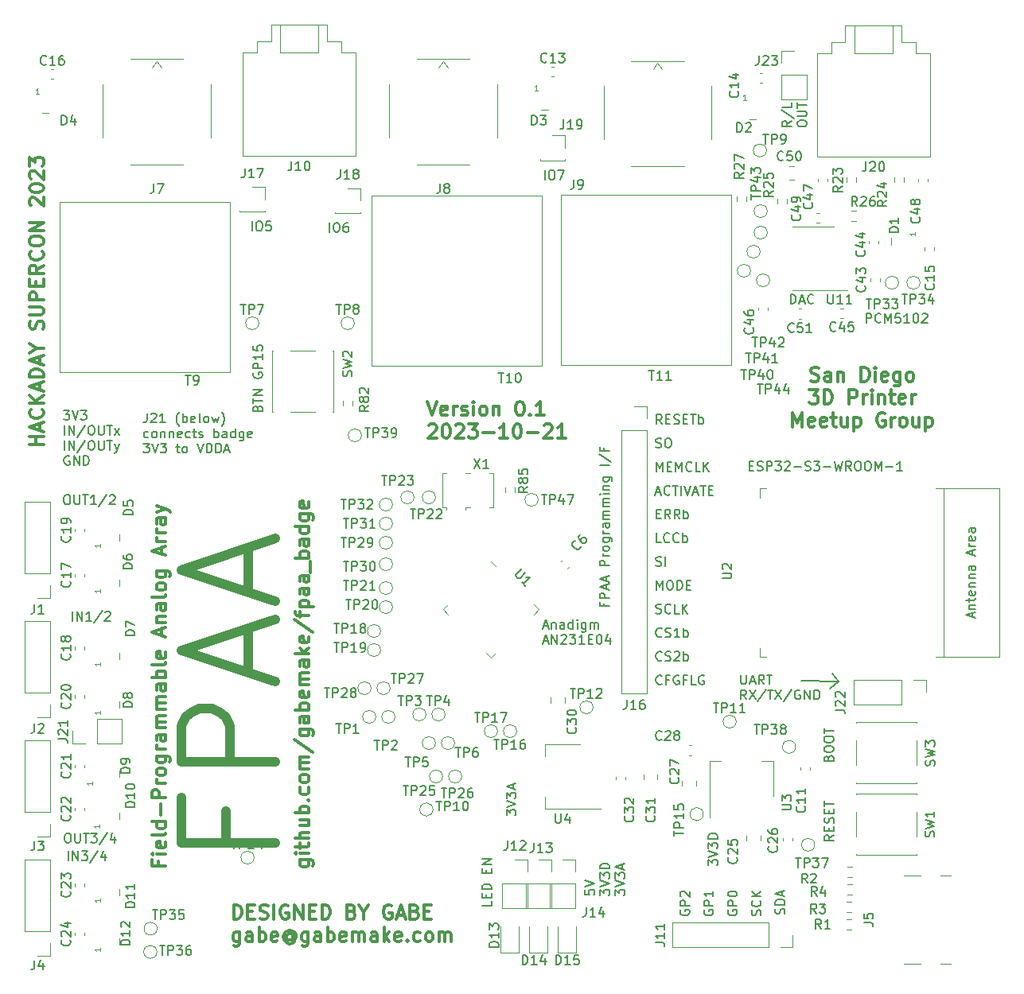
<source format=gbr>
%TF.GenerationSoftware,KiCad,Pcbnew,7.0.7*%
%TF.CreationDate,2023-10-22T01:08:48-07:00*%
%TF.ProjectId,fpaa_esp32_badge,66706161-5f65-4737-9033-325f62616467,rev?*%
%TF.SameCoordinates,Original*%
%TF.FileFunction,Legend,Top*%
%TF.FilePolarity,Positive*%
%FSLAX46Y46*%
G04 Gerber Fmt 4.6, Leading zero omitted, Abs format (unit mm)*
G04 Created by KiCad (PCBNEW 7.0.7) date 2023-10-22 01:08:48*
%MOMM*%
%LPD*%
G01*
G04 APERTURE LIST*
%ADD10C,0.150000*%
%ADD11C,0.300000*%
%ADD12C,1.000000*%
%ADD13C,0.100000*%
%ADD14C,0.120000*%
G04 APERTURE END LIST*
D10*
X161435975Y-104205049D02*
X160493084Y-104933952D01*
X161435975Y-104205049D02*
X160765862Y-103373056D01*
X160765862Y-103373056D02*
X161435975Y-104205049D01*
X157480000Y-104080507D02*
X161435975Y-104205049D01*
X142021160Y-91855851D02*
X142164017Y-91903470D01*
X142164017Y-91903470D02*
X142402112Y-91903470D01*
X142402112Y-91903470D02*
X142497350Y-91855851D01*
X142497350Y-91855851D02*
X142544969Y-91808231D01*
X142544969Y-91808231D02*
X142592588Y-91712993D01*
X142592588Y-91712993D02*
X142592588Y-91617755D01*
X142592588Y-91617755D02*
X142544969Y-91522517D01*
X142544969Y-91522517D02*
X142497350Y-91474898D01*
X142497350Y-91474898D02*
X142402112Y-91427279D01*
X142402112Y-91427279D02*
X142211636Y-91379660D01*
X142211636Y-91379660D02*
X142116398Y-91332041D01*
X142116398Y-91332041D02*
X142068779Y-91284422D01*
X142068779Y-91284422D02*
X142021160Y-91189184D01*
X142021160Y-91189184D02*
X142021160Y-91093946D01*
X142021160Y-91093946D02*
X142068779Y-90998708D01*
X142068779Y-90998708D02*
X142116398Y-90951089D01*
X142116398Y-90951089D02*
X142211636Y-90903470D01*
X142211636Y-90903470D02*
X142449731Y-90903470D01*
X142449731Y-90903470D02*
X142592588Y-90951089D01*
X143021160Y-91903470D02*
X143021160Y-90903470D01*
X153135639Y-129083800D02*
X153183258Y-128940943D01*
X153183258Y-128940943D02*
X153183258Y-128702848D01*
X153183258Y-128702848D02*
X153135639Y-128607610D01*
X153135639Y-128607610D02*
X153088019Y-128559991D01*
X153088019Y-128559991D02*
X152992781Y-128512372D01*
X152992781Y-128512372D02*
X152897543Y-128512372D01*
X152897543Y-128512372D02*
X152802305Y-128559991D01*
X152802305Y-128559991D02*
X152754686Y-128607610D01*
X152754686Y-128607610D02*
X152707067Y-128702848D01*
X152707067Y-128702848D02*
X152659448Y-128893324D01*
X152659448Y-128893324D02*
X152611829Y-128988562D01*
X152611829Y-128988562D02*
X152564210Y-129036181D01*
X152564210Y-129036181D02*
X152468972Y-129083800D01*
X152468972Y-129083800D02*
X152373734Y-129083800D01*
X152373734Y-129083800D02*
X152278496Y-129036181D01*
X152278496Y-129036181D02*
X152230877Y-128988562D01*
X152230877Y-128988562D02*
X152183258Y-128893324D01*
X152183258Y-128893324D02*
X152183258Y-128655229D01*
X152183258Y-128655229D02*
X152230877Y-128512372D01*
X153088019Y-127512372D02*
X153135639Y-127559991D01*
X153135639Y-127559991D02*
X153183258Y-127702848D01*
X153183258Y-127702848D02*
X153183258Y-127798086D01*
X153183258Y-127798086D02*
X153135639Y-127940943D01*
X153135639Y-127940943D02*
X153040400Y-128036181D01*
X153040400Y-128036181D02*
X152945162Y-128083800D01*
X152945162Y-128083800D02*
X152754686Y-128131419D01*
X152754686Y-128131419D02*
X152611829Y-128131419D01*
X152611829Y-128131419D02*
X152421353Y-128083800D01*
X152421353Y-128083800D02*
X152326115Y-128036181D01*
X152326115Y-128036181D02*
X152230877Y-127940943D01*
X152230877Y-127940943D02*
X152183258Y-127798086D01*
X152183258Y-127798086D02*
X152183258Y-127702848D01*
X152183258Y-127702848D02*
X152230877Y-127559991D01*
X152230877Y-127559991D02*
X152278496Y-127512372D01*
X153183258Y-127083800D02*
X152183258Y-127083800D01*
X153183258Y-126512372D02*
X152611829Y-126940943D01*
X152183258Y-126512372D02*
X152754686Y-127083800D01*
D11*
X158503105Y-72154298D02*
X158717391Y-72225726D01*
X158717391Y-72225726D02*
X159074533Y-72225726D01*
X159074533Y-72225726D02*
X159217391Y-72154298D01*
X159217391Y-72154298D02*
X159288819Y-72082869D01*
X159288819Y-72082869D02*
X159360248Y-71940012D01*
X159360248Y-71940012D02*
X159360248Y-71797155D01*
X159360248Y-71797155D02*
X159288819Y-71654298D01*
X159288819Y-71654298D02*
X159217391Y-71582869D01*
X159217391Y-71582869D02*
X159074533Y-71511440D01*
X159074533Y-71511440D02*
X158788819Y-71440012D01*
X158788819Y-71440012D02*
X158645962Y-71368583D01*
X158645962Y-71368583D02*
X158574533Y-71297155D01*
X158574533Y-71297155D02*
X158503105Y-71154298D01*
X158503105Y-71154298D02*
X158503105Y-71011440D01*
X158503105Y-71011440D02*
X158574533Y-70868583D01*
X158574533Y-70868583D02*
X158645962Y-70797155D01*
X158645962Y-70797155D02*
X158788819Y-70725726D01*
X158788819Y-70725726D02*
X159145962Y-70725726D01*
X159145962Y-70725726D02*
X159360248Y-70797155D01*
X160645962Y-72225726D02*
X160645962Y-71440012D01*
X160645962Y-71440012D02*
X160574533Y-71297155D01*
X160574533Y-71297155D02*
X160431676Y-71225726D01*
X160431676Y-71225726D02*
X160145962Y-71225726D01*
X160145962Y-71225726D02*
X160003104Y-71297155D01*
X160645962Y-72154298D02*
X160503104Y-72225726D01*
X160503104Y-72225726D02*
X160145962Y-72225726D01*
X160145962Y-72225726D02*
X160003104Y-72154298D01*
X160003104Y-72154298D02*
X159931676Y-72011440D01*
X159931676Y-72011440D02*
X159931676Y-71868583D01*
X159931676Y-71868583D02*
X160003104Y-71725726D01*
X160003104Y-71725726D02*
X160145962Y-71654298D01*
X160145962Y-71654298D02*
X160503104Y-71654298D01*
X160503104Y-71654298D02*
X160645962Y-71582869D01*
X161360247Y-71225726D02*
X161360247Y-72225726D01*
X161360247Y-71368583D02*
X161431676Y-71297155D01*
X161431676Y-71297155D02*
X161574533Y-71225726D01*
X161574533Y-71225726D02*
X161788819Y-71225726D01*
X161788819Y-71225726D02*
X161931676Y-71297155D01*
X161931676Y-71297155D02*
X162003105Y-71440012D01*
X162003105Y-71440012D02*
X162003105Y-72225726D01*
X163860247Y-72225726D02*
X163860247Y-70725726D01*
X163860247Y-70725726D02*
X164217390Y-70725726D01*
X164217390Y-70725726D02*
X164431676Y-70797155D01*
X164431676Y-70797155D02*
X164574533Y-70940012D01*
X164574533Y-70940012D02*
X164645962Y-71082869D01*
X164645962Y-71082869D02*
X164717390Y-71368583D01*
X164717390Y-71368583D02*
X164717390Y-71582869D01*
X164717390Y-71582869D02*
X164645962Y-71868583D01*
X164645962Y-71868583D02*
X164574533Y-72011440D01*
X164574533Y-72011440D02*
X164431676Y-72154298D01*
X164431676Y-72154298D02*
X164217390Y-72225726D01*
X164217390Y-72225726D02*
X163860247Y-72225726D01*
X165360247Y-72225726D02*
X165360247Y-71225726D01*
X165360247Y-70725726D02*
X165288819Y-70797155D01*
X165288819Y-70797155D02*
X165360247Y-70868583D01*
X165360247Y-70868583D02*
X165431676Y-70797155D01*
X165431676Y-70797155D02*
X165360247Y-70725726D01*
X165360247Y-70725726D02*
X165360247Y-70868583D01*
X166645962Y-72154298D02*
X166503105Y-72225726D01*
X166503105Y-72225726D02*
X166217391Y-72225726D01*
X166217391Y-72225726D02*
X166074533Y-72154298D01*
X166074533Y-72154298D02*
X166003105Y-72011440D01*
X166003105Y-72011440D02*
X166003105Y-71440012D01*
X166003105Y-71440012D02*
X166074533Y-71297155D01*
X166074533Y-71297155D02*
X166217391Y-71225726D01*
X166217391Y-71225726D02*
X166503105Y-71225726D01*
X166503105Y-71225726D02*
X166645962Y-71297155D01*
X166645962Y-71297155D02*
X166717391Y-71440012D01*
X166717391Y-71440012D02*
X166717391Y-71582869D01*
X166717391Y-71582869D02*
X166003105Y-71725726D01*
X168003105Y-71225726D02*
X168003105Y-72440012D01*
X168003105Y-72440012D02*
X167931676Y-72582869D01*
X167931676Y-72582869D02*
X167860247Y-72654298D01*
X167860247Y-72654298D02*
X167717390Y-72725726D01*
X167717390Y-72725726D02*
X167503105Y-72725726D01*
X167503105Y-72725726D02*
X167360247Y-72654298D01*
X168003105Y-72154298D02*
X167860247Y-72225726D01*
X167860247Y-72225726D02*
X167574533Y-72225726D01*
X167574533Y-72225726D02*
X167431676Y-72154298D01*
X167431676Y-72154298D02*
X167360247Y-72082869D01*
X167360247Y-72082869D02*
X167288819Y-71940012D01*
X167288819Y-71940012D02*
X167288819Y-71511440D01*
X167288819Y-71511440D02*
X167360247Y-71368583D01*
X167360247Y-71368583D02*
X167431676Y-71297155D01*
X167431676Y-71297155D02*
X167574533Y-71225726D01*
X167574533Y-71225726D02*
X167860247Y-71225726D01*
X167860247Y-71225726D02*
X168003105Y-71297155D01*
X168931676Y-72225726D02*
X168788819Y-72154298D01*
X168788819Y-72154298D02*
X168717390Y-72082869D01*
X168717390Y-72082869D02*
X168645962Y-71940012D01*
X168645962Y-71940012D02*
X168645962Y-71511440D01*
X168645962Y-71511440D02*
X168717390Y-71368583D01*
X168717390Y-71368583D02*
X168788819Y-71297155D01*
X168788819Y-71297155D02*
X168931676Y-71225726D01*
X168931676Y-71225726D02*
X169145962Y-71225726D01*
X169145962Y-71225726D02*
X169288819Y-71297155D01*
X169288819Y-71297155D02*
X169360248Y-71368583D01*
X169360248Y-71368583D02*
X169431676Y-71511440D01*
X169431676Y-71511440D02*
X169431676Y-71940012D01*
X169431676Y-71940012D02*
X169360248Y-72082869D01*
X169360248Y-72082869D02*
X169288819Y-72154298D01*
X169288819Y-72154298D02*
X169145962Y-72225726D01*
X169145962Y-72225726D02*
X168931676Y-72225726D01*
X158360248Y-73140726D02*
X159288820Y-73140726D01*
X159288820Y-73140726D02*
X158788820Y-73712155D01*
X158788820Y-73712155D02*
X159003105Y-73712155D01*
X159003105Y-73712155D02*
X159145963Y-73783583D01*
X159145963Y-73783583D02*
X159217391Y-73855012D01*
X159217391Y-73855012D02*
X159288820Y-73997869D01*
X159288820Y-73997869D02*
X159288820Y-74355012D01*
X159288820Y-74355012D02*
X159217391Y-74497869D01*
X159217391Y-74497869D02*
X159145963Y-74569298D01*
X159145963Y-74569298D02*
X159003105Y-74640726D01*
X159003105Y-74640726D02*
X158574534Y-74640726D01*
X158574534Y-74640726D02*
X158431677Y-74569298D01*
X158431677Y-74569298D02*
X158360248Y-74497869D01*
X159931676Y-74640726D02*
X159931676Y-73140726D01*
X159931676Y-73140726D02*
X160288819Y-73140726D01*
X160288819Y-73140726D02*
X160503105Y-73212155D01*
X160503105Y-73212155D02*
X160645962Y-73355012D01*
X160645962Y-73355012D02*
X160717391Y-73497869D01*
X160717391Y-73497869D02*
X160788819Y-73783583D01*
X160788819Y-73783583D02*
X160788819Y-73997869D01*
X160788819Y-73997869D02*
X160717391Y-74283583D01*
X160717391Y-74283583D02*
X160645962Y-74426440D01*
X160645962Y-74426440D02*
X160503105Y-74569298D01*
X160503105Y-74569298D02*
X160288819Y-74640726D01*
X160288819Y-74640726D02*
X159931676Y-74640726D01*
X162574533Y-74640726D02*
X162574533Y-73140726D01*
X162574533Y-73140726D02*
X163145962Y-73140726D01*
X163145962Y-73140726D02*
X163288819Y-73212155D01*
X163288819Y-73212155D02*
X163360248Y-73283583D01*
X163360248Y-73283583D02*
X163431676Y-73426440D01*
X163431676Y-73426440D02*
X163431676Y-73640726D01*
X163431676Y-73640726D02*
X163360248Y-73783583D01*
X163360248Y-73783583D02*
X163288819Y-73855012D01*
X163288819Y-73855012D02*
X163145962Y-73926440D01*
X163145962Y-73926440D02*
X162574533Y-73926440D01*
X164074533Y-74640726D02*
X164074533Y-73640726D01*
X164074533Y-73926440D02*
X164145962Y-73783583D01*
X164145962Y-73783583D02*
X164217391Y-73712155D01*
X164217391Y-73712155D02*
X164360248Y-73640726D01*
X164360248Y-73640726D02*
X164503105Y-73640726D01*
X165003104Y-74640726D02*
X165003104Y-73640726D01*
X165003104Y-73140726D02*
X164931676Y-73212155D01*
X164931676Y-73212155D02*
X165003104Y-73283583D01*
X165003104Y-73283583D02*
X165074533Y-73212155D01*
X165074533Y-73212155D02*
X165003104Y-73140726D01*
X165003104Y-73140726D02*
X165003104Y-73283583D01*
X165717390Y-73640726D02*
X165717390Y-74640726D01*
X165717390Y-73783583D02*
X165788819Y-73712155D01*
X165788819Y-73712155D02*
X165931676Y-73640726D01*
X165931676Y-73640726D02*
X166145962Y-73640726D01*
X166145962Y-73640726D02*
X166288819Y-73712155D01*
X166288819Y-73712155D02*
X166360248Y-73855012D01*
X166360248Y-73855012D02*
X166360248Y-74640726D01*
X166860248Y-73640726D02*
X167431676Y-73640726D01*
X167074533Y-73140726D02*
X167074533Y-74426440D01*
X167074533Y-74426440D02*
X167145962Y-74569298D01*
X167145962Y-74569298D02*
X167288819Y-74640726D01*
X167288819Y-74640726D02*
X167431676Y-74640726D01*
X168503105Y-74569298D02*
X168360248Y-74640726D01*
X168360248Y-74640726D02*
X168074534Y-74640726D01*
X168074534Y-74640726D02*
X167931676Y-74569298D01*
X167931676Y-74569298D02*
X167860248Y-74426440D01*
X167860248Y-74426440D02*
X167860248Y-73855012D01*
X167860248Y-73855012D02*
X167931676Y-73712155D01*
X167931676Y-73712155D02*
X168074534Y-73640726D01*
X168074534Y-73640726D02*
X168360248Y-73640726D01*
X168360248Y-73640726D02*
X168503105Y-73712155D01*
X168503105Y-73712155D02*
X168574534Y-73855012D01*
X168574534Y-73855012D02*
X168574534Y-73997869D01*
X168574534Y-73997869D02*
X167860248Y-74140726D01*
X169217390Y-74640726D02*
X169217390Y-73640726D01*
X169217390Y-73926440D02*
X169288819Y-73783583D01*
X169288819Y-73783583D02*
X169360248Y-73712155D01*
X169360248Y-73712155D02*
X169503105Y-73640726D01*
X169503105Y-73640726D02*
X169645962Y-73640726D01*
X156574533Y-77055726D02*
X156574533Y-75555726D01*
X156574533Y-75555726D02*
X157074533Y-76627155D01*
X157074533Y-76627155D02*
X157574533Y-75555726D01*
X157574533Y-75555726D02*
X157574533Y-77055726D01*
X158860248Y-76984298D02*
X158717391Y-77055726D01*
X158717391Y-77055726D02*
X158431677Y-77055726D01*
X158431677Y-77055726D02*
X158288819Y-76984298D01*
X158288819Y-76984298D02*
X158217391Y-76841440D01*
X158217391Y-76841440D02*
X158217391Y-76270012D01*
X158217391Y-76270012D02*
X158288819Y-76127155D01*
X158288819Y-76127155D02*
X158431677Y-76055726D01*
X158431677Y-76055726D02*
X158717391Y-76055726D01*
X158717391Y-76055726D02*
X158860248Y-76127155D01*
X158860248Y-76127155D02*
X158931677Y-76270012D01*
X158931677Y-76270012D02*
X158931677Y-76412869D01*
X158931677Y-76412869D02*
X158217391Y-76555726D01*
X160145962Y-76984298D02*
X160003105Y-77055726D01*
X160003105Y-77055726D02*
X159717391Y-77055726D01*
X159717391Y-77055726D02*
X159574533Y-76984298D01*
X159574533Y-76984298D02*
X159503105Y-76841440D01*
X159503105Y-76841440D02*
X159503105Y-76270012D01*
X159503105Y-76270012D02*
X159574533Y-76127155D01*
X159574533Y-76127155D02*
X159717391Y-76055726D01*
X159717391Y-76055726D02*
X160003105Y-76055726D01*
X160003105Y-76055726D02*
X160145962Y-76127155D01*
X160145962Y-76127155D02*
X160217391Y-76270012D01*
X160217391Y-76270012D02*
X160217391Y-76412869D01*
X160217391Y-76412869D02*
X159503105Y-76555726D01*
X160645962Y-76055726D02*
X161217390Y-76055726D01*
X160860247Y-75555726D02*
X160860247Y-76841440D01*
X160860247Y-76841440D02*
X160931676Y-76984298D01*
X160931676Y-76984298D02*
X161074533Y-77055726D01*
X161074533Y-77055726D02*
X161217390Y-77055726D01*
X162360248Y-76055726D02*
X162360248Y-77055726D01*
X161717390Y-76055726D02*
X161717390Y-76841440D01*
X161717390Y-76841440D02*
X161788819Y-76984298D01*
X161788819Y-76984298D02*
X161931676Y-77055726D01*
X161931676Y-77055726D02*
X162145962Y-77055726D01*
X162145962Y-77055726D02*
X162288819Y-76984298D01*
X162288819Y-76984298D02*
X162360248Y-76912869D01*
X163074533Y-76055726D02*
X163074533Y-77555726D01*
X163074533Y-76127155D02*
X163217391Y-76055726D01*
X163217391Y-76055726D02*
X163503105Y-76055726D01*
X163503105Y-76055726D02*
X163645962Y-76127155D01*
X163645962Y-76127155D02*
X163717391Y-76198583D01*
X163717391Y-76198583D02*
X163788819Y-76341440D01*
X163788819Y-76341440D02*
X163788819Y-76770012D01*
X163788819Y-76770012D02*
X163717391Y-76912869D01*
X163717391Y-76912869D02*
X163645962Y-76984298D01*
X163645962Y-76984298D02*
X163503105Y-77055726D01*
X163503105Y-77055726D02*
X163217391Y-77055726D01*
X163217391Y-77055726D02*
X163074533Y-76984298D01*
X166360248Y-75627155D02*
X166217391Y-75555726D01*
X166217391Y-75555726D02*
X166003105Y-75555726D01*
X166003105Y-75555726D02*
X165788819Y-75627155D01*
X165788819Y-75627155D02*
X165645962Y-75770012D01*
X165645962Y-75770012D02*
X165574533Y-75912869D01*
X165574533Y-75912869D02*
X165503105Y-76198583D01*
X165503105Y-76198583D02*
X165503105Y-76412869D01*
X165503105Y-76412869D02*
X165574533Y-76698583D01*
X165574533Y-76698583D02*
X165645962Y-76841440D01*
X165645962Y-76841440D02*
X165788819Y-76984298D01*
X165788819Y-76984298D02*
X166003105Y-77055726D01*
X166003105Y-77055726D02*
X166145962Y-77055726D01*
X166145962Y-77055726D02*
X166360248Y-76984298D01*
X166360248Y-76984298D02*
X166431676Y-76912869D01*
X166431676Y-76912869D02*
X166431676Y-76412869D01*
X166431676Y-76412869D02*
X166145962Y-76412869D01*
X167074533Y-77055726D02*
X167074533Y-76055726D01*
X167074533Y-76341440D02*
X167145962Y-76198583D01*
X167145962Y-76198583D02*
X167217391Y-76127155D01*
X167217391Y-76127155D02*
X167360248Y-76055726D01*
X167360248Y-76055726D02*
X167503105Y-76055726D01*
X168217390Y-77055726D02*
X168074533Y-76984298D01*
X168074533Y-76984298D02*
X168003104Y-76912869D01*
X168003104Y-76912869D02*
X167931676Y-76770012D01*
X167931676Y-76770012D02*
X167931676Y-76341440D01*
X167931676Y-76341440D02*
X168003104Y-76198583D01*
X168003104Y-76198583D02*
X168074533Y-76127155D01*
X168074533Y-76127155D02*
X168217390Y-76055726D01*
X168217390Y-76055726D02*
X168431676Y-76055726D01*
X168431676Y-76055726D02*
X168574533Y-76127155D01*
X168574533Y-76127155D02*
X168645962Y-76198583D01*
X168645962Y-76198583D02*
X168717390Y-76341440D01*
X168717390Y-76341440D02*
X168717390Y-76770012D01*
X168717390Y-76770012D02*
X168645962Y-76912869D01*
X168645962Y-76912869D02*
X168574533Y-76984298D01*
X168574533Y-76984298D02*
X168431676Y-77055726D01*
X168431676Y-77055726D02*
X168217390Y-77055726D01*
X170003105Y-76055726D02*
X170003105Y-77055726D01*
X169360247Y-76055726D02*
X169360247Y-76841440D01*
X169360247Y-76841440D02*
X169431676Y-76984298D01*
X169431676Y-76984298D02*
X169574533Y-77055726D01*
X169574533Y-77055726D02*
X169788819Y-77055726D01*
X169788819Y-77055726D02*
X169931676Y-76984298D01*
X169931676Y-76984298D02*
X170003105Y-76912869D01*
X170717390Y-76055726D02*
X170717390Y-77555726D01*
X170717390Y-76127155D02*
X170860248Y-76055726D01*
X170860248Y-76055726D02*
X171145962Y-76055726D01*
X171145962Y-76055726D02*
X171288819Y-76127155D01*
X171288819Y-76127155D02*
X171360248Y-76198583D01*
X171360248Y-76198583D02*
X171431676Y-76341440D01*
X171431676Y-76341440D02*
X171431676Y-76770012D01*
X171431676Y-76770012D02*
X171360248Y-76912869D01*
X171360248Y-76912869D02*
X171288819Y-76984298D01*
X171288819Y-76984298D02*
X171145962Y-77055726D01*
X171145962Y-77055726D02*
X170860248Y-77055726D01*
X170860248Y-77055726D02*
X170717390Y-76984298D01*
X117688333Y-74355746D02*
X118188333Y-75855746D01*
X118188333Y-75855746D02*
X118688333Y-74355746D01*
X119759761Y-75784318D02*
X119616904Y-75855746D01*
X119616904Y-75855746D02*
X119331190Y-75855746D01*
X119331190Y-75855746D02*
X119188332Y-75784318D01*
X119188332Y-75784318D02*
X119116904Y-75641460D01*
X119116904Y-75641460D02*
X119116904Y-75070032D01*
X119116904Y-75070032D02*
X119188332Y-74927175D01*
X119188332Y-74927175D02*
X119331190Y-74855746D01*
X119331190Y-74855746D02*
X119616904Y-74855746D01*
X119616904Y-74855746D02*
X119759761Y-74927175D01*
X119759761Y-74927175D02*
X119831190Y-75070032D01*
X119831190Y-75070032D02*
X119831190Y-75212889D01*
X119831190Y-75212889D02*
X119116904Y-75355746D01*
X120474046Y-75855746D02*
X120474046Y-74855746D01*
X120474046Y-75141460D02*
X120545475Y-74998603D01*
X120545475Y-74998603D02*
X120616904Y-74927175D01*
X120616904Y-74927175D02*
X120759761Y-74855746D01*
X120759761Y-74855746D02*
X120902618Y-74855746D01*
X121331189Y-75784318D02*
X121474046Y-75855746D01*
X121474046Y-75855746D02*
X121759760Y-75855746D01*
X121759760Y-75855746D02*
X121902617Y-75784318D01*
X121902617Y-75784318D02*
X121974046Y-75641460D01*
X121974046Y-75641460D02*
X121974046Y-75570032D01*
X121974046Y-75570032D02*
X121902617Y-75427175D01*
X121902617Y-75427175D02*
X121759760Y-75355746D01*
X121759760Y-75355746D02*
X121545475Y-75355746D01*
X121545475Y-75355746D02*
X121402617Y-75284318D01*
X121402617Y-75284318D02*
X121331189Y-75141460D01*
X121331189Y-75141460D02*
X121331189Y-75070032D01*
X121331189Y-75070032D02*
X121402617Y-74927175D01*
X121402617Y-74927175D02*
X121545475Y-74855746D01*
X121545475Y-74855746D02*
X121759760Y-74855746D01*
X121759760Y-74855746D02*
X121902617Y-74927175D01*
X122616903Y-75855746D02*
X122616903Y-74855746D01*
X122616903Y-74355746D02*
X122545475Y-74427175D01*
X122545475Y-74427175D02*
X122616903Y-74498603D01*
X122616903Y-74498603D02*
X122688332Y-74427175D01*
X122688332Y-74427175D02*
X122616903Y-74355746D01*
X122616903Y-74355746D02*
X122616903Y-74498603D01*
X123545475Y-75855746D02*
X123402618Y-75784318D01*
X123402618Y-75784318D02*
X123331189Y-75712889D01*
X123331189Y-75712889D02*
X123259761Y-75570032D01*
X123259761Y-75570032D02*
X123259761Y-75141460D01*
X123259761Y-75141460D02*
X123331189Y-74998603D01*
X123331189Y-74998603D02*
X123402618Y-74927175D01*
X123402618Y-74927175D02*
X123545475Y-74855746D01*
X123545475Y-74855746D02*
X123759761Y-74855746D01*
X123759761Y-74855746D02*
X123902618Y-74927175D01*
X123902618Y-74927175D02*
X123974047Y-74998603D01*
X123974047Y-74998603D02*
X124045475Y-75141460D01*
X124045475Y-75141460D02*
X124045475Y-75570032D01*
X124045475Y-75570032D02*
X123974047Y-75712889D01*
X123974047Y-75712889D02*
X123902618Y-75784318D01*
X123902618Y-75784318D02*
X123759761Y-75855746D01*
X123759761Y-75855746D02*
X123545475Y-75855746D01*
X124688332Y-74855746D02*
X124688332Y-75855746D01*
X124688332Y-74998603D02*
X124759761Y-74927175D01*
X124759761Y-74927175D02*
X124902618Y-74855746D01*
X124902618Y-74855746D02*
X125116904Y-74855746D01*
X125116904Y-74855746D02*
X125259761Y-74927175D01*
X125259761Y-74927175D02*
X125331190Y-75070032D01*
X125331190Y-75070032D02*
X125331190Y-75855746D01*
X127474047Y-74355746D02*
X127616904Y-74355746D01*
X127616904Y-74355746D02*
X127759761Y-74427175D01*
X127759761Y-74427175D02*
X127831190Y-74498603D01*
X127831190Y-74498603D02*
X127902618Y-74641460D01*
X127902618Y-74641460D02*
X127974047Y-74927175D01*
X127974047Y-74927175D02*
X127974047Y-75284318D01*
X127974047Y-75284318D02*
X127902618Y-75570032D01*
X127902618Y-75570032D02*
X127831190Y-75712889D01*
X127831190Y-75712889D02*
X127759761Y-75784318D01*
X127759761Y-75784318D02*
X127616904Y-75855746D01*
X127616904Y-75855746D02*
X127474047Y-75855746D01*
X127474047Y-75855746D02*
X127331190Y-75784318D01*
X127331190Y-75784318D02*
X127259761Y-75712889D01*
X127259761Y-75712889D02*
X127188332Y-75570032D01*
X127188332Y-75570032D02*
X127116904Y-75284318D01*
X127116904Y-75284318D02*
X127116904Y-74927175D01*
X127116904Y-74927175D02*
X127188332Y-74641460D01*
X127188332Y-74641460D02*
X127259761Y-74498603D01*
X127259761Y-74498603D02*
X127331190Y-74427175D01*
X127331190Y-74427175D02*
X127474047Y-74355746D01*
X128616903Y-75712889D02*
X128688332Y-75784318D01*
X128688332Y-75784318D02*
X128616903Y-75855746D01*
X128616903Y-75855746D02*
X128545475Y-75784318D01*
X128545475Y-75784318D02*
X128616903Y-75712889D01*
X128616903Y-75712889D02*
X128616903Y-75855746D01*
X130116904Y-75855746D02*
X129259761Y-75855746D01*
X129688332Y-75855746D02*
X129688332Y-74355746D01*
X129688332Y-74355746D02*
X129545475Y-74570032D01*
X129545475Y-74570032D02*
X129402618Y-74712889D01*
X129402618Y-74712889D02*
X129259761Y-74784318D01*
X117831190Y-76913603D02*
X117902618Y-76842175D01*
X117902618Y-76842175D02*
X118045476Y-76770746D01*
X118045476Y-76770746D02*
X118402618Y-76770746D01*
X118402618Y-76770746D02*
X118545476Y-76842175D01*
X118545476Y-76842175D02*
X118616904Y-76913603D01*
X118616904Y-76913603D02*
X118688333Y-77056460D01*
X118688333Y-77056460D02*
X118688333Y-77199318D01*
X118688333Y-77199318D02*
X118616904Y-77413603D01*
X118616904Y-77413603D02*
X117759761Y-78270746D01*
X117759761Y-78270746D02*
X118688333Y-78270746D01*
X119616904Y-76770746D02*
X119759761Y-76770746D01*
X119759761Y-76770746D02*
X119902618Y-76842175D01*
X119902618Y-76842175D02*
X119974047Y-76913603D01*
X119974047Y-76913603D02*
X120045475Y-77056460D01*
X120045475Y-77056460D02*
X120116904Y-77342175D01*
X120116904Y-77342175D02*
X120116904Y-77699318D01*
X120116904Y-77699318D02*
X120045475Y-77985032D01*
X120045475Y-77985032D02*
X119974047Y-78127889D01*
X119974047Y-78127889D02*
X119902618Y-78199318D01*
X119902618Y-78199318D02*
X119759761Y-78270746D01*
X119759761Y-78270746D02*
X119616904Y-78270746D01*
X119616904Y-78270746D02*
X119474047Y-78199318D01*
X119474047Y-78199318D02*
X119402618Y-78127889D01*
X119402618Y-78127889D02*
X119331189Y-77985032D01*
X119331189Y-77985032D02*
X119259761Y-77699318D01*
X119259761Y-77699318D02*
X119259761Y-77342175D01*
X119259761Y-77342175D02*
X119331189Y-77056460D01*
X119331189Y-77056460D02*
X119402618Y-76913603D01*
X119402618Y-76913603D02*
X119474047Y-76842175D01*
X119474047Y-76842175D02*
X119616904Y-76770746D01*
X120688332Y-76913603D02*
X120759760Y-76842175D01*
X120759760Y-76842175D02*
X120902618Y-76770746D01*
X120902618Y-76770746D02*
X121259760Y-76770746D01*
X121259760Y-76770746D02*
X121402618Y-76842175D01*
X121402618Y-76842175D02*
X121474046Y-76913603D01*
X121474046Y-76913603D02*
X121545475Y-77056460D01*
X121545475Y-77056460D02*
X121545475Y-77199318D01*
X121545475Y-77199318D02*
X121474046Y-77413603D01*
X121474046Y-77413603D02*
X120616903Y-78270746D01*
X120616903Y-78270746D02*
X121545475Y-78270746D01*
X122045474Y-76770746D02*
X122974046Y-76770746D01*
X122974046Y-76770746D02*
X122474046Y-77342175D01*
X122474046Y-77342175D02*
X122688331Y-77342175D01*
X122688331Y-77342175D02*
X122831189Y-77413603D01*
X122831189Y-77413603D02*
X122902617Y-77485032D01*
X122902617Y-77485032D02*
X122974046Y-77627889D01*
X122974046Y-77627889D02*
X122974046Y-77985032D01*
X122974046Y-77985032D02*
X122902617Y-78127889D01*
X122902617Y-78127889D02*
X122831189Y-78199318D01*
X122831189Y-78199318D02*
X122688331Y-78270746D01*
X122688331Y-78270746D02*
X122259760Y-78270746D01*
X122259760Y-78270746D02*
X122116903Y-78199318D01*
X122116903Y-78199318D02*
X122045474Y-78127889D01*
X123616902Y-77699318D02*
X124759760Y-77699318D01*
X126259760Y-78270746D02*
X125402617Y-78270746D01*
X125831188Y-78270746D02*
X125831188Y-76770746D01*
X125831188Y-76770746D02*
X125688331Y-76985032D01*
X125688331Y-76985032D02*
X125545474Y-77127889D01*
X125545474Y-77127889D02*
X125402617Y-77199318D01*
X127188331Y-76770746D02*
X127331188Y-76770746D01*
X127331188Y-76770746D02*
X127474045Y-76842175D01*
X127474045Y-76842175D02*
X127545474Y-76913603D01*
X127545474Y-76913603D02*
X127616902Y-77056460D01*
X127616902Y-77056460D02*
X127688331Y-77342175D01*
X127688331Y-77342175D02*
X127688331Y-77699318D01*
X127688331Y-77699318D02*
X127616902Y-77985032D01*
X127616902Y-77985032D02*
X127545474Y-78127889D01*
X127545474Y-78127889D02*
X127474045Y-78199318D01*
X127474045Y-78199318D02*
X127331188Y-78270746D01*
X127331188Y-78270746D02*
X127188331Y-78270746D01*
X127188331Y-78270746D02*
X127045474Y-78199318D01*
X127045474Y-78199318D02*
X126974045Y-78127889D01*
X126974045Y-78127889D02*
X126902616Y-77985032D01*
X126902616Y-77985032D02*
X126831188Y-77699318D01*
X126831188Y-77699318D02*
X126831188Y-77342175D01*
X126831188Y-77342175D02*
X126902616Y-77056460D01*
X126902616Y-77056460D02*
X126974045Y-76913603D01*
X126974045Y-76913603D02*
X127045474Y-76842175D01*
X127045474Y-76842175D02*
X127188331Y-76770746D01*
X128331187Y-77699318D02*
X129474045Y-77699318D01*
X130116902Y-76913603D02*
X130188330Y-76842175D01*
X130188330Y-76842175D02*
X130331188Y-76770746D01*
X130331188Y-76770746D02*
X130688330Y-76770746D01*
X130688330Y-76770746D02*
X130831188Y-76842175D01*
X130831188Y-76842175D02*
X130902616Y-76913603D01*
X130902616Y-76913603D02*
X130974045Y-77056460D01*
X130974045Y-77056460D02*
X130974045Y-77199318D01*
X130974045Y-77199318D02*
X130902616Y-77413603D01*
X130902616Y-77413603D02*
X130045473Y-78270746D01*
X130045473Y-78270746D02*
X130974045Y-78270746D01*
X132402616Y-78270746D02*
X131545473Y-78270746D01*
X131974044Y-78270746D02*
X131974044Y-76770746D01*
X131974044Y-76770746D02*
X131831187Y-76985032D01*
X131831187Y-76985032D02*
X131688330Y-77127889D01*
X131688330Y-77127889D02*
X131545473Y-77199318D01*
X104098907Y-123191700D02*
X105313193Y-123191700D01*
X105313193Y-123191700D02*
X105456050Y-123263128D01*
X105456050Y-123263128D02*
X105527479Y-123334557D01*
X105527479Y-123334557D02*
X105598907Y-123477414D01*
X105598907Y-123477414D02*
X105598907Y-123691700D01*
X105598907Y-123691700D02*
X105527479Y-123834557D01*
X105027479Y-123191700D02*
X105098907Y-123334557D01*
X105098907Y-123334557D02*
X105098907Y-123620271D01*
X105098907Y-123620271D02*
X105027479Y-123763128D01*
X105027479Y-123763128D02*
X104956050Y-123834557D01*
X104956050Y-123834557D02*
X104813193Y-123905985D01*
X104813193Y-123905985D02*
X104384621Y-123905985D01*
X104384621Y-123905985D02*
X104241764Y-123834557D01*
X104241764Y-123834557D02*
X104170336Y-123763128D01*
X104170336Y-123763128D02*
X104098907Y-123620271D01*
X104098907Y-123620271D02*
X104098907Y-123334557D01*
X104098907Y-123334557D02*
X104170336Y-123191700D01*
X105098907Y-122477414D02*
X104098907Y-122477414D01*
X103598907Y-122477414D02*
X103670336Y-122548842D01*
X103670336Y-122548842D02*
X103741764Y-122477414D01*
X103741764Y-122477414D02*
X103670336Y-122405985D01*
X103670336Y-122405985D02*
X103598907Y-122477414D01*
X103598907Y-122477414D02*
X103741764Y-122477414D01*
X104098907Y-121977413D02*
X104098907Y-121405985D01*
X103598907Y-121763128D02*
X104884621Y-121763128D01*
X104884621Y-121763128D02*
X105027479Y-121691699D01*
X105027479Y-121691699D02*
X105098907Y-121548842D01*
X105098907Y-121548842D02*
X105098907Y-121405985D01*
X105098907Y-120905985D02*
X103598907Y-120905985D01*
X105098907Y-120263128D02*
X104313193Y-120263128D01*
X104313193Y-120263128D02*
X104170336Y-120334556D01*
X104170336Y-120334556D02*
X104098907Y-120477413D01*
X104098907Y-120477413D02*
X104098907Y-120691699D01*
X104098907Y-120691699D02*
X104170336Y-120834556D01*
X104170336Y-120834556D02*
X104241764Y-120905985D01*
X104098907Y-118905985D02*
X105098907Y-118905985D01*
X104098907Y-119548842D02*
X104884621Y-119548842D01*
X104884621Y-119548842D02*
X105027479Y-119477413D01*
X105027479Y-119477413D02*
X105098907Y-119334556D01*
X105098907Y-119334556D02*
X105098907Y-119120270D01*
X105098907Y-119120270D02*
X105027479Y-118977413D01*
X105027479Y-118977413D02*
X104956050Y-118905985D01*
X105098907Y-118191699D02*
X103598907Y-118191699D01*
X104170336Y-118191699D02*
X104098907Y-118048842D01*
X104098907Y-118048842D02*
X104098907Y-117763127D01*
X104098907Y-117763127D02*
X104170336Y-117620270D01*
X104170336Y-117620270D02*
X104241764Y-117548842D01*
X104241764Y-117548842D02*
X104384621Y-117477413D01*
X104384621Y-117477413D02*
X104813193Y-117477413D01*
X104813193Y-117477413D02*
X104956050Y-117548842D01*
X104956050Y-117548842D02*
X105027479Y-117620270D01*
X105027479Y-117620270D02*
X105098907Y-117763127D01*
X105098907Y-117763127D02*
X105098907Y-118048842D01*
X105098907Y-118048842D02*
X105027479Y-118191699D01*
X104956050Y-116834556D02*
X105027479Y-116763127D01*
X105027479Y-116763127D02*
X105098907Y-116834556D01*
X105098907Y-116834556D02*
X105027479Y-116905984D01*
X105027479Y-116905984D02*
X104956050Y-116834556D01*
X104956050Y-116834556D02*
X105098907Y-116834556D01*
X105027479Y-115477413D02*
X105098907Y-115620270D01*
X105098907Y-115620270D02*
X105098907Y-115905984D01*
X105098907Y-115905984D02*
X105027479Y-116048841D01*
X105027479Y-116048841D02*
X104956050Y-116120270D01*
X104956050Y-116120270D02*
X104813193Y-116191698D01*
X104813193Y-116191698D02*
X104384621Y-116191698D01*
X104384621Y-116191698D02*
X104241764Y-116120270D01*
X104241764Y-116120270D02*
X104170336Y-116048841D01*
X104170336Y-116048841D02*
X104098907Y-115905984D01*
X104098907Y-115905984D02*
X104098907Y-115620270D01*
X104098907Y-115620270D02*
X104170336Y-115477413D01*
X105098907Y-114620270D02*
X105027479Y-114763127D01*
X105027479Y-114763127D02*
X104956050Y-114834556D01*
X104956050Y-114834556D02*
X104813193Y-114905984D01*
X104813193Y-114905984D02*
X104384621Y-114905984D01*
X104384621Y-114905984D02*
X104241764Y-114834556D01*
X104241764Y-114834556D02*
X104170336Y-114763127D01*
X104170336Y-114763127D02*
X104098907Y-114620270D01*
X104098907Y-114620270D02*
X104098907Y-114405984D01*
X104098907Y-114405984D02*
X104170336Y-114263127D01*
X104170336Y-114263127D02*
X104241764Y-114191699D01*
X104241764Y-114191699D02*
X104384621Y-114120270D01*
X104384621Y-114120270D02*
X104813193Y-114120270D01*
X104813193Y-114120270D02*
X104956050Y-114191699D01*
X104956050Y-114191699D02*
X105027479Y-114263127D01*
X105027479Y-114263127D02*
X105098907Y-114405984D01*
X105098907Y-114405984D02*
X105098907Y-114620270D01*
X105098907Y-113477413D02*
X104098907Y-113477413D01*
X104241764Y-113477413D02*
X104170336Y-113405984D01*
X104170336Y-113405984D02*
X104098907Y-113263127D01*
X104098907Y-113263127D02*
X104098907Y-113048841D01*
X104098907Y-113048841D02*
X104170336Y-112905984D01*
X104170336Y-112905984D02*
X104313193Y-112834556D01*
X104313193Y-112834556D02*
X105098907Y-112834556D01*
X104313193Y-112834556D02*
X104170336Y-112763127D01*
X104170336Y-112763127D02*
X104098907Y-112620270D01*
X104098907Y-112620270D02*
X104098907Y-112405984D01*
X104098907Y-112405984D02*
X104170336Y-112263127D01*
X104170336Y-112263127D02*
X104313193Y-112191698D01*
X104313193Y-112191698D02*
X105098907Y-112191698D01*
X103527479Y-110405984D02*
X105456050Y-111691698D01*
X104098907Y-109263127D02*
X105313193Y-109263127D01*
X105313193Y-109263127D02*
X105456050Y-109334555D01*
X105456050Y-109334555D02*
X105527479Y-109405984D01*
X105527479Y-109405984D02*
X105598907Y-109548841D01*
X105598907Y-109548841D02*
X105598907Y-109763127D01*
X105598907Y-109763127D02*
X105527479Y-109905984D01*
X105027479Y-109263127D02*
X105098907Y-109405984D01*
X105098907Y-109405984D02*
X105098907Y-109691698D01*
X105098907Y-109691698D02*
X105027479Y-109834555D01*
X105027479Y-109834555D02*
X104956050Y-109905984D01*
X104956050Y-109905984D02*
X104813193Y-109977412D01*
X104813193Y-109977412D02*
X104384621Y-109977412D01*
X104384621Y-109977412D02*
X104241764Y-109905984D01*
X104241764Y-109905984D02*
X104170336Y-109834555D01*
X104170336Y-109834555D02*
X104098907Y-109691698D01*
X104098907Y-109691698D02*
X104098907Y-109405984D01*
X104098907Y-109405984D02*
X104170336Y-109263127D01*
X105098907Y-107905984D02*
X104313193Y-107905984D01*
X104313193Y-107905984D02*
X104170336Y-107977412D01*
X104170336Y-107977412D02*
X104098907Y-108120269D01*
X104098907Y-108120269D02*
X104098907Y-108405984D01*
X104098907Y-108405984D02*
X104170336Y-108548841D01*
X105027479Y-107905984D02*
X105098907Y-108048841D01*
X105098907Y-108048841D02*
X105098907Y-108405984D01*
X105098907Y-108405984D02*
X105027479Y-108548841D01*
X105027479Y-108548841D02*
X104884621Y-108620269D01*
X104884621Y-108620269D02*
X104741764Y-108620269D01*
X104741764Y-108620269D02*
X104598907Y-108548841D01*
X104598907Y-108548841D02*
X104527479Y-108405984D01*
X104527479Y-108405984D02*
X104527479Y-108048841D01*
X104527479Y-108048841D02*
X104456050Y-107905984D01*
X105098907Y-107191698D02*
X103598907Y-107191698D01*
X104170336Y-107191698D02*
X104098907Y-107048841D01*
X104098907Y-107048841D02*
X104098907Y-106763126D01*
X104098907Y-106763126D02*
X104170336Y-106620269D01*
X104170336Y-106620269D02*
X104241764Y-106548841D01*
X104241764Y-106548841D02*
X104384621Y-106477412D01*
X104384621Y-106477412D02*
X104813193Y-106477412D01*
X104813193Y-106477412D02*
X104956050Y-106548841D01*
X104956050Y-106548841D02*
X105027479Y-106620269D01*
X105027479Y-106620269D02*
X105098907Y-106763126D01*
X105098907Y-106763126D02*
X105098907Y-107048841D01*
X105098907Y-107048841D02*
X105027479Y-107191698D01*
X105027479Y-105263126D02*
X105098907Y-105405983D01*
X105098907Y-105405983D02*
X105098907Y-105691698D01*
X105098907Y-105691698D02*
X105027479Y-105834555D01*
X105027479Y-105834555D02*
X104884621Y-105905983D01*
X104884621Y-105905983D02*
X104313193Y-105905983D01*
X104313193Y-105905983D02*
X104170336Y-105834555D01*
X104170336Y-105834555D02*
X104098907Y-105691698D01*
X104098907Y-105691698D02*
X104098907Y-105405983D01*
X104098907Y-105405983D02*
X104170336Y-105263126D01*
X104170336Y-105263126D02*
X104313193Y-105191698D01*
X104313193Y-105191698D02*
X104456050Y-105191698D01*
X104456050Y-105191698D02*
X104598907Y-105905983D01*
X105098907Y-104548841D02*
X104098907Y-104548841D01*
X104241764Y-104548841D02*
X104170336Y-104477412D01*
X104170336Y-104477412D02*
X104098907Y-104334555D01*
X104098907Y-104334555D02*
X104098907Y-104120269D01*
X104098907Y-104120269D02*
X104170336Y-103977412D01*
X104170336Y-103977412D02*
X104313193Y-103905984D01*
X104313193Y-103905984D02*
X105098907Y-103905984D01*
X104313193Y-103905984D02*
X104170336Y-103834555D01*
X104170336Y-103834555D02*
X104098907Y-103691698D01*
X104098907Y-103691698D02*
X104098907Y-103477412D01*
X104098907Y-103477412D02*
X104170336Y-103334555D01*
X104170336Y-103334555D02*
X104313193Y-103263126D01*
X104313193Y-103263126D02*
X105098907Y-103263126D01*
X105098907Y-101905984D02*
X104313193Y-101905984D01*
X104313193Y-101905984D02*
X104170336Y-101977412D01*
X104170336Y-101977412D02*
X104098907Y-102120269D01*
X104098907Y-102120269D02*
X104098907Y-102405984D01*
X104098907Y-102405984D02*
X104170336Y-102548841D01*
X105027479Y-101905984D02*
X105098907Y-102048841D01*
X105098907Y-102048841D02*
X105098907Y-102405984D01*
X105098907Y-102405984D02*
X105027479Y-102548841D01*
X105027479Y-102548841D02*
X104884621Y-102620269D01*
X104884621Y-102620269D02*
X104741764Y-102620269D01*
X104741764Y-102620269D02*
X104598907Y-102548841D01*
X104598907Y-102548841D02*
X104527479Y-102405984D01*
X104527479Y-102405984D02*
X104527479Y-102048841D01*
X104527479Y-102048841D02*
X104456050Y-101905984D01*
X105098907Y-101191698D02*
X103598907Y-101191698D01*
X104527479Y-101048841D02*
X105098907Y-100620269D01*
X104098907Y-100620269D02*
X104670336Y-101191698D01*
X105027479Y-99405983D02*
X105098907Y-99548840D01*
X105098907Y-99548840D02*
X105098907Y-99834555D01*
X105098907Y-99834555D02*
X105027479Y-99977412D01*
X105027479Y-99977412D02*
X104884621Y-100048840D01*
X104884621Y-100048840D02*
X104313193Y-100048840D01*
X104313193Y-100048840D02*
X104170336Y-99977412D01*
X104170336Y-99977412D02*
X104098907Y-99834555D01*
X104098907Y-99834555D02*
X104098907Y-99548840D01*
X104098907Y-99548840D02*
X104170336Y-99405983D01*
X104170336Y-99405983D02*
X104313193Y-99334555D01*
X104313193Y-99334555D02*
X104456050Y-99334555D01*
X104456050Y-99334555D02*
X104598907Y-100048840D01*
X103527479Y-97620269D02*
X105456050Y-98905983D01*
X104098907Y-97334554D02*
X104098907Y-96763126D01*
X105098907Y-97120269D02*
X103813193Y-97120269D01*
X103813193Y-97120269D02*
X103670336Y-97048840D01*
X103670336Y-97048840D02*
X103598907Y-96905983D01*
X103598907Y-96905983D02*
X103598907Y-96763126D01*
X104098907Y-96263126D02*
X105598907Y-96263126D01*
X104170336Y-96263126D02*
X104098907Y-96120269D01*
X104098907Y-96120269D02*
X104098907Y-95834554D01*
X104098907Y-95834554D02*
X104170336Y-95691697D01*
X104170336Y-95691697D02*
X104241764Y-95620269D01*
X104241764Y-95620269D02*
X104384621Y-95548840D01*
X104384621Y-95548840D02*
X104813193Y-95548840D01*
X104813193Y-95548840D02*
X104956050Y-95620269D01*
X104956050Y-95620269D02*
X105027479Y-95691697D01*
X105027479Y-95691697D02*
X105098907Y-95834554D01*
X105098907Y-95834554D02*
X105098907Y-96120269D01*
X105098907Y-96120269D02*
X105027479Y-96263126D01*
X105098907Y-94263126D02*
X104313193Y-94263126D01*
X104313193Y-94263126D02*
X104170336Y-94334554D01*
X104170336Y-94334554D02*
X104098907Y-94477411D01*
X104098907Y-94477411D02*
X104098907Y-94763126D01*
X104098907Y-94763126D02*
X104170336Y-94905983D01*
X105027479Y-94263126D02*
X105098907Y-94405983D01*
X105098907Y-94405983D02*
X105098907Y-94763126D01*
X105098907Y-94763126D02*
X105027479Y-94905983D01*
X105027479Y-94905983D02*
X104884621Y-94977411D01*
X104884621Y-94977411D02*
X104741764Y-94977411D01*
X104741764Y-94977411D02*
X104598907Y-94905983D01*
X104598907Y-94905983D02*
X104527479Y-94763126D01*
X104527479Y-94763126D02*
X104527479Y-94405983D01*
X104527479Y-94405983D02*
X104456050Y-94263126D01*
X105098907Y-92905983D02*
X104313193Y-92905983D01*
X104313193Y-92905983D02*
X104170336Y-92977411D01*
X104170336Y-92977411D02*
X104098907Y-93120268D01*
X104098907Y-93120268D02*
X104098907Y-93405983D01*
X104098907Y-93405983D02*
X104170336Y-93548840D01*
X105027479Y-92905983D02*
X105098907Y-93048840D01*
X105098907Y-93048840D02*
X105098907Y-93405983D01*
X105098907Y-93405983D02*
X105027479Y-93548840D01*
X105027479Y-93548840D02*
X104884621Y-93620268D01*
X104884621Y-93620268D02*
X104741764Y-93620268D01*
X104741764Y-93620268D02*
X104598907Y-93548840D01*
X104598907Y-93548840D02*
X104527479Y-93405983D01*
X104527479Y-93405983D02*
X104527479Y-93048840D01*
X104527479Y-93048840D02*
X104456050Y-92905983D01*
X105241764Y-92548840D02*
X105241764Y-91405982D01*
X105098907Y-91048840D02*
X103598907Y-91048840D01*
X104170336Y-91048840D02*
X104098907Y-90905983D01*
X104098907Y-90905983D02*
X104098907Y-90620268D01*
X104098907Y-90620268D02*
X104170336Y-90477411D01*
X104170336Y-90477411D02*
X104241764Y-90405983D01*
X104241764Y-90405983D02*
X104384621Y-90334554D01*
X104384621Y-90334554D02*
X104813193Y-90334554D01*
X104813193Y-90334554D02*
X104956050Y-90405983D01*
X104956050Y-90405983D02*
X105027479Y-90477411D01*
X105027479Y-90477411D02*
X105098907Y-90620268D01*
X105098907Y-90620268D02*
X105098907Y-90905983D01*
X105098907Y-90905983D02*
X105027479Y-91048840D01*
X105098907Y-89048840D02*
X104313193Y-89048840D01*
X104313193Y-89048840D02*
X104170336Y-89120268D01*
X104170336Y-89120268D02*
X104098907Y-89263125D01*
X104098907Y-89263125D02*
X104098907Y-89548840D01*
X104098907Y-89548840D02*
X104170336Y-89691697D01*
X105027479Y-89048840D02*
X105098907Y-89191697D01*
X105098907Y-89191697D02*
X105098907Y-89548840D01*
X105098907Y-89548840D02*
X105027479Y-89691697D01*
X105027479Y-89691697D02*
X104884621Y-89763125D01*
X104884621Y-89763125D02*
X104741764Y-89763125D01*
X104741764Y-89763125D02*
X104598907Y-89691697D01*
X104598907Y-89691697D02*
X104527479Y-89548840D01*
X104527479Y-89548840D02*
X104527479Y-89191697D01*
X104527479Y-89191697D02*
X104456050Y-89048840D01*
X105098907Y-87691697D02*
X103598907Y-87691697D01*
X105027479Y-87691697D02*
X105098907Y-87834554D01*
X105098907Y-87834554D02*
X105098907Y-88120268D01*
X105098907Y-88120268D02*
X105027479Y-88263125D01*
X105027479Y-88263125D02*
X104956050Y-88334554D01*
X104956050Y-88334554D02*
X104813193Y-88405982D01*
X104813193Y-88405982D02*
X104384621Y-88405982D01*
X104384621Y-88405982D02*
X104241764Y-88334554D01*
X104241764Y-88334554D02*
X104170336Y-88263125D01*
X104170336Y-88263125D02*
X104098907Y-88120268D01*
X104098907Y-88120268D02*
X104098907Y-87834554D01*
X104098907Y-87834554D02*
X104170336Y-87691697D01*
X104098907Y-86334554D02*
X105313193Y-86334554D01*
X105313193Y-86334554D02*
X105456050Y-86405982D01*
X105456050Y-86405982D02*
X105527479Y-86477411D01*
X105527479Y-86477411D02*
X105598907Y-86620268D01*
X105598907Y-86620268D02*
X105598907Y-86834554D01*
X105598907Y-86834554D02*
X105527479Y-86977411D01*
X105027479Y-86334554D02*
X105098907Y-86477411D01*
X105098907Y-86477411D02*
X105098907Y-86763125D01*
X105098907Y-86763125D02*
X105027479Y-86905982D01*
X105027479Y-86905982D02*
X104956050Y-86977411D01*
X104956050Y-86977411D02*
X104813193Y-87048839D01*
X104813193Y-87048839D02*
X104384621Y-87048839D01*
X104384621Y-87048839D02*
X104241764Y-86977411D01*
X104241764Y-86977411D02*
X104170336Y-86905982D01*
X104170336Y-86905982D02*
X104098907Y-86763125D01*
X104098907Y-86763125D02*
X104098907Y-86477411D01*
X104098907Y-86477411D02*
X104170336Y-86334554D01*
X105027479Y-85048839D02*
X105098907Y-85191696D01*
X105098907Y-85191696D02*
X105098907Y-85477411D01*
X105098907Y-85477411D02*
X105027479Y-85620268D01*
X105027479Y-85620268D02*
X104884621Y-85691696D01*
X104884621Y-85691696D02*
X104313193Y-85691696D01*
X104313193Y-85691696D02*
X104170336Y-85620268D01*
X104170336Y-85620268D02*
X104098907Y-85477411D01*
X104098907Y-85477411D02*
X104098907Y-85191696D01*
X104098907Y-85191696D02*
X104170336Y-85048839D01*
X104170336Y-85048839D02*
X104313193Y-84977411D01*
X104313193Y-84977411D02*
X104456050Y-84977411D01*
X104456050Y-84977411D02*
X104598907Y-85691696D01*
D10*
X142640207Y-104422580D02*
X142592588Y-104470200D01*
X142592588Y-104470200D02*
X142449731Y-104517819D01*
X142449731Y-104517819D02*
X142354493Y-104517819D01*
X142354493Y-104517819D02*
X142211636Y-104470200D01*
X142211636Y-104470200D02*
X142116398Y-104374961D01*
X142116398Y-104374961D02*
X142068779Y-104279723D01*
X142068779Y-104279723D02*
X142021160Y-104089247D01*
X142021160Y-104089247D02*
X142021160Y-103946390D01*
X142021160Y-103946390D02*
X142068779Y-103755914D01*
X142068779Y-103755914D02*
X142116398Y-103660676D01*
X142116398Y-103660676D02*
X142211636Y-103565438D01*
X142211636Y-103565438D02*
X142354493Y-103517819D01*
X142354493Y-103517819D02*
X142449731Y-103517819D01*
X142449731Y-103517819D02*
X142592588Y-103565438D01*
X142592588Y-103565438D02*
X142640207Y-103613057D01*
X143402112Y-103994009D02*
X143068779Y-103994009D01*
X143068779Y-104517819D02*
X143068779Y-103517819D01*
X143068779Y-103517819D02*
X143544969Y-103517819D01*
X144449731Y-103565438D02*
X144354493Y-103517819D01*
X144354493Y-103517819D02*
X144211636Y-103517819D01*
X144211636Y-103517819D02*
X144068779Y-103565438D01*
X144068779Y-103565438D02*
X143973541Y-103660676D01*
X143973541Y-103660676D02*
X143925922Y-103755914D01*
X143925922Y-103755914D02*
X143878303Y-103946390D01*
X143878303Y-103946390D02*
X143878303Y-104089247D01*
X143878303Y-104089247D02*
X143925922Y-104279723D01*
X143925922Y-104279723D02*
X143973541Y-104374961D01*
X143973541Y-104374961D02*
X144068779Y-104470200D01*
X144068779Y-104470200D02*
X144211636Y-104517819D01*
X144211636Y-104517819D02*
X144306874Y-104517819D01*
X144306874Y-104517819D02*
X144449731Y-104470200D01*
X144449731Y-104470200D02*
X144497350Y-104422580D01*
X144497350Y-104422580D02*
X144497350Y-104089247D01*
X144497350Y-104089247D02*
X144306874Y-104089247D01*
X145259255Y-103994009D02*
X144925922Y-103994009D01*
X144925922Y-104517819D02*
X144925922Y-103517819D01*
X144925922Y-103517819D02*
X145402112Y-103517819D01*
X146259255Y-104517819D02*
X145783065Y-104517819D01*
X145783065Y-104517819D02*
X145783065Y-103517819D01*
X147116398Y-103565438D02*
X147021160Y-103517819D01*
X147021160Y-103517819D02*
X146878303Y-103517819D01*
X146878303Y-103517819D02*
X146735446Y-103565438D01*
X146735446Y-103565438D02*
X146640208Y-103660676D01*
X146640208Y-103660676D02*
X146592589Y-103755914D01*
X146592589Y-103755914D02*
X146544970Y-103946390D01*
X146544970Y-103946390D02*
X146544970Y-104089247D01*
X146544970Y-104089247D02*
X146592589Y-104279723D01*
X146592589Y-104279723D02*
X146640208Y-104374961D01*
X146640208Y-104374961D02*
X146735446Y-104470200D01*
X146735446Y-104470200D02*
X146878303Y-104517819D01*
X146878303Y-104517819D02*
X146973541Y-104517819D01*
X146973541Y-104517819D02*
X147116398Y-104470200D01*
X147116398Y-104470200D02*
X147164017Y-104422580D01*
X147164017Y-104422580D02*
X147164017Y-104089247D01*
X147164017Y-104089247D02*
X146973541Y-104089247D01*
X142068779Y-94426338D02*
X142068779Y-93426338D01*
X142068779Y-93426338D02*
X142402112Y-94140623D01*
X142402112Y-94140623D02*
X142735445Y-93426338D01*
X142735445Y-93426338D02*
X142735445Y-94426338D01*
X143402112Y-93426338D02*
X143592588Y-93426338D01*
X143592588Y-93426338D02*
X143687826Y-93473957D01*
X143687826Y-93473957D02*
X143783064Y-93569195D01*
X143783064Y-93569195D02*
X143830683Y-93759671D01*
X143830683Y-93759671D02*
X143830683Y-94093004D01*
X143830683Y-94093004D02*
X143783064Y-94283480D01*
X143783064Y-94283480D02*
X143687826Y-94378719D01*
X143687826Y-94378719D02*
X143592588Y-94426338D01*
X143592588Y-94426338D02*
X143402112Y-94426338D01*
X143402112Y-94426338D02*
X143306874Y-94378719D01*
X143306874Y-94378719D02*
X143211636Y-94283480D01*
X143211636Y-94283480D02*
X143164017Y-94093004D01*
X143164017Y-94093004D02*
X143164017Y-93759671D01*
X143164017Y-93759671D02*
X143211636Y-93569195D01*
X143211636Y-93569195D02*
X143306874Y-93473957D01*
X143306874Y-93473957D02*
X143402112Y-93426338D01*
X144259255Y-94426338D02*
X144259255Y-93426338D01*
X144259255Y-93426338D02*
X144497350Y-93426338D01*
X144497350Y-93426338D02*
X144640207Y-93473957D01*
X144640207Y-93473957D02*
X144735445Y-93569195D01*
X144735445Y-93569195D02*
X144783064Y-93664433D01*
X144783064Y-93664433D02*
X144830683Y-93854909D01*
X144830683Y-93854909D02*
X144830683Y-93997766D01*
X144830683Y-93997766D02*
X144783064Y-94188242D01*
X144783064Y-94188242D02*
X144735445Y-94283480D01*
X144735445Y-94283480D02*
X144640207Y-94378719D01*
X144640207Y-94378719D02*
X144497350Y-94426338D01*
X144497350Y-94426338D02*
X144259255Y-94426338D01*
X145259255Y-93902528D02*
X145592588Y-93902528D01*
X145735445Y-94426338D02*
X145259255Y-94426338D01*
X145259255Y-94426338D02*
X145259255Y-93426338D01*
X145259255Y-93426338D02*
X145735445Y-93426338D01*
X144629204Y-128512372D02*
X144581585Y-128607610D01*
X144581585Y-128607610D02*
X144581585Y-128750467D01*
X144581585Y-128750467D02*
X144629204Y-128893324D01*
X144629204Y-128893324D02*
X144724442Y-128988562D01*
X144724442Y-128988562D02*
X144819680Y-129036181D01*
X144819680Y-129036181D02*
X145010156Y-129083800D01*
X145010156Y-129083800D02*
X145153013Y-129083800D01*
X145153013Y-129083800D02*
X145343489Y-129036181D01*
X145343489Y-129036181D02*
X145438727Y-128988562D01*
X145438727Y-128988562D02*
X145533966Y-128893324D01*
X145533966Y-128893324D02*
X145581585Y-128750467D01*
X145581585Y-128750467D02*
X145581585Y-128655229D01*
X145581585Y-128655229D02*
X145533966Y-128512372D01*
X145533966Y-128512372D02*
X145486346Y-128464753D01*
X145486346Y-128464753D02*
X145153013Y-128464753D01*
X145153013Y-128464753D02*
X145153013Y-128655229D01*
X145581585Y-128036181D02*
X144581585Y-128036181D01*
X144581585Y-128036181D02*
X144581585Y-127655229D01*
X144581585Y-127655229D02*
X144629204Y-127559991D01*
X144629204Y-127559991D02*
X144676823Y-127512372D01*
X144676823Y-127512372D02*
X144772061Y-127464753D01*
X144772061Y-127464753D02*
X144914918Y-127464753D01*
X144914918Y-127464753D02*
X145010156Y-127512372D01*
X145010156Y-127512372D02*
X145057775Y-127559991D01*
X145057775Y-127559991D02*
X145105394Y-127655229D01*
X145105394Y-127655229D02*
X145105394Y-128036181D01*
X144676823Y-127083800D02*
X144629204Y-127036181D01*
X144629204Y-127036181D02*
X144581585Y-126940943D01*
X144581585Y-126940943D02*
X144581585Y-126702848D01*
X144581585Y-126702848D02*
X144629204Y-126607610D01*
X144629204Y-126607610D02*
X144676823Y-126559991D01*
X144676823Y-126559991D02*
X144772061Y-126512372D01*
X144772061Y-126512372D02*
X144867299Y-126512372D01*
X144867299Y-126512372D02*
X145010156Y-126559991D01*
X145010156Y-126559991D02*
X145581585Y-127131419D01*
X145581585Y-127131419D02*
X145581585Y-126512372D01*
X142544969Y-89380602D02*
X142068779Y-89380602D01*
X142068779Y-89380602D02*
X142068779Y-88380602D01*
X143449731Y-89285363D02*
X143402112Y-89332983D01*
X143402112Y-89332983D02*
X143259255Y-89380602D01*
X143259255Y-89380602D02*
X143164017Y-89380602D01*
X143164017Y-89380602D02*
X143021160Y-89332983D01*
X143021160Y-89332983D02*
X142925922Y-89237744D01*
X142925922Y-89237744D02*
X142878303Y-89142506D01*
X142878303Y-89142506D02*
X142830684Y-88952030D01*
X142830684Y-88952030D02*
X142830684Y-88809173D01*
X142830684Y-88809173D02*
X142878303Y-88618697D01*
X142878303Y-88618697D02*
X142925922Y-88523459D01*
X142925922Y-88523459D02*
X143021160Y-88428221D01*
X143021160Y-88428221D02*
X143164017Y-88380602D01*
X143164017Y-88380602D02*
X143259255Y-88380602D01*
X143259255Y-88380602D02*
X143402112Y-88428221D01*
X143402112Y-88428221D02*
X143449731Y-88475840D01*
X144449731Y-89285363D02*
X144402112Y-89332983D01*
X144402112Y-89332983D02*
X144259255Y-89380602D01*
X144259255Y-89380602D02*
X144164017Y-89380602D01*
X144164017Y-89380602D02*
X144021160Y-89332983D01*
X144021160Y-89332983D02*
X143925922Y-89237744D01*
X143925922Y-89237744D02*
X143878303Y-89142506D01*
X143878303Y-89142506D02*
X143830684Y-88952030D01*
X143830684Y-88952030D02*
X143830684Y-88809173D01*
X143830684Y-88809173D02*
X143878303Y-88618697D01*
X143878303Y-88618697D02*
X143925922Y-88523459D01*
X143925922Y-88523459D02*
X144021160Y-88428221D01*
X144021160Y-88428221D02*
X144164017Y-88380602D01*
X144164017Y-88380602D02*
X144259255Y-88380602D01*
X144259255Y-88380602D02*
X144402112Y-88428221D01*
X144402112Y-88428221D02*
X144449731Y-88475840D01*
X144878303Y-89380602D02*
X144878303Y-88380602D01*
X144878303Y-88761554D02*
X144973541Y-88713935D01*
X144973541Y-88713935D02*
X145164017Y-88713935D01*
X145164017Y-88713935D02*
X145259255Y-88761554D01*
X145259255Y-88761554D02*
X145306874Y-88809173D01*
X145306874Y-88809173D02*
X145354493Y-88904411D01*
X145354493Y-88904411D02*
X145354493Y-89190125D01*
X145354493Y-89190125D02*
X145306874Y-89285363D01*
X145306874Y-89285363D02*
X145259255Y-89332983D01*
X145259255Y-89332983D02*
X145164017Y-89380602D01*
X145164017Y-89380602D02*
X144973541Y-89380602D01*
X144973541Y-89380602D02*
X144878303Y-89332983D01*
X164377956Y-66003334D02*
X164377956Y-65003334D01*
X164377956Y-65003334D02*
X164758908Y-65003334D01*
X164758908Y-65003334D02*
X164854146Y-65050953D01*
X164854146Y-65050953D02*
X164901765Y-65098572D01*
X164901765Y-65098572D02*
X164949384Y-65193810D01*
X164949384Y-65193810D02*
X164949384Y-65336667D01*
X164949384Y-65336667D02*
X164901765Y-65431905D01*
X164901765Y-65431905D02*
X164854146Y-65479524D01*
X164854146Y-65479524D02*
X164758908Y-65527143D01*
X164758908Y-65527143D02*
X164377956Y-65527143D01*
X165949384Y-65908095D02*
X165901765Y-65955715D01*
X165901765Y-65955715D02*
X165758908Y-66003334D01*
X165758908Y-66003334D02*
X165663670Y-66003334D01*
X165663670Y-66003334D02*
X165520813Y-65955715D01*
X165520813Y-65955715D02*
X165425575Y-65860476D01*
X165425575Y-65860476D02*
X165377956Y-65765238D01*
X165377956Y-65765238D02*
X165330337Y-65574762D01*
X165330337Y-65574762D02*
X165330337Y-65431905D01*
X165330337Y-65431905D02*
X165377956Y-65241429D01*
X165377956Y-65241429D02*
X165425575Y-65146191D01*
X165425575Y-65146191D02*
X165520813Y-65050953D01*
X165520813Y-65050953D02*
X165663670Y-65003334D01*
X165663670Y-65003334D02*
X165758908Y-65003334D01*
X165758908Y-65003334D02*
X165901765Y-65050953D01*
X165901765Y-65050953D02*
X165949384Y-65098572D01*
X166377956Y-66003334D02*
X166377956Y-65003334D01*
X166377956Y-65003334D02*
X166711289Y-65717619D01*
X166711289Y-65717619D02*
X167044622Y-65003334D01*
X167044622Y-65003334D02*
X167044622Y-66003334D01*
X167997003Y-65003334D02*
X167520813Y-65003334D01*
X167520813Y-65003334D02*
X167473194Y-65479524D01*
X167473194Y-65479524D02*
X167520813Y-65431905D01*
X167520813Y-65431905D02*
X167616051Y-65384286D01*
X167616051Y-65384286D02*
X167854146Y-65384286D01*
X167854146Y-65384286D02*
X167949384Y-65431905D01*
X167949384Y-65431905D02*
X167997003Y-65479524D01*
X167997003Y-65479524D02*
X168044622Y-65574762D01*
X168044622Y-65574762D02*
X168044622Y-65812857D01*
X168044622Y-65812857D02*
X167997003Y-65908095D01*
X167997003Y-65908095D02*
X167949384Y-65955715D01*
X167949384Y-65955715D02*
X167854146Y-66003334D01*
X167854146Y-66003334D02*
X167616051Y-66003334D01*
X167616051Y-66003334D02*
X167520813Y-65955715D01*
X167520813Y-65955715D02*
X167473194Y-65908095D01*
X168997003Y-66003334D02*
X168425575Y-66003334D01*
X168711289Y-66003334D02*
X168711289Y-65003334D01*
X168711289Y-65003334D02*
X168616051Y-65146191D01*
X168616051Y-65146191D02*
X168520813Y-65241429D01*
X168520813Y-65241429D02*
X168425575Y-65289048D01*
X169616051Y-65003334D02*
X169711289Y-65003334D01*
X169711289Y-65003334D02*
X169806527Y-65050953D01*
X169806527Y-65050953D02*
X169854146Y-65098572D01*
X169854146Y-65098572D02*
X169901765Y-65193810D01*
X169901765Y-65193810D02*
X169949384Y-65384286D01*
X169949384Y-65384286D02*
X169949384Y-65622381D01*
X169949384Y-65622381D02*
X169901765Y-65812857D01*
X169901765Y-65812857D02*
X169854146Y-65908095D01*
X169854146Y-65908095D02*
X169806527Y-65955715D01*
X169806527Y-65955715D02*
X169711289Y-66003334D01*
X169711289Y-66003334D02*
X169616051Y-66003334D01*
X169616051Y-66003334D02*
X169520813Y-65955715D01*
X169520813Y-65955715D02*
X169473194Y-65908095D01*
X169473194Y-65908095D02*
X169425575Y-65812857D01*
X169425575Y-65812857D02*
X169377956Y-65622381D01*
X169377956Y-65622381D02*
X169377956Y-65384286D01*
X169377956Y-65384286D02*
X169425575Y-65193810D01*
X169425575Y-65193810D02*
X169473194Y-65098572D01*
X169473194Y-65098572D02*
X169520813Y-65050953D01*
X169520813Y-65050953D02*
X169616051Y-65003334D01*
X170330337Y-65098572D02*
X170377956Y-65050953D01*
X170377956Y-65050953D02*
X170473194Y-65003334D01*
X170473194Y-65003334D02*
X170711289Y-65003334D01*
X170711289Y-65003334D02*
X170806527Y-65050953D01*
X170806527Y-65050953D02*
X170854146Y-65098572D01*
X170854146Y-65098572D02*
X170901765Y-65193810D01*
X170901765Y-65193810D02*
X170901765Y-65289048D01*
X170901765Y-65289048D02*
X170854146Y-65431905D01*
X170854146Y-65431905D02*
X170282718Y-66003334D01*
X170282718Y-66003334D02*
X170901765Y-66003334D01*
X142021160Y-96901587D02*
X142164017Y-96949206D01*
X142164017Y-96949206D02*
X142402112Y-96949206D01*
X142402112Y-96949206D02*
X142497350Y-96901587D01*
X142497350Y-96901587D02*
X142544969Y-96853967D01*
X142544969Y-96853967D02*
X142592588Y-96758729D01*
X142592588Y-96758729D02*
X142592588Y-96663491D01*
X142592588Y-96663491D02*
X142544969Y-96568253D01*
X142544969Y-96568253D02*
X142497350Y-96520634D01*
X142497350Y-96520634D02*
X142402112Y-96473015D01*
X142402112Y-96473015D02*
X142211636Y-96425396D01*
X142211636Y-96425396D02*
X142116398Y-96377777D01*
X142116398Y-96377777D02*
X142068779Y-96330158D01*
X142068779Y-96330158D02*
X142021160Y-96234920D01*
X142021160Y-96234920D02*
X142021160Y-96139682D01*
X142021160Y-96139682D02*
X142068779Y-96044444D01*
X142068779Y-96044444D02*
X142116398Y-95996825D01*
X142116398Y-95996825D02*
X142211636Y-95949206D01*
X142211636Y-95949206D02*
X142449731Y-95949206D01*
X142449731Y-95949206D02*
X142592588Y-95996825D01*
X143592588Y-96853967D02*
X143544969Y-96901587D01*
X143544969Y-96901587D02*
X143402112Y-96949206D01*
X143402112Y-96949206D02*
X143306874Y-96949206D01*
X143306874Y-96949206D02*
X143164017Y-96901587D01*
X143164017Y-96901587D02*
X143068779Y-96806348D01*
X143068779Y-96806348D02*
X143021160Y-96711110D01*
X143021160Y-96711110D02*
X142973541Y-96520634D01*
X142973541Y-96520634D02*
X142973541Y-96377777D01*
X142973541Y-96377777D02*
X143021160Y-96187301D01*
X143021160Y-96187301D02*
X143068779Y-96092063D01*
X143068779Y-96092063D02*
X143164017Y-95996825D01*
X143164017Y-95996825D02*
X143306874Y-95949206D01*
X143306874Y-95949206D02*
X143402112Y-95949206D01*
X143402112Y-95949206D02*
X143544969Y-95996825D01*
X143544969Y-95996825D02*
X143592588Y-96044444D01*
X144497350Y-96949206D02*
X144021160Y-96949206D01*
X144021160Y-96949206D02*
X144021160Y-95949206D01*
X144830684Y-96949206D02*
X144830684Y-95949206D01*
X145402112Y-96949206D02*
X144973541Y-96377777D01*
X145402112Y-95949206D02*
X144830684Y-96520634D01*
D11*
X97074510Y-129465828D02*
X97074510Y-127965828D01*
X97074510Y-127965828D02*
X97431653Y-127965828D01*
X97431653Y-127965828D02*
X97645939Y-128037257D01*
X97645939Y-128037257D02*
X97788796Y-128180114D01*
X97788796Y-128180114D02*
X97860225Y-128322971D01*
X97860225Y-128322971D02*
X97931653Y-128608685D01*
X97931653Y-128608685D02*
X97931653Y-128822971D01*
X97931653Y-128822971D02*
X97860225Y-129108685D01*
X97860225Y-129108685D02*
X97788796Y-129251542D01*
X97788796Y-129251542D02*
X97645939Y-129394400D01*
X97645939Y-129394400D02*
X97431653Y-129465828D01*
X97431653Y-129465828D02*
X97074510Y-129465828D01*
X98574510Y-128680114D02*
X99074510Y-128680114D01*
X99288796Y-129465828D02*
X98574510Y-129465828D01*
X98574510Y-129465828D02*
X98574510Y-127965828D01*
X98574510Y-127965828D02*
X99288796Y-127965828D01*
X99860225Y-129394400D02*
X100074511Y-129465828D01*
X100074511Y-129465828D02*
X100431653Y-129465828D01*
X100431653Y-129465828D02*
X100574511Y-129394400D01*
X100574511Y-129394400D02*
X100645939Y-129322971D01*
X100645939Y-129322971D02*
X100717368Y-129180114D01*
X100717368Y-129180114D02*
X100717368Y-129037257D01*
X100717368Y-129037257D02*
X100645939Y-128894400D01*
X100645939Y-128894400D02*
X100574511Y-128822971D01*
X100574511Y-128822971D02*
X100431653Y-128751542D01*
X100431653Y-128751542D02*
X100145939Y-128680114D01*
X100145939Y-128680114D02*
X100003082Y-128608685D01*
X100003082Y-128608685D02*
X99931653Y-128537257D01*
X99931653Y-128537257D02*
X99860225Y-128394400D01*
X99860225Y-128394400D02*
X99860225Y-128251542D01*
X99860225Y-128251542D02*
X99931653Y-128108685D01*
X99931653Y-128108685D02*
X100003082Y-128037257D01*
X100003082Y-128037257D02*
X100145939Y-127965828D01*
X100145939Y-127965828D02*
X100503082Y-127965828D01*
X100503082Y-127965828D02*
X100717368Y-128037257D01*
X101360224Y-129465828D02*
X101360224Y-127965828D01*
X102860225Y-128037257D02*
X102717368Y-127965828D01*
X102717368Y-127965828D02*
X102503082Y-127965828D01*
X102503082Y-127965828D02*
X102288796Y-128037257D01*
X102288796Y-128037257D02*
X102145939Y-128180114D01*
X102145939Y-128180114D02*
X102074510Y-128322971D01*
X102074510Y-128322971D02*
X102003082Y-128608685D01*
X102003082Y-128608685D02*
X102003082Y-128822971D01*
X102003082Y-128822971D02*
X102074510Y-129108685D01*
X102074510Y-129108685D02*
X102145939Y-129251542D01*
X102145939Y-129251542D02*
X102288796Y-129394400D01*
X102288796Y-129394400D02*
X102503082Y-129465828D01*
X102503082Y-129465828D02*
X102645939Y-129465828D01*
X102645939Y-129465828D02*
X102860225Y-129394400D01*
X102860225Y-129394400D02*
X102931653Y-129322971D01*
X102931653Y-129322971D02*
X102931653Y-128822971D01*
X102931653Y-128822971D02*
X102645939Y-128822971D01*
X103574510Y-129465828D02*
X103574510Y-127965828D01*
X103574510Y-127965828D02*
X104431653Y-129465828D01*
X104431653Y-129465828D02*
X104431653Y-127965828D01*
X105145939Y-128680114D02*
X105645939Y-128680114D01*
X105860225Y-129465828D02*
X105145939Y-129465828D01*
X105145939Y-129465828D02*
X105145939Y-127965828D01*
X105145939Y-127965828D02*
X105860225Y-127965828D01*
X106503082Y-129465828D02*
X106503082Y-127965828D01*
X106503082Y-127965828D02*
X106860225Y-127965828D01*
X106860225Y-127965828D02*
X107074511Y-128037257D01*
X107074511Y-128037257D02*
X107217368Y-128180114D01*
X107217368Y-128180114D02*
X107288797Y-128322971D01*
X107288797Y-128322971D02*
X107360225Y-128608685D01*
X107360225Y-128608685D02*
X107360225Y-128822971D01*
X107360225Y-128822971D02*
X107288797Y-129108685D01*
X107288797Y-129108685D02*
X107217368Y-129251542D01*
X107217368Y-129251542D02*
X107074511Y-129394400D01*
X107074511Y-129394400D02*
X106860225Y-129465828D01*
X106860225Y-129465828D02*
X106503082Y-129465828D01*
X109645939Y-128680114D02*
X109860225Y-128751542D01*
X109860225Y-128751542D02*
X109931654Y-128822971D01*
X109931654Y-128822971D02*
X110003082Y-128965828D01*
X110003082Y-128965828D02*
X110003082Y-129180114D01*
X110003082Y-129180114D02*
X109931654Y-129322971D01*
X109931654Y-129322971D02*
X109860225Y-129394400D01*
X109860225Y-129394400D02*
X109717368Y-129465828D01*
X109717368Y-129465828D02*
X109145939Y-129465828D01*
X109145939Y-129465828D02*
X109145939Y-127965828D01*
X109145939Y-127965828D02*
X109645939Y-127965828D01*
X109645939Y-127965828D02*
X109788797Y-128037257D01*
X109788797Y-128037257D02*
X109860225Y-128108685D01*
X109860225Y-128108685D02*
X109931654Y-128251542D01*
X109931654Y-128251542D02*
X109931654Y-128394400D01*
X109931654Y-128394400D02*
X109860225Y-128537257D01*
X109860225Y-128537257D02*
X109788797Y-128608685D01*
X109788797Y-128608685D02*
X109645939Y-128680114D01*
X109645939Y-128680114D02*
X109145939Y-128680114D01*
X110931654Y-128751542D02*
X110931654Y-129465828D01*
X110431654Y-127965828D02*
X110931654Y-128751542D01*
X110931654Y-128751542D02*
X111431654Y-127965828D01*
X113860225Y-128037257D02*
X113717368Y-127965828D01*
X113717368Y-127965828D02*
X113503082Y-127965828D01*
X113503082Y-127965828D02*
X113288796Y-128037257D01*
X113288796Y-128037257D02*
X113145939Y-128180114D01*
X113145939Y-128180114D02*
X113074510Y-128322971D01*
X113074510Y-128322971D02*
X113003082Y-128608685D01*
X113003082Y-128608685D02*
X113003082Y-128822971D01*
X113003082Y-128822971D02*
X113074510Y-129108685D01*
X113074510Y-129108685D02*
X113145939Y-129251542D01*
X113145939Y-129251542D02*
X113288796Y-129394400D01*
X113288796Y-129394400D02*
X113503082Y-129465828D01*
X113503082Y-129465828D02*
X113645939Y-129465828D01*
X113645939Y-129465828D02*
X113860225Y-129394400D01*
X113860225Y-129394400D02*
X113931653Y-129322971D01*
X113931653Y-129322971D02*
X113931653Y-128822971D01*
X113931653Y-128822971D02*
X113645939Y-128822971D01*
X114503082Y-129037257D02*
X115217368Y-129037257D01*
X114360225Y-129465828D02*
X114860225Y-127965828D01*
X114860225Y-127965828D02*
X115360225Y-129465828D01*
X116360224Y-128680114D02*
X116574510Y-128751542D01*
X116574510Y-128751542D02*
X116645939Y-128822971D01*
X116645939Y-128822971D02*
X116717367Y-128965828D01*
X116717367Y-128965828D02*
X116717367Y-129180114D01*
X116717367Y-129180114D02*
X116645939Y-129322971D01*
X116645939Y-129322971D02*
X116574510Y-129394400D01*
X116574510Y-129394400D02*
X116431653Y-129465828D01*
X116431653Y-129465828D02*
X115860224Y-129465828D01*
X115860224Y-129465828D02*
X115860224Y-127965828D01*
X115860224Y-127965828D02*
X116360224Y-127965828D01*
X116360224Y-127965828D02*
X116503082Y-128037257D01*
X116503082Y-128037257D02*
X116574510Y-128108685D01*
X116574510Y-128108685D02*
X116645939Y-128251542D01*
X116645939Y-128251542D02*
X116645939Y-128394400D01*
X116645939Y-128394400D02*
X116574510Y-128537257D01*
X116574510Y-128537257D02*
X116503082Y-128608685D01*
X116503082Y-128608685D02*
X116360224Y-128680114D01*
X116360224Y-128680114D02*
X115860224Y-128680114D01*
X117360224Y-128680114D02*
X117860224Y-128680114D01*
X118074510Y-129465828D02*
X117360224Y-129465828D01*
X117360224Y-129465828D02*
X117360224Y-127965828D01*
X117360224Y-127965828D02*
X118074510Y-127965828D01*
X97717368Y-130880828D02*
X97717368Y-132095114D01*
X97717368Y-132095114D02*
X97645939Y-132237971D01*
X97645939Y-132237971D02*
X97574510Y-132309400D01*
X97574510Y-132309400D02*
X97431653Y-132380828D01*
X97431653Y-132380828D02*
X97217368Y-132380828D01*
X97217368Y-132380828D02*
X97074510Y-132309400D01*
X97717368Y-131809400D02*
X97574510Y-131880828D01*
X97574510Y-131880828D02*
X97288796Y-131880828D01*
X97288796Y-131880828D02*
X97145939Y-131809400D01*
X97145939Y-131809400D02*
X97074510Y-131737971D01*
X97074510Y-131737971D02*
X97003082Y-131595114D01*
X97003082Y-131595114D02*
X97003082Y-131166542D01*
X97003082Y-131166542D02*
X97074510Y-131023685D01*
X97074510Y-131023685D02*
X97145939Y-130952257D01*
X97145939Y-130952257D02*
X97288796Y-130880828D01*
X97288796Y-130880828D02*
X97574510Y-130880828D01*
X97574510Y-130880828D02*
X97717368Y-130952257D01*
X99074511Y-131880828D02*
X99074511Y-131095114D01*
X99074511Y-131095114D02*
X99003082Y-130952257D01*
X99003082Y-130952257D02*
X98860225Y-130880828D01*
X98860225Y-130880828D02*
X98574511Y-130880828D01*
X98574511Y-130880828D02*
X98431653Y-130952257D01*
X99074511Y-131809400D02*
X98931653Y-131880828D01*
X98931653Y-131880828D02*
X98574511Y-131880828D01*
X98574511Y-131880828D02*
X98431653Y-131809400D01*
X98431653Y-131809400D02*
X98360225Y-131666542D01*
X98360225Y-131666542D02*
X98360225Y-131523685D01*
X98360225Y-131523685D02*
X98431653Y-131380828D01*
X98431653Y-131380828D02*
X98574511Y-131309400D01*
X98574511Y-131309400D02*
X98931653Y-131309400D01*
X98931653Y-131309400D02*
X99074511Y-131237971D01*
X99788796Y-131880828D02*
X99788796Y-130380828D01*
X99788796Y-130952257D02*
X99931654Y-130880828D01*
X99931654Y-130880828D02*
X100217368Y-130880828D01*
X100217368Y-130880828D02*
X100360225Y-130952257D01*
X100360225Y-130952257D02*
X100431654Y-131023685D01*
X100431654Y-131023685D02*
X100503082Y-131166542D01*
X100503082Y-131166542D02*
X100503082Y-131595114D01*
X100503082Y-131595114D02*
X100431654Y-131737971D01*
X100431654Y-131737971D02*
X100360225Y-131809400D01*
X100360225Y-131809400D02*
X100217368Y-131880828D01*
X100217368Y-131880828D02*
X99931654Y-131880828D01*
X99931654Y-131880828D02*
X99788796Y-131809400D01*
X101717368Y-131809400D02*
X101574511Y-131880828D01*
X101574511Y-131880828D02*
X101288797Y-131880828D01*
X101288797Y-131880828D02*
X101145939Y-131809400D01*
X101145939Y-131809400D02*
X101074511Y-131666542D01*
X101074511Y-131666542D02*
X101074511Y-131095114D01*
X101074511Y-131095114D02*
X101145939Y-130952257D01*
X101145939Y-130952257D02*
X101288797Y-130880828D01*
X101288797Y-130880828D02*
X101574511Y-130880828D01*
X101574511Y-130880828D02*
X101717368Y-130952257D01*
X101717368Y-130952257D02*
X101788797Y-131095114D01*
X101788797Y-131095114D02*
X101788797Y-131237971D01*
X101788797Y-131237971D02*
X101074511Y-131380828D01*
X103360225Y-131166542D02*
X103288796Y-131095114D01*
X103288796Y-131095114D02*
X103145939Y-131023685D01*
X103145939Y-131023685D02*
X103003082Y-131023685D01*
X103003082Y-131023685D02*
X102860225Y-131095114D01*
X102860225Y-131095114D02*
X102788796Y-131166542D01*
X102788796Y-131166542D02*
X102717368Y-131309400D01*
X102717368Y-131309400D02*
X102717368Y-131452257D01*
X102717368Y-131452257D02*
X102788796Y-131595114D01*
X102788796Y-131595114D02*
X102860225Y-131666542D01*
X102860225Y-131666542D02*
X103003082Y-131737971D01*
X103003082Y-131737971D02*
X103145939Y-131737971D01*
X103145939Y-131737971D02*
X103288796Y-131666542D01*
X103288796Y-131666542D02*
X103360225Y-131595114D01*
X103360225Y-131023685D02*
X103360225Y-131595114D01*
X103360225Y-131595114D02*
X103431653Y-131666542D01*
X103431653Y-131666542D02*
X103503082Y-131666542D01*
X103503082Y-131666542D02*
X103645939Y-131595114D01*
X103645939Y-131595114D02*
X103717368Y-131452257D01*
X103717368Y-131452257D02*
X103717368Y-131095114D01*
X103717368Y-131095114D02*
X103574511Y-130880828D01*
X103574511Y-130880828D02*
X103360225Y-130737971D01*
X103360225Y-130737971D02*
X103074511Y-130666542D01*
X103074511Y-130666542D02*
X102788796Y-130737971D01*
X102788796Y-130737971D02*
X102574511Y-130880828D01*
X102574511Y-130880828D02*
X102431653Y-131095114D01*
X102431653Y-131095114D02*
X102360225Y-131380828D01*
X102360225Y-131380828D02*
X102431653Y-131666542D01*
X102431653Y-131666542D02*
X102574511Y-131880828D01*
X102574511Y-131880828D02*
X102788796Y-132023685D01*
X102788796Y-132023685D02*
X103074511Y-132095114D01*
X103074511Y-132095114D02*
X103360225Y-132023685D01*
X103360225Y-132023685D02*
X103574511Y-131880828D01*
X105003082Y-130880828D02*
X105003082Y-132095114D01*
X105003082Y-132095114D02*
X104931653Y-132237971D01*
X104931653Y-132237971D02*
X104860224Y-132309400D01*
X104860224Y-132309400D02*
X104717367Y-132380828D01*
X104717367Y-132380828D02*
X104503082Y-132380828D01*
X104503082Y-132380828D02*
X104360224Y-132309400D01*
X105003082Y-131809400D02*
X104860224Y-131880828D01*
X104860224Y-131880828D02*
X104574510Y-131880828D01*
X104574510Y-131880828D02*
X104431653Y-131809400D01*
X104431653Y-131809400D02*
X104360224Y-131737971D01*
X104360224Y-131737971D02*
X104288796Y-131595114D01*
X104288796Y-131595114D02*
X104288796Y-131166542D01*
X104288796Y-131166542D02*
X104360224Y-131023685D01*
X104360224Y-131023685D02*
X104431653Y-130952257D01*
X104431653Y-130952257D02*
X104574510Y-130880828D01*
X104574510Y-130880828D02*
X104860224Y-130880828D01*
X104860224Y-130880828D02*
X105003082Y-130952257D01*
X106360225Y-131880828D02*
X106360225Y-131095114D01*
X106360225Y-131095114D02*
X106288796Y-130952257D01*
X106288796Y-130952257D02*
X106145939Y-130880828D01*
X106145939Y-130880828D02*
X105860225Y-130880828D01*
X105860225Y-130880828D02*
X105717367Y-130952257D01*
X106360225Y-131809400D02*
X106217367Y-131880828D01*
X106217367Y-131880828D02*
X105860225Y-131880828D01*
X105860225Y-131880828D02*
X105717367Y-131809400D01*
X105717367Y-131809400D02*
X105645939Y-131666542D01*
X105645939Y-131666542D02*
X105645939Y-131523685D01*
X105645939Y-131523685D02*
X105717367Y-131380828D01*
X105717367Y-131380828D02*
X105860225Y-131309400D01*
X105860225Y-131309400D02*
X106217367Y-131309400D01*
X106217367Y-131309400D02*
X106360225Y-131237971D01*
X107074510Y-131880828D02*
X107074510Y-130380828D01*
X107074510Y-130952257D02*
X107217368Y-130880828D01*
X107217368Y-130880828D02*
X107503082Y-130880828D01*
X107503082Y-130880828D02*
X107645939Y-130952257D01*
X107645939Y-130952257D02*
X107717368Y-131023685D01*
X107717368Y-131023685D02*
X107788796Y-131166542D01*
X107788796Y-131166542D02*
X107788796Y-131595114D01*
X107788796Y-131595114D02*
X107717368Y-131737971D01*
X107717368Y-131737971D02*
X107645939Y-131809400D01*
X107645939Y-131809400D02*
X107503082Y-131880828D01*
X107503082Y-131880828D02*
X107217368Y-131880828D01*
X107217368Y-131880828D02*
X107074510Y-131809400D01*
X109003082Y-131809400D02*
X108860225Y-131880828D01*
X108860225Y-131880828D02*
X108574511Y-131880828D01*
X108574511Y-131880828D02*
X108431653Y-131809400D01*
X108431653Y-131809400D02*
X108360225Y-131666542D01*
X108360225Y-131666542D02*
X108360225Y-131095114D01*
X108360225Y-131095114D02*
X108431653Y-130952257D01*
X108431653Y-130952257D02*
X108574511Y-130880828D01*
X108574511Y-130880828D02*
X108860225Y-130880828D01*
X108860225Y-130880828D02*
X109003082Y-130952257D01*
X109003082Y-130952257D02*
X109074511Y-131095114D01*
X109074511Y-131095114D02*
X109074511Y-131237971D01*
X109074511Y-131237971D02*
X108360225Y-131380828D01*
X109717367Y-131880828D02*
X109717367Y-130880828D01*
X109717367Y-131023685D02*
X109788796Y-130952257D01*
X109788796Y-130952257D02*
X109931653Y-130880828D01*
X109931653Y-130880828D02*
X110145939Y-130880828D01*
X110145939Y-130880828D02*
X110288796Y-130952257D01*
X110288796Y-130952257D02*
X110360225Y-131095114D01*
X110360225Y-131095114D02*
X110360225Y-131880828D01*
X110360225Y-131095114D02*
X110431653Y-130952257D01*
X110431653Y-130952257D02*
X110574510Y-130880828D01*
X110574510Y-130880828D02*
X110788796Y-130880828D01*
X110788796Y-130880828D02*
X110931653Y-130952257D01*
X110931653Y-130952257D02*
X111003082Y-131095114D01*
X111003082Y-131095114D02*
X111003082Y-131880828D01*
X112360225Y-131880828D02*
X112360225Y-131095114D01*
X112360225Y-131095114D02*
X112288796Y-130952257D01*
X112288796Y-130952257D02*
X112145939Y-130880828D01*
X112145939Y-130880828D02*
X111860225Y-130880828D01*
X111860225Y-130880828D02*
X111717367Y-130952257D01*
X112360225Y-131809400D02*
X112217367Y-131880828D01*
X112217367Y-131880828D02*
X111860225Y-131880828D01*
X111860225Y-131880828D02*
X111717367Y-131809400D01*
X111717367Y-131809400D02*
X111645939Y-131666542D01*
X111645939Y-131666542D02*
X111645939Y-131523685D01*
X111645939Y-131523685D02*
X111717367Y-131380828D01*
X111717367Y-131380828D02*
X111860225Y-131309400D01*
X111860225Y-131309400D02*
X112217367Y-131309400D01*
X112217367Y-131309400D02*
X112360225Y-131237971D01*
X113074510Y-131880828D02*
X113074510Y-130380828D01*
X113217368Y-131309400D02*
X113645939Y-131880828D01*
X113645939Y-130880828D02*
X113074510Y-131452257D01*
X114860225Y-131809400D02*
X114717368Y-131880828D01*
X114717368Y-131880828D02*
X114431654Y-131880828D01*
X114431654Y-131880828D02*
X114288796Y-131809400D01*
X114288796Y-131809400D02*
X114217368Y-131666542D01*
X114217368Y-131666542D02*
X114217368Y-131095114D01*
X114217368Y-131095114D02*
X114288796Y-130952257D01*
X114288796Y-130952257D02*
X114431654Y-130880828D01*
X114431654Y-130880828D02*
X114717368Y-130880828D01*
X114717368Y-130880828D02*
X114860225Y-130952257D01*
X114860225Y-130952257D02*
X114931654Y-131095114D01*
X114931654Y-131095114D02*
X114931654Y-131237971D01*
X114931654Y-131237971D02*
X114217368Y-131380828D01*
X115574510Y-131737971D02*
X115645939Y-131809400D01*
X115645939Y-131809400D02*
X115574510Y-131880828D01*
X115574510Y-131880828D02*
X115503082Y-131809400D01*
X115503082Y-131809400D02*
X115574510Y-131737971D01*
X115574510Y-131737971D02*
X115574510Y-131880828D01*
X116931654Y-131809400D02*
X116788796Y-131880828D01*
X116788796Y-131880828D02*
X116503082Y-131880828D01*
X116503082Y-131880828D02*
X116360225Y-131809400D01*
X116360225Y-131809400D02*
X116288796Y-131737971D01*
X116288796Y-131737971D02*
X116217368Y-131595114D01*
X116217368Y-131595114D02*
X116217368Y-131166542D01*
X116217368Y-131166542D02*
X116288796Y-131023685D01*
X116288796Y-131023685D02*
X116360225Y-130952257D01*
X116360225Y-130952257D02*
X116503082Y-130880828D01*
X116503082Y-130880828D02*
X116788796Y-130880828D01*
X116788796Y-130880828D02*
X116931654Y-130952257D01*
X117788796Y-131880828D02*
X117645939Y-131809400D01*
X117645939Y-131809400D02*
X117574510Y-131737971D01*
X117574510Y-131737971D02*
X117503082Y-131595114D01*
X117503082Y-131595114D02*
X117503082Y-131166542D01*
X117503082Y-131166542D02*
X117574510Y-131023685D01*
X117574510Y-131023685D02*
X117645939Y-130952257D01*
X117645939Y-130952257D02*
X117788796Y-130880828D01*
X117788796Y-130880828D02*
X118003082Y-130880828D01*
X118003082Y-130880828D02*
X118145939Y-130952257D01*
X118145939Y-130952257D02*
X118217368Y-131023685D01*
X118217368Y-131023685D02*
X118288796Y-131166542D01*
X118288796Y-131166542D02*
X118288796Y-131595114D01*
X118288796Y-131595114D02*
X118217368Y-131737971D01*
X118217368Y-131737971D02*
X118145939Y-131809400D01*
X118145939Y-131809400D02*
X118003082Y-131880828D01*
X118003082Y-131880828D02*
X117788796Y-131880828D01*
X118931653Y-131880828D02*
X118931653Y-130880828D01*
X118931653Y-131023685D02*
X119003082Y-130952257D01*
X119003082Y-130952257D02*
X119145939Y-130880828D01*
X119145939Y-130880828D02*
X119360225Y-130880828D01*
X119360225Y-130880828D02*
X119503082Y-130952257D01*
X119503082Y-130952257D02*
X119574511Y-131095114D01*
X119574511Y-131095114D02*
X119574511Y-131880828D01*
X119574511Y-131095114D02*
X119645939Y-130952257D01*
X119645939Y-130952257D02*
X119788796Y-130880828D01*
X119788796Y-130880828D02*
X120003082Y-130880828D01*
X120003082Y-130880828D02*
X120145939Y-130952257D01*
X120145939Y-130952257D02*
X120217368Y-131095114D01*
X120217368Y-131095114D02*
X120217368Y-131880828D01*
D10*
X142021160Y-79241511D02*
X142164017Y-79289130D01*
X142164017Y-79289130D02*
X142402112Y-79289130D01*
X142402112Y-79289130D02*
X142497350Y-79241511D01*
X142497350Y-79241511D02*
X142544969Y-79193891D01*
X142544969Y-79193891D02*
X142592588Y-79098653D01*
X142592588Y-79098653D02*
X142592588Y-79003415D01*
X142592588Y-79003415D02*
X142544969Y-78908177D01*
X142544969Y-78908177D02*
X142497350Y-78860558D01*
X142497350Y-78860558D02*
X142402112Y-78812939D01*
X142402112Y-78812939D02*
X142211636Y-78765320D01*
X142211636Y-78765320D02*
X142116398Y-78717701D01*
X142116398Y-78717701D02*
X142068779Y-78670082D01*
X142068779Y-78670082D02*
X142021160Y-78574844D01*
X142021160Y-78574844D02*
X142021160Y-78479606D01*
X142021160Y-78479606D02*
X142068779Y-78384368D01*
X142068779Y-78384368D02*
X142116398Y-78336749D01*
X142116398Y-78336749D02*
X142211636Y-78289130D01*
X142211636Y-78289130D02*
X142449731Y-78289130D01*
X142449731Y-78289130D02*
X142592588Y-78336749D01*
X143211636Y-78289130D02*
X143402112Y-78289130D01*
X143402112Y-78289130D02*
X143497350Y-78336749D01*
X143497350Y-78336749D02*
X143592588Y-78431987D01*
X143592588Y-78431987D02*
X143640207Y-78622463D01*
X143640207Y-78622463D02*
X143640207Y-78955796D01*
X143640207Y-78955796D02*
X143592588Y-79146272D01*
X143592588Y-79146272D02*
X143497350Y-79241511D01*
X143497350Y-79241511D02*
X143402112Y-79289130D01*
X143402112Y-79289130D02*
X143211636Y-79289130D01*
X143211636Y-79289130D02*
X143116398Y-79241511D01*
X143116398Y-79241511D02*
X143021160Y-79146272D01*
X143021160Y-79146272D02*
X142973541Y-78955796D01*
X142973541Y-78955796D02*
X142973541Y-78622463D01*
X142973541Y-78622463D02*
X143021160Y-78431987D01*
X143021160Y-78431987D02*
X143116398Y-78336749D01*
X143116398Y-78336749D02*
X143211636Y-78289130D01*
X130021713Y-98292005D02*
X130497903Y-98292005D01*
X129926475Y-98577720D02*
X130259808Y-97577720D01*
X130259808Y-97577720D02*
X130593141Y-98577720D01*
X130926475Y-97911053D02*
X130926475Y-98577720D01*
X130926475Y-98006291D02*
X130974094Y-97958672D01*
X130974094Y-97958672D02*
X131069332Y-97911053D01*
X131069332Y-97911053D02*
X131212189Y-97911053D01*
X131212189Y-97911053D02*
X131307427Y-97958672D01*
X131307427Y-97958672D02*
X131355046Y-98053910D01*
X131355046Y-98053910D02*
X131355046Y-98577720D01*
X132259808Y-98577720D02*
X132259808Y-98053910D01*
X132259808Y-98053910D02*
X132212189Y-97958672D01*
X132212189Y-97958672D02*
X132116951Y-97911053D01*
X132116951Y-97911053D02*
X131926475Y-97911053D01*
X131926475Y-97911053D02*
X131831237Y-97958672D01*
X132259808Y-98530101D02*
X132164570Y-98577720D01*
X132164570Y-98577720D02*
X131926475Y-98577720D01*
X131926475Y-98577720D02*
X131831237Y-98530101D01*
X131831237Y-98530101D02*
X131783618Y-98434862D01*
X131783618Y-98434862D02*
X131783618Y-98339624D01*
X131783618Y-98339624D02*
X131831237Y-98244386D01*
X131831237Y-98244386D02*
X131926475Y-98196767D01*
X131926475Y-98196767D02*
X132164570Y-98196767D01*
X132164570Y-98196767D02*
X132259808Y-98149148D01*
X133164570Y-98577720D02*
X133164570Y-97577720D01*
X133164570Y-98530101D02*
X133069332Y-98577720D01*
X133069332Y-98577720D02*
X132878856Y-98577720D01*
X132878856Y-98577720D02*
X132783618Y-98530101D01*
X132783618Y-98530101D02*
X132735999Y-98482481D01*
X132735999Y-98482481D02*
X132688380Y-98387243D01*
X132688380Y-98387243D02*
X132688380Y-98101529D01*
X132688380Y-98101529D02*
X132735999Y-98006291D01*
X132735999Y-98006291D02*
X132783618Y-97958672D01*
X132783618Y-97958672D02*
X132878856Y-97911053D01*
X132878856Y-97911053D02*
X133069332Y-97911053D01*
X133069332Y-97911053D02*
X133164570Y-97958672D01*
X133640761Y-98577720D02*
X133640761Y-97911053D01*
X133640761Y-97577720D02*
X133593142Y-97625339D01*
X133593142Y-97625339D02*
X133640761Y-97672958D01*
X133640761Y-97672958D02*
X133688380Y-97625339D01*
X133688380Y-97625339D02*
X133640761Y-97577720D01*
X133640761Y-97577720D02*
X133640761Y-97672958D01*
X134545522Y-97911053D02*
X134545522Y-98720577D01*
X134545522Y-98720577D02*
X134497903Y-98815815D01*
X134497903Y-98815815D02*
X134450284Y-98863434D01*
X134450284Y-98863434D02*
X134355046Y-98911053D01*
X134355046Y-98911053D02*
X134212189Y-98911053D01*
X134212189Y-98911053D02*
X134116951Y-98863434D01*
X134545522Y-98530101D02*
X134450284Y-98577720D01*
X134450284Y-98577720D02*
X134259808Y-98577720D01*
X134259808Y-98577720D02*
X134164570Y-98530101D01*
X134164570Y-98530101D02*
X134116951Y-98482481D01*
X134116951Y-98482481D02*
X134069332Y-98387243D01*
X134069332Y-98387243D02*
X134069332Y-98101529D01*
X134069332Y-98101529D02*
X134116951Y-98006291D01*
X134116951Y-98006291D02*
X134164570Y-97958672D01*
X134164570Y-97958672D02*
X134259808Y-97911053D01*
X134259808Y-97911053D02*
X134450284Y-97911053D01*
X134450284Y-97911053D02*
X134545522Y-97958672D01*
X135021713Y-98577720D02*
X135021713Y-97911053D01*
X135021713Y-98006291D02*
X135069332Y-97958672D01*
X135069332Y-97958672D02*
X135164570Y-97911053D01*
X135164570Y-97911053D02*
X135307427Y-97911053D01*
X135307427Y-97911053D02*
X135402665Y-97958672D01*
X135402665Y-97958672D02*
X135450284Y-98053910D01*
X135450284Y-98053910D02*
X135450284Y-98577720D01*
X135450284Y-98053910D02*
X135497903Y-97958672D01*
X135497903Y-97958672D02*
X135593141Y-97911053D01*
X135593141Y-97911053D02*
X135735998Y-97911053D01*
X135735998Y-97911053D02*
X135831237Y-97958672D01*
X135831237Y-97958672D02*
X135878856Y-98053910D01*
X135878856Y-98053910D02*
X135878856Y-98577720D01*
X130021713Y-99902005D02*
X130497903Y-99902005D01*
X129926475Y-100187720D02*
X130259808Y-99187720D01*
X130259808Y-99187720D02*
X130593141Y-100187720D01*
X130926475Y-100187720D02*
X130926475Y-99187720D01*
X130926475Y-99187720D02*
X131497903Y-100187720D01*
X131497903Y-100187720D02*
X131497903Y-99187720D01*
X131926475Y-99282958D02*
X131974094Y-99235339D01*
X131974094Y-99235339D02*
X132069332Y-99187720D01*
X132069332Y-99187720D02*
X132307427Y-99187720D01*
X132307427Y-99187720D02*
X132402665Y-99235339D01*
X132402665Y-99235339D02*
X132450284Y-99282958D01*
X132450284Y-99282958D02*
X132497903Y-99378196D01*
X132497903Y-99378196D02*
X132497903Y-99473434D01*
X132497903Y-99473434D02*
X132450284Y-99616291D01*
X132450284Y-99616291D02*
X131878856Y-100187720D01*
X131878856Y-100187720D02*
X132497903Y-100187720D01*
X132831237Y-99187720D02*
X133450284Y-99187720D01*
X133450284Y-99187720D02*
X133116951Y-99568672D01*
X133116951Y-99568672D02*
X133259808Y-99568672D01*
X133259808Y-99568672D02*
X133355046Y-99616291D01*
X133355046Y-99616291D02*
X133402665Y-99663910D01*
X133402665Y-99663910D02*
X133450284Y-99759148D01*
X133450284Y-99759148D02*
X133450284Y-99997243D01*
X133450284Y-99997243D02*
X133402665Y-100092481D01*
X133402665Y-100092481D02*
X133355046Y-100140101D01*
X133355046Y-100140101D02*
X133259808Y-100187720D01*
X133259808Y-100187720D02*
X132974094Y-100187720D01*
X132974094Y-100187720D02*
X132878856Y-100140101D01*
X132878856Y-100140101D02*
X132831237Y-100092481D01*
X134402665Y-100187720D02*
X133831237Y-100187720D01*
X134116951Y-100187720D02*
X134116951Y-99187720D01*
X134116951Y-99187720D02*
X134021713Y-99330577D01*
X134021713Y-99330577D02*
X133926475Y-99425815D01*
X133926475Y-99425815D02*
X133831237Y-99473434D01*
X134831237Y-99663910D02*
X135164570Y-99663910D01*
X135307427Y-100187720D02*
X134831237Y-100187720D01*
X134831237Y-100187720D02*
X134831237Y-99187720D01*
X134831237Y-99187720D02*
X135307427Y-99187720D01*
X135926475Y-99187720D02*
X136021713Y-99187720D01*
X136021713Y-99187720D02*
X136116951Y-99235339D01*
X136116951Y-99235339D02*
X136164570Y-99282958D01*
X136164570Y-99282958D02*
X136212189Y-99378196D01*
X136212189Y-99378196D02*
X136259808Y-99568672D01*
X136259808Y-99568672D02*
X136259808Y-99806767D01*
X136259808Y-99806767D02*
X136212189Y-99997243D01*
X136212189Y-99997243D02*
X136164570Y-100092481D01*
X136164570Y-100092481D02*
X136116951Y-100140101D01*
X136116951Y-100140101D02*
X136021713Y-100187720D01*
X136021713Y-100187720D02*
X135926475Y-100187720D01*
X135926475Y-100187720D02*
X135831237Y-100140101D01*
X135831237Y-100140101D02*
X135783618Y-100092481D01*
X135783618Y-100092481D02*
X135735999Y-99997243D01*
X135735999Y-99997243D02*
X135688380Y-99806767D01*
X135688380Y-99806767D02*
X135688380Y-99568672D01*
X135688380Y-99568672D02*
X135735999Y-99378196D01*
X135735999Y-99378196D02*
X135783618Y-99282958D01*
X135783618Y-99282958D02*
X135831237Y-99235339D01*
X135831237Y-99235339D02*
X135926475Y-99187720D01*
X137116951Y-99521053D02*
X137116951Y-100187720D01*
X136878856Y-99140101D02*
X136640761Y-99854386D01*
X136640761Y-99854386D02*
X137259808Y-99854386D01*
X151943292Y-81222984D02*
X152276625Y-81222984D01*
X152419482Y-81746794D02*
X151943292Y-81746794D01*
X151943292Y-81746794D02*
X151943292Y-80746794D01*
X151943292Y-80746794D02*
X152419482Y-80746794D01*
X152800435Y-81699175D02*
X152943292Y-81746794D01*
X152943292Y-81746794D02*
X153181387Y-81746794D01*
X153181387Y-81746794D02*
X153276625Y-81699175D01*
X153276625Y-81699175D02*
X153324244Y-81651555D01*
X153324244Y-81651555D02*
X153371863Y-81556317D01*
X153371863Y-81556317D02*
X153371863Y-81461079D01*
X153371863Y-81461079D02*
X153324244Y-81365841D01*
X153324244Y-81365841D02*
X153276625Y-81318222D01*
X153276625Y-81318222D02*
X153181387Y-81270603D01*
X153181387Y-81270603D02*
X152990911Y-81222984D01*
X152990911Y-81222984D02*
X152895673Y-81175365D01*
X152895673Y-81175365D02*
X152848054Y-81127746D01*
X152848054Y-81127746D02*
X152800435Y-81032508D01*
X152800435Y-81032508D02*
X152800435Y-80937270D01*
X152800435Y-80937270D02*
X152848054Y-80842032D01*
X152848054Y-80842032D02*
X152895673Y-80794413D01*
X152895673Y-80794413D02*
X152990911Y-80746794D01*
X152990911Y-80746794D02*
X153229006Y-80746794D01*
X153229006Y-80746794D02*
X153371863Y-80794413D01*
X153800435Y-81746794D02*
X153800435Y-80746794D01*
X153800435Y-80746794D02*
X154181387Y-80746794D01*
X154181387Y-80746794D02*
X154276625Y-80794413D01*
X154276625Y-80794413D02*
X154324244Y-80842032D01*
X154324244Y-80842032D02*
X154371863Y-80937270D01*
X154371863Y-80937270D02*
X154371863Y-81080127D01*
X154371863Y-81080127D02*
X154324244Y-81175365D01*
X154324244Y-81175365D02*
X154276625Y-81222984D01*
X154276625Y-81222984D02*
X154181387Y-81270603D01*
X154181387Y-81270603D02*
X153800435Y-81270603D01*
X154705197Y-80746794D02*
X155324244Y-80746794D01*
X155324244Y-80746794D02*
X154990911Y-81127746D01*
X154990911Y-81127746D02*
X155133768Y-81127746D01*
X155133768Y-81127746D02*
X155229006Y-81175365D01*
X155229006Y-81175365D02*
X155276625Y-81222984D01*
X155276625Y-81222984D02*
X155324244Y-81318222D01*
X155324244Y-81318222D02*
X155324244Y-81556317D01*
X155324244Y-81556317D02*
X155276625Y-81651555D01*
X155276625Y-81651555D02*
X155229006Y-81699175D01*
X155229006Y-81699175D02*
X155133768Y-81746794D01*
X155133768Y-81746794D02*
X154848054Y-81746794D01*
X154848054Y-81746794D02*
X154752816Y-81699175D01*
X154752816Y-81699175D02*
X154705197Y-81651555D01*
X155705197Y-80842032D02*
X155752816Y-80794413D01*
X155752816Y-80794413D02*
X155848054Y-80746794D01*
X155848054Y-80746794D02*
X156086149Y-80746794D01*
X156086149Y-80746794D02*
X156181387Y-80794413D01*
X156181387Y-80794413D02*
X156229006Y-80842032D01*
X156229006Y-80842032D02*
X156276625Y-80937270D01*
X156276625Y-80937270D02*
X156276625Y-81032508D01*
X156276625Y-81032508D02*
X156229006Y-81175365D01*
X156229006Y-81175365D02*
X155657578Y-81746794D01*
X155657578Y-81746794D02*
X156276625Y-81746794D01*
X156705197Y-81365841D02*
X157467102Y-81365841D01*
X157895673Y-81699175D02*
X158038530Y-81746794D01*
X158038530Y-81746794D02*
X158276625Y-81746794D01*
X158276625Y-81746794D02*
X158371863Y-81699175D01*
X158371863Y-81699175D02*
X158419482Y-81651555D01*
X158419482Y-81651555D02*
X158467101Y-81556317D01*
X158467101Y-81556317D02*
X158467101Y-81461079D01*
X158467101Y-81461079D02*
X158419482Y-81365841D01*
X158419482Y-81365841D02*
X158371863Y-81318222D01*
X158371863Y-81318222D02*
X158276625Y-81270603D01*
X158276625Y-81270603D02*
X158086149Y-81222984D01*
X158086149Y-81222984D02*
X157990911Y-81175365D01*
X157990911Y-81175365D02*
X157943292Y-81127746D01*
X157943292Y-81127746D02*
X157895673Y-81032508D01*
X157895673Y-81032508D02*
X157895673Y-80937270D01*
X157895673Y-80937270D02*
X157943292Y-80842032D01*
X157943292Y-80842032D02*
X157990911Y-80794413D01*
X157990911Y-80794413D02*
X158086149Y-80746794D01*
X158086149Y-80746794D02*
X158324244Y-80746794D01*
X158324244Y-80746794D02*
X158467101Y-80794413D01*
X158800435Y-80746794D02*
X159419482Y-80746794D01*
X159419482Y-80746794D02*
X159086149Y-81127746D01*
X159086149Y-81127746D02*
X159229006Y-81127746D01*
X159229006Y-81127746D02*
X159324244Y-81175365D01*
X159324244Y-81175365D02*
X159371863Y-81222984D01*
X159371863Y-81222984D02*
X159419482Y-81318222D01*
X159419482Y-81318222D02*
X159419482Y-81556317D01*
X159419482Y-81556317D02*
X159371863Y-81651555D01*
X159371863Y-81651555D02*
X159324244Y-81699175D01*
X159324244Y-81699175D02*
X159229006Y-81746794D01*
X159229006Y-81746794D02*
X158943292Y-81746794D01*
X158943292Y-81746794D02*
X158848054Y-81699175D01*
X158848054Y-81699175D02*
X158800435Y-81651555D01*
X159848054Y-81365841D02*
X160609959Y-81365841D01*
X160990911Y-80746794D02*
X161229006Y-81746794D01*
X161229006Y-81746794D02*
X161419482Y-81032508D01*
X161419482Y-81032508D02*
X161609958Y-81746794D01*
X161609958Y-81746794D02*
X161848054Y-80746794D01*
X162800434Y-81746794D02*
X162467101Y-81270603D01*
X162229006Y-81746794D02*
X162229006Y-80746794D01*
X162229006Y-80746794D02*
X162609958Y-80746794D01*
X162609958Y-80746794D02*
X162705196Y-80794413D01*
X162705196Y-80794413D02*
X162752815Y-80842032D01*
X162752815Y-80842032D02*
X162800434Y-80937270D01*
X162800434Y-80937270D02*
X162800434Y-81080127D01*
X162800434Y-81080127D02*
X162752815Y-81175365D01*
X162752815Y-81175365D02*
X162705196Y-81222984D01*
X162705196Y-81222984D02*
X162609958Y-81270603D01*
X162609958Y-81270603D02*
X162229006Y-81270603D01*
X163419482Y-80746794D02*
X163609958Y-80746794D01*
X163609958Y-80746794D02*
X163705196Y-80794413D01*
X163705196Y-80794413D02*
X163800434Y-80889651D01*
X163800434Y-80889651D02*
X163848053Y-81080127D01*
X163848053Y-81080127D02*
X163848053Y-81413460D01*
X163848053Y-81413460D02*
X163800434Y-81603936D01*
X163800434Y-81603936D02*
X163705196Y-81699175D01*
X163705196Y-81699175D02*
X163609958Y-81746794D01*
X163609958Y-81746794D02*
X163419482Y-81746794D01*
X163419482Y-81746794D02*
X163324244Y-81699175D01*
X163324244Y-81699175D02*
X163229006Y-81603936D01*
X163229006Y-81603936D02*
X163181387Y-81413460D01*
X163181387Y-81413460D02*
X163181387Y-81080127D01*
X163181387Y-81080127D02*
X163229006Y-80889651D01*
X163229006Y-80889651D02*
X163324244Y-80794413D01*
X163324244Y-80794413D02*
X163419482Y-80746794D01*
X164467101Y-80746794D02*
X164657577Y-80746794D01*
X164657577Y-80746794D02*
X164752815Y-80794413D01*
X164752815Y-80794413D02*
X164848053Y-80889651D01*
X164848053Y-80889651D02*
X164895672Y-81080127D01*
X164895672Y-81080127D02*
X164895672Y-81413460D01*
X164895672Y-81413460D02*
X164848053Y-81603936D01*
X164848053Y-81603936D02*
X164752815Y-81699175D01*
X164752815Y-81699175D02*
X164657577Y-81746794D01*
X164657577Y-81746794D02*
X164467101Y-81746794D01*
X164467101Y-81746794D02*
X164371863Y-81699175D01*
X164371863Y-81699175D02*
X164276625Y-81603936D01*
X164276625Y-81603936D02*
X164229006Y-81413460D01*
X164229006Y-81413460D02*
X164229006Y-81080127D01*
X164229006Y-81080127D02*
X164276625Y-80889651D01*
X164276625Y-80889651D02*
X164371863Y-80794413D01*
X164371863Y-80794413D02*
X164467101Y-80746794D01*
X165324244Y-81746794D02*
X165324244Y-80746794D01*
X165324244Y-80746794D02*
X165657577Y-81461079D01*
X165657577Y-81461079D02*
X165990910Y-80746794D01*
X165990910Y-80746794D02*
X165990910Y-81746794D01*
X166467101Y-81365841D02*
X167229006Y-81365841D01*
X168229005Y-81746794D02*
X167657577Y-81746794D01*
X167943291Y-81746794D02*
X167943291Y-80746794D01*
X167943291Y-80746794D02*
X167848053Y-80889651D01*
X167848053Y-80889651D02*
X167752815Y-80984889D01*
X167752815Y-80984889D02*
X167657577Y-81032508D01*
X156438831Y-44492184D02*
X155962640Y-44825517D01*
X156438831Y-45063612D02*
X155438831Y-45063612D01*
X155438831Y-45063612D02*
X155438831Y-44682660D01*
X155438831Y-44682660D02*
X155486450Y-44587422D01*
X155486450Y-44587422D02*
X155534069Y-44539803D01*
X155534069Y-44539803D02*
X155629307Y-44492184D01*
X155629307Y-44492184D02*
X155772164Y-44492184D01*
X155772164Y-44492184D02*
X155867402Y-44539803D01*
X155867402Y-44539803D02*
X155915021Y-44587422D01*
X155915021Y-44587422D02*
X155962640Y-44682660D01*
X155962640Y-44682660D02*
X155962640Y-45063612D01*
X155391212Y-43349327D02*
X156676926Y-44206469D01*
X156438831Y-42539803D02*
X156438831Y-43015993D01*
X156438831Y-43015993D02*
X155438831Y-43015993D01*
X157048831Y-44873136D02*
X157048831Y-44682660D01*
X157048831Y-44682660D02*
X157096450Y-44587422D01*
X157096450Y-44587422D02*
X157191688Y-44492184D01*
X157191688Y-44492184D02*
X157382164Y-44444565D01*
X157382164Y-44444565D02*
X157715497Y-44444565D01*
X157715497Y-44444565D02*
X157905973Y-44492184D01*
X157905973Y-44492184D02*
X158001212Y-44587422D01*
X158001212Y-44587422D02*
X158048831Y-44682660D01*
X158048831Y-44682660D02*
X158048831Y-44873136D01*
X158048831Y-44873136D02*
X158001212Y-44968374D01*
X158001212Y-44968374D02*
X157905973Y-45063612D01*
X157905973Y-45063612D02*
X157715497Y-45111231D01*
X157715497Y-45111231D02*
X157382164Y-45111231D01*
X157382164Y-45111231D02*
X157191688Y-45063612D01*
X157191688Y-45063612D02*
X157096450Y-44968374D01*
X157096450Y-44968374D02*
X157048831Y-44873136D01*
X157048831Y-44015993D02*
X157858354Y-44015993D01*
X157858354Y-44015993D02*
X157953592Y-43968374D01*
X157953592Y-43968374D02*
X158001212Y-43920755D01*
X158001212Y-43920755D02*
X158048831Y-43825517D01*
X158048831Y-43825517D02*
X158048831Y-43635041D01*
X158048831Y-43635041D02*
X158001212Y-43539803D01*
X158001212Y-43539803D02*
X157953592Y-43492184D01*
X157953592Y-43492184D02*
X157858354Y-43444565D01*
X157858354Y-43444565D02*
X157048831Y-43444565D01*
X157048831Y-43111231D02*
X157048831Y-42539803D01*
X158048831Y-42825517D02*
X157048831Y-42825517D01*
X78981541Y-75319819D02*
X79600588Y-75319819D01*
X79600588Y-75319819D02*
X79267255Y-75700771D01*
X79267255Y-75700771D02*
X79410112Y-75700771D01*
X79410112Y-75700771D02*
X79505350Y-75748390D01*
X79505350Y-75748390D02*
X79552969Y-75796009D01*
X79552969Y-75796009D02*
X79600588Y-75891247D01*
X79600588Y-75891247D02*
X79600588Y-76129342D01*
X79600588Y-76129342D02*
X79552969Y-76224580D01*
X79552969Y-76224580D02*
X79505350Y-76272200D01*
X79505350Y-76272200D02*
X79410112Y-76319819D01*
X79410112Y-76319819D02*
X79124398Y-76319819D01*
X79124398Y-76319819D02*
X79029160Y-76272200D01*
X79029160Y-76272200D02*
X78981541Y-76224580D01*
X79886303Y-75319819D02*
X80219636Y-76319819D01*
X80219636Y-76319819D02*
X80552969Y-75319819D01*
X80791065Y-75319819D02*
X81410112Y-75319819D01*
X81410112Y-75319819D02*
X81076779Y-75700771D01*
X81076779Y-75700771D02*
X81219636Y-75700771D01*
X81219636Y-75700771D02*
X81314874Y-75748390D01*
X81314874Y-75748390D02*
X81362493Y-75796009D01*
X81362493Y-75796009D02*
X81410112Y-75891247D01*
X81410112Y-75891247D02*
X81410112Y-76129342D01*
X81410112Y-76129342D02*
X81362493Y-76224580D01*
X81362493Y-76224580D02*
X81314874Y-76272200D01*
X81314874Y-76272200D02*
X81219636Y-76319819D01*
X81219636Y-76319819D02*
X80933922Y-76319819D01*
X80933922Y-76319819D02*
X80838684Y-76272200D01*
X80838684Y-76272200D02*
X80791065Y-76224580D01*
X79076779Y-77929819D02*
X79076779Y-76929819D01*
X79552969Y-77929819D02*
X79552969Y-76929819D01*
X79552969Y-76929819D02*
X80124397Y-77929819D01*
X80124397Y-77929819D02*
X80124397Y-76929819D01*
X81314873Y-76882200D02*
X80457731Y-78167914D01*
X81838683Y-76929819D02*
X82029159Y-76929819D01*
X82029159Y-76929819D02*
X82124397Y-76977438D01*
X82124397Y-76977438D02*
X82219635Y-77072676D01*
X82219635Y-77072676D02*
X82267254Y-77263152D01*
X82267254Y-77263152D02*
X82267254Y-77596485D01*
X82267254Y-77596485D02*
X82219635Y-77786961D01*
X82219635Y-77786961D02*
X82124397Y-77882200D01*
X82124397Y-77882200D02*
X82029159Y-77929819D01*
X82029159Y-77929819D02*
X81838683Y-77929819D01*
X81838683Y-77929819D02*
X81743445Y-77882200D01*
X81743445Y-77882200D02*
X81648207Y-77786961D01*
X81648207Y-77786961D02*
X81600588Y-77596485D01*
X81600588Y-77596485D02*
X81600588Y-77263152D01*
X81600588Y-77263152D02*
X81648207Y-77072676D01*
X81648207Y-77072676D02*
X81743445Y-76977438D01*
X81743445Y-76977438D02*
X81838683Y-76929819D01*
X82695826Y-76929819D02*
X82695826Y-77739342D01*
X82695826Y-77739342D02*
X82743445Y-77834580D01*
X82743445Y-77834580D02*
X82791064Y-77882200D01*
X82791064Y-77882200D02*
X82886302Y-77929819D01*
X82886302Y-77929819D02*
X83076778Y-77929819D01*
X83076778Y-77929819D02*
X83172016Y-77882200D01*
X83172016Y-77882200D02*
X83219635Y-77834580D01*
X83219635Y-77834580D02*
X83267254Y-77739342D01*
X83267254Y-77739342D02*
X83267254Y-76929819D01*
X83600588Y-76929819D02*
X84172016Y-76929819D01*
X83886302Y-77929819D02*
X83886302Y-76929819D01*
X84410112Y-77929819D02*
X84933921Y-77263152D01*
X84410112Y-77263152D02*
X84933921Y-77929819D01*
X79076779Y-79539819D02*
X79076779Y-78539819D01*
X79552969Y-79539819D02*
X79552969Y-78539819D01*
X79552969Y-78539819D02*
X80124397Y-79539819D01*
X80124397Y-79539819D02*
X80124397Y-78539819D01*
X81314873Y-78492200D02*
X80457731Y-79777914D01*
X81838683Y-78539819D02*
X82029159Y-78539819D01*
X82029159Y-78539819D02*
X82124397Y-78587438D01*
X82124397Y-78587438D02*
X82219635Y-78682676D01*
X82219635Y-78682676D02*
X82267254Y-78873152D01*
X82267254Y-78873152D02*
X82267254Y-79206485D01*
X82267254Y-79206485D02*
X82219635Y-79396961D01*
X82219635Y-79396961D02*
X82124397Y-79492200D01*
X82124397Y-79492200D02*
X82029159Y-79539819D01*
X82029159Y-79539819D02*
X81838683Y-79539819D01*
X81838683Y-79539819D02*
X81743445Y-79492200D01*
X81743445Y-79492200D02*
X81648207Y-79396961D01*
X81648207Y-79396961D02*
X81600588Y-79206485D01*
X81600588Y-79206485D02*
X81600588Y-78873152D01*
X81600588Y-78873152D02*
X81648207Y-78682676D01*
X81648207Y-78682676D02*
X81743445Y-78587438D01*
X81743445Y-78587438D02*
X81838683Y-78539819D01*
X82695826Y-78539819D02*
X82695826Y-79349342D01*
X82695826Y-79349342D02*
X82743445Y-79444580D01*
X82743445Y-79444580D02*
X82791064Y-79492200D01*
X82791064Y-79492200D02*
X82886302Y-79539819D01*
X82886302Y-79539819D02*
X83076778Y-79539819D01*
X83076778Y-79539819D02*
X83172016Y-79492200D01*
X83172016Y-79492200D02*
X83219635Y-79444580D01*
X83219635Y-79444580D02*
X83267254Y-79349342D01*
X83267254Y-79349342D02*
X83267254Y-78539819D01*
X83600588Y-78539819D02*
X84172016Y-78539819D01*
X83886302Y-79539819D02*
X83886302Y-78539819D01*
X84410112Y-78873152D02*
X84648207Y-79539819D01*
X84886302Y-78873152D02*
X84648207Y-79539819D01*
X84648207Y-79539819D02*
X84552969Y-79777914D01*
X84552969Y-79777914D02*
X84505350Y-79825533D01*
X84505350Y-79825533D02*
X84410112Y-79873152D01*
X79600588Y-80197438D02*
X79505350Y-80149819D01*
X79505350Y-80149819D02*
X79362493Y-80149819D01*
X79362493Y-80149819D02*
X79219636Y-80197438D01*
X79219636Y-80197438D02*
X79124398Y-80292676D01*
X79124398Y-80292676D02*
X79076779Y-80387914D01*
X79076779Y-80387914D02*
X79029160Y-80578390D01*
X79029160Y-80578390D02*
X79029160Y-80721247D01*
X79029160Y-80721247D02*
X79076779Y-80911723D01*
X79076779Y-80911723D02*
X79124398Y-81006961D01*
X79124398Y-81006961D02*
X79219636Y-81102200D01*
X79219636Y-81102200D02*
X79362493Y-81149819D01*
X79362493Y-81149819D02*
X79457731Y-81149819D01*
X79457731Y-81149819D02*
X79600588Y-81102200D01*
X79600588Y-81102200D02*
X79648207Y-81054580D01*
X79648207Y-81054580D02*
X79648207Y-80721247D01*
X79648207Y-80721247D02*
X79457731Y-80721247D01*
X80076779Y-81149819D02*
X80076779Y-80149819D01*
X80076779Y-80149819D02*
X80648207Y-81149819D01*
X80648207Y-81149819D02*
X80648207Y-80149819D01*
X81124398Y-81149819D02*
X81124398Y-80149819D01*
X81124398Y-80149819D02*
X81362493Y-80149819D01*
X81362493Y-80149819D02*
X81505350Y-80197438D01*
X81505350Y-80197438D02*
X81600588Y-80292676D01*
X81600588Y-80292676D02*
X81648207Y-80387914D01*
X81648207Y-80387914D02*
X81695826Y-80578390D01*
X81695826Y-80578390D02*
X81695826Y-80721247D01*
X81695826Y-80721247D02*
X81648207Y-80911723D01*
X81648207Y-80911723D02*
X81600588Y-81006961D01*
X81600588Y-81006961D02*
X81505350Y-81102200D01*
X81505350Y-81102200D02*
X81362493Y-81149819D01*
X81362493Y-81149819D02*
X81124398Y-81149819D01*
X79910460Y-97714768D02*
X79910460Y-96714768D01*
X80386650Y-97714768D02*
X80386650Y-96714768D01*
X80386650Y-96714768D02*
X80958078Y-97714768D01*
X80958078Y-97714768D02*
X80958078Y-96714768D01*
X81958078Y-97714768D02*
X81386650Y-97714768D01*
X81672364Y-97714768D02*
X81672364Y-96714768D01*
X81672364Y-96714768D02*
X81577126Y-96857625D01*
X81577126Y-96857625D02*
X81481888Y-96952863D01*
X81481888Y-96952863D02*
X81386650Y-97000482D01*
X83100935Y-96667149D02*
X82243793Y-97952863D01*
X83386650Y-96810006D02*
X83434269Y-96762387D01*
X83434269Y-96762387D02*
X83529507Y-96714768D01*
X83529507Y-96714768D02*
X83767602Y-96714768D01*
X83767602Y-96714768D02*
X83862840Y-96762387D01*
X83862840Y-96762387D02*
X83910459Y-96810006D01*
X83910459Y-96810006D02*
X83958078Y-96905244D01*
X83958078Y-96905244D02*
X83958078Y-97000482D01*
X83958078Y-97000482D02*
X83910459Y-97143339D01*
X83910459Y-97143339D02*
X83339031Y-97714768D01*
X83339031Y-97714768D02*
X83958078Y-97714768D01*
X79331948Y-120343452D02*
X79522424Y-120343452D01*
X79522424Y-120343452D02*
X79617662Y-120391071D01*
X79617662Y-120391071D02*
X79712900Y-120486309D01*
X79712900Y-120486309D02*
X79760519Y-120676785D01*
X79760519Y-120676785D02*
X79760519Y-121010118D01*
X79760519Y-121010118D02*
X79712900Y-121200594D01*
X79712900Y-121200594D02*
X79617662Y-121295833D01*
X79617662Y-121295833D02*
X79522424Y-121343452D01*
X79522424Y-121343452D02*
X79331948Y-121343452D01*
X79331948Y-121343452D02*
X79236710Y-121295833D01*
X79236710Y-121295833D02*
X79141472Y-121200594D01*
X79141472Y-121200594D02*
X79093853Y-121010118D01*
X79093853Y-121010118D02*
X79093853Y-120676785D01*
X79093853Y-120676785D02*
X79141472Y-120486309D01*
X79141472Y-120486309D02*
X79236710Y-120391071D01*
X79236710Y-120391071D02*
X79331948Y-120343452D01*
X80189091Y-120343452D02*
X80189091Y-121152975D01*
X80189091Y-121152975D02*
X80236710Y-121248213D01*
X80236710Y-121248213D02*
X80284329Y-121295833D01*
X80284329Y-121295833D02*
X80379567Y-121343452D01*
X80379567Y-121343452D02*
X80570043Y-121343452D01*
X80570043Y-121343452D02*
X80665281Y-121295833D01*
X80665281Y-121295833D02*
X80712900Y-121248213D01*
X80712900Y-121248213D02*
X80760519Y-121152975D01*
X80760519Y-121152975D02*
X80760519Y-120343452D01*
X81093853Y-120343452D02*
X81665281Y-120343452D01*
X81379567Y-121343452D02*
X81379567Y-120343452D01*
X81903377Y-120343452D02*
X82522424Y-120343452D01*
X82522424Y-120343452D02*
X82189091Y-120724404D01*
X82189091Y-120724404D02*
X82331948Y-120724404D01*
X82331948Y-120724404D02*
X82427186Y-120772023D01*
X82427186Y-120772023D02*
X82474805Y-120819642D01*
X82474805Y-120819642D02*
X82522424Y-120914880D01*
X82522424Y-120914880D02*
X82522424Y-121152975D01*
X82522424Y-121152975D02*
X82474805Y-121248213D01*
X82474805Y-121248213D02*
X82427186Y-121295833D01*
X82427186Y-121295833D02*
X82331948Y-121343452D01*
X82331948Y-121343452D02*
X82046234Y-121343452D01*
X82046234Y-121343452D02*
X81950996Y-121295833D01*
X81950996Y-121295833D02*
X81903377Y-121248213D01*
X83665281Y-120295833D02*
X82808139Y-121581547D01*
X84427186Y-120676785D02*
X84427186Y-121343452D01*
X84189091Y-120295833D02*
X83950996Y-121010118D01*
X83950996Y-121010118D02*
X84570043Y-121010118D01*
D11*
X89073193Y-123334557D02*
X89073193Y-123834557D01*
X89858907Y-123834557D02*
X88358907Y-123834557D01*
X88358907Y-123834557D02*
X88358907Y-123120271D01*
X89858907Y-122548843D02*
X88858907Y-122548843D01*
X88358907Y-122548843D02*
X88430336Y-122620271D01*
X88430336Y-122620271D02*
X88501764Y-122548843D01*
X88501764Y-122548843D02*
X88430336Y-122477414D01*
X88430336Y-122477414D02*
X88358907Y-122548843D01*
X88358907Y-122548843D02*
X88501764Y-122548843D01*
X89787479Y-121263128D02*
X89858907Y-121405985D01*
X89858907Y-121405985D02*
X89858907Y-121691700D01*
X89858907Y-121691700D02*
X89787479Y-121834557D01*
X89787479Y-121834557D02*
X89644621Y-121905985D01*
X89644621Y-121905985D02*
X89073193Y-121905985D01*
X89073193Y-121905985D02*
X88930336Y-121834557D01*
X88930336Y-121834557D02*
X88858907Y-121691700D01*
X88858907Y-121691700D02*
X88858907Y-121405985D01*
X88858907Y-121405985D02*
X88930336Y-121263128D01*
X88930336Y-121263128D02*
X89073193Y-121191700D01*
X89073193Y-121191700D02*
X89216050Y-121191700D01*
X89216050Y-121191700D02*
X89358907Y-121905985D01*
X89858907Y-120334557D02*
X89787479Y-120477414D01*
X89787479Y-120477414D02*
X89644621Y-120548843D01*
X89644621Y-120548843D02*
X88358907Y-120548843D01*
X89858907Y-119120272D02*
X88358907Y-119120272D01*
X89787479Y-119120272D02*
X89858907Y-119263129D01*
X89858907Y-119263129D02*
X89858907Y-119548843D01*
X89858907Y-119548843D02*
X89787479Y-119691700D01*
X89787479Y-119691700D02*
X89716050Y-119763129D01*
X89716050Y-119763129D02*
X89573193Y-119834557D01*
X89573193Y-119834557D02*
X89144621Y-119834557D01*
X89144621Y-119834557D02*
X89001764Y-119763129D01*
X89001764Y-119763129D02*
X88930336Y-119691700D01*
X88930336Y-119691700D02*
X88858907Y-119548843D01*
X88858907Y-119548843D02*
X88858907Y-119263129D01*
X88858907Y-119263129D02*
X88930336Y-119120272D01*
X89287479Y-118405986D02*
X89287479Y-117263129D01*
X89858907Y-116548843D02*
X88358907Y-116548843D01*
X88358907Y-116548843D02*
X88358907Y-115977414D01*
X88358907Y-115977414D02*
X88430336Y-115834557D01*
X88430336Y-115834557D02*
X88501764Y-115763128D01*
X88501764Y-115763128D02*
X88644621Y-115691700D01*
X88644621Y-115691700D02*
X88858907Y-115691700D01*
X88858907Y-115691700D02*
X89001764Y-115763128D01*
X89001764Y-115763128D02*
X89073193Y-115834557D01*
X89073193Y-115834557D02*
X89144621Y-115977414D01*
X89144621Y-115977414D02*
X89144621Y-116548843D01*
X89858907Y-115048843D02*
X88858907Y-115048843D01*
X89144621Y-115048843D02*
X89001764Y-114977414D01*
X89001764Y-114977414D02*
X88930336Y-114905986D01*
X88930336Y-114905986D02*
X88858907Y-114763128D01*
X88858907Y-114763128D02*
X88858907Y-114620271D01*
X89858907Y-113905986D02*
X89787479Y-114048843D01*
X89787479Y-114048843D02*
X89716050Y-114120272D01*
X89716050Y-114120272D02*
X89573193Y-114191700D01*
X89573193Y-114191700D02*
X89144621Y-114191700D01*
X89144621Y-114191700D02*
X89001764Y-114120272D01*
X89001764Y-114120272D02*
X88930336Y-114048843D01*
X88930336Y-114048843D02*
X88858907Y-113905986D01*
X88858907Y-113905986D02*
X88858907Y-113691700D01*
X88858907Y-113691700D02*
X88930336Y-113548843D01*
X88930336Y-113548843D02*
X89001764Y-113477415D01*
X89001764Y-113477415D02*
X89144621Y-113405986D01*
X89144621Y-113405986D02*
X89573193Y-113405986D01*
X89573193Y-113405986D02*
X89716050Y-113477415D01*
X89716050Y-113477415D02*
X89787479Y-113548843D01*
X89787479Y-113548843D02*
X89858907Y-113691700D01*
X89858907Y-113691700D02*
X89858907Y-113905986D01*
X88858907Y-112120272D02*
X90073193Y-112120272D01*
X90073193Y-112120272D02*
X90216050Y-112191700D01*
X90216050Y-112191700D02*
X90287479Y-112263129D01*
X90287479Y-112263129D02*
X90358907Y-112405986D01*
X90358907Y-112405986D02*
X90358907Y-112620272D01*
X90358907Y-112620272D02*
X90287479Y-112763129D01*
X89787479Y-112120272D02*
X89858907Y-112263129D01*
X89858907Y-112263129D02*
X89858907Y-112548843D01*
X89858907Y-112548843D02*
X89787479Y-112691700D01*
X89787479Y-112691700D02*
X89716050Y-112763129D01*
X89716050Y-112763129D02*
X89573193Y-112834557D01*
X89573193Y-112834557D02*
X89144621Y-112834557D01*
X89144621Y-112834557D02*
X89001764Y-112763129D01*
X89001764Y-112763129D02*
X88930336Y-112691700D01*
X88930336Y-112691700D02*
X88858907Y-112548843D01*
X88858907Y-112548843D02*
X88858907Y-112263129D01*
X88858907Y-112263129D02*
X88930336Y-112120272D01*
X89858907Y-111405986D02*
X88858907Y-111405986D01*
X89144621Y-111405986D02*
X89001764Y-111334557D01*
X89001764Y-111334557D02*
X88930336Y-111263129D01*
X88930336Y-111263129D02*
X88858907Y-111120271D01*
X88858907Y-111120271D02*
X88858907Y-110977414D01*
X89858907Y-109834558D02*
X89073193Y-109834558D01*
X89073193Y-109834558D02*
X88930336Y-109905986D01*
X88930336Y-109905986D02*
X88858907Y-110048843D01*
X88858907Y-110048843D02*
X88858907Y-110334558D01*
X88858907Y-110334558D02*
X88930336Y-110477415D01*
X89787479Y-109834558D02*
X89858907Y-109977415D01*
X89858907Y-109977415D02*
X89858907Y-110334558D01*
X89858907Y-110334558D02*
X89787479Y-110477415D01*
X89787479Y-110477415D02*
X89644621Y-110548843D01*
X89644621Y-110548843D02*
X89501764Y-110548843D01*
X89501764Y-110548843D02*
X89358907Y-110477415D01*
X89358907Y-110477415D02*
X89287479Y-110334558D01*
X89287479Y-110334558D02*
X89287479Y-109977415D01*
X89287479Y-109977415D02*
X89216050Y-109834558D01*
X89858907Y-109120272D02*
X88858907Y-109120272D01*
X89001764Y-109120272D02*
X88930336Y-109048843D01*
X88930336Y-109048843D02*
X88858907Y-108905986D01*
X88858907Y-108905986D02*
X88858907Y-108691700D01*
X88858907Y-108691700D02*
X88930336Y-108548843D01*
X88930336Y-108548843D02*
X89073193Y-108477415D01*
X89073193Y-108477415D02*
X89858907Y-108477415D01*
X89073193Y-108477415D02*
X88930336Y-108405986D01*
X88930336Y-108405986D02*
X88858907Y-108263129D01*
X88858907Y-108263129D02*
X88858907Y-108048843D01*
X88858907Y-108048843D02*
X88930336Y-107905986D01*
X88930336Y-107905986D02*
X89073193Y-107834557D01*
X89073193Y-107834557D02*
X89858907Y-107834557D01*
X89858907Y-107120272D02*
X88858907Y-107120272D01*
X89001764Y-107120272D02*
X88930336Y-107048843D01*
X88930336Y-107048843D02*
X88858907Y-106905986D01*
X88858907Y-106905986D02*
X88858907Y-106691700D01*
X88858907Y-106691700D02*
X88930336Y-106548843D01*
X88930336Y-106548843D02*
X89073193Y-106477415D01*
X89073193Y-106477415D02*
X89858907Y-106477415D01*
X89073193Y-106477415D02*
X88930336Y-106405986D01*
X88930336Y-106405986D02*
X88858907Y-106263129D01*
X88858907Y-106263129D02*
X88858907Y-106048843D01*
X88858907Y-106048843D02*
X88930336Y-105905986D01*
X88930336Y-105905986D02*
X89073193Y-105834557D01*
X89073193Y-105834557D02*
X89858907Y-105834557D01*
X89858907Y-104477415D02*
X89073193Y-104477415D01*
X89073193Y-104477415D02*
X88930336Y-104548843D01*
X88930336Y-104548843D02*
X88858907Y-104691700D01*
X88858907Y-104691700D02*
X88858907Y-104977415D01*
X88858907Y-104977415D02*
X88930336Y-105120272D01*
X89787479Y-104477415D02*
X89858907Y-104620272D01*
X89858907Y-104620272D02*
X89858907Y-104977415D01*
X89858907Y-104977415D02*
X89787479Y-105120272D01*
X89787479Y-105120272D02*
X89644621Y-105191700D01*
X89644621Y-105191700D02*
X89501764Y-105191700D01*
X89501764Y-105191700D02*
X89358907Y-105120272D01*
X89358907Y-105120272D02*
X89287479Y-104977415D01*
X89287479Y-104977415D02*
X89287479Y-104620272D01*
X89287479Y-104620272D02*
X89216050Y-104477415D01*
X89858907Y-103763129D02*
X88358907Y-103763129D01*
X88930336Y-103763129D02*
X88858907Y-103620272D01*
X88858907Y-103620272D02*
X88858907Y-103334557D01*
X88858907Y-103334557D02*
X88930336Y-103191700D01*
X88930336Y-103191700D02*
X89001764Y-103120272D01*
X89001764Y-103120272D02*
X89144621Y-103048843D01*
X89144621Y-103048843D02*
X89573193Y-103048843D01*
X89573193Y-103048843D02*
X89716050Y-103120272D01*
X89716050Y-103120272D02*
X89787479Y-103191700D01*
X89787479Y-103191700D02*
X89858907Y-103334557D01*
X89858907Y-103334557D02*
X89858907Y-103620272D01*
X89858907Y-103620272D02*
X89787479Y-103763129D01*
X89858907Y-102191700D02*
X89787479Y-102334557D01*
X89787479Y-102334557D02*
X89644621Y-102405986D01*
X89644621Y-102405986D02*
X88358907Y-102405986D01*
X89787479Y-101048843D02*
X89858907Y-101191700D01*
X89858907Y-101191700D02*
X89858907Y-101477415D01*
X89858907Y-101477415D02*
X89787479Y-101620272D01*
X89787479Y-101620272D02*
X89644621Y-101691700D01*
X89644621Y-101691700D02*
X89073193Y-101691700D01*
X89073193Y-101691700D02*
X88930336Y-101620272D01*
X88930336Y-101620272D02*
X88858907Y-101477415D01*
X88858907Y-101477415D02*
X88858907Y-101191700D01*
X88858907Y-101191700D02*
X88930336Y-101048843D01*
X88930336Y-101048843D02*
X89073193Y-100977415D01*
X89073193Y-100977415D02*
X89216050Y-100977415D01*
X89216050Y-100977415D02*
X89358907Y-101691700D01*
X89430336Y-99263129D02*
X89430336Y-98548844D01*
X89858907Y-99405986D02*
X88358907Y-98905986D01*
X88358907Y-98905986D02*
X89858907Y-98405986D01*
X88858907Y-97905987D02*
X89858907Y-97905987D01*
X89001764Y-97905987D02*
X88930336Y-97834558D01*
X88930336Y-97834558D02*
X88858907Y-97691701D01*
X88858907Y-97691701D02*
X88858907Y-97477415D01*
X88858907Y-97477415D02*
X88930336Y-97334558D01*
X88930336Y-97334558D02*
X89073193Y-97263130D01*
X89073193Y-97263130D02*
X89858907Y-97263130D01*
X89858907Y-95905987D02*
X89073193Y-95905987D01*
X89073193Y-95905987D02*
X88930336Y-95977415D01*
X88930336Y-95977415D02*
X88858907Y-96120272D01*
X88858907Y-96120272D02*
X88858907Y-96405987D01*
X88858907Y-96405987D02*
X88930336Y-96548844D01*
X89787479Y-95905987D02*
X89858907Y-96048844D01*
X89858907Y-96048844D02*
X89858907Y-96405987D01*
X89858907Y-96405987D02*
X89787479Y-96548844D01*
X89787479Y-96548844D02*
X89644621Y-96620272D01*
X89644621Y-96620272D02*
X89501764Y-96620272D01*
X89501764Y-96620272D02*
X89358907Y-96548844D01*
X89358907Y-96548844D02*
X89287479Y-96405987D01*
X89287479Y-96405987D02*
X89287479Y-96048844D01*
X89287479Y-96048844D02*
X89216050Y-95905987D01*
X89858907Y-94977415D02*
X89787479Y-95120272D01*
X89787479Y-95120272D02*
X89644621Y-95191701D01*
X89644621Y-95191701D02*
X88358907Y-95191701D01*
X89858907Y-94191701D02*
X89787479Y-94334558D01*
X89787479Y-94334558D02*
X89716050Y-94405987D01*
X89716050Y-94405987D02*
X89573193Y-94477415D01*
X89573193Y-94477415D02*
X89144621Y-94477415D01*
X89144621Y-94477415D02*
X89001764Y-94405987D01*
X89001764Y-94405987D02*
X88930336Y-94334558D01*
X88930336Y-94334558D02*
X88858907Y-94191701D01*
X88858907Y-94191701D02*
X88858907Y-93977415D01*
X88858907Y-93977415D02*
X88930336Y-93834558D01*
X88930336Y-93834558D02*
X89001764Y-93763130D01*
X89001764Y-93763130D02*
X89144621Y-93691701D01*
X89144621Y-93691701D02*
X89573193Y-93691701D01*
X89573193Y-93691701D02*
X89716050Y-93763130D01*
X89716050Y-93763130D02*
X89787479Y-93834558D01*
X89787479Y-93834558D02*
X89858907Y-93977415D01*
X89858907Y-93977415D02*
X89858907Y-94191701D01*
X88858907Y-92405987D02*
X90073193Y-92405987D01*
X90073193Y-92405987D02*
X90216050Y-92477415D01*
X90216050Y-92477415D02*
X90287479Y-92548844D01*
X90287479Y-92548844D02*
X90358907Y-92691701D01*
X90358907Y-92691701D02*
X90358907Y-92905987D01*
X90358907Y-92905987D02*
X90287479Y-93048844D01*
X89787479Y-92405987D02*
X89858907Y-92548844D01*
X89858907Y-92548844D02*
X89858907Y-92834558D01*
X89858907Y-92834558D02*
X89787479Y-92977415D01*
X89787479Y-92977415D02*
X89716050Y-93048844D01*
X89716050Y-93048844D02*
X89573193Y-93120272D01*
X89573193Y-93120272D02*
X89144621Y-93120272D01*
X89144621Y-93120272D02*
X89001764Y-93048844D01*
X89001764Y-93048844D02*
X88930336Y-92977415D01*
X88930336Y-92977415D02*
X88858907Y-92834558D01*
X88858907Y-92834558D02*
X88858907Y-92548844D01*
X88858907Y-92548844D02*
X88930336Y-92405987D01*
X89430336Y-90620272D02*
X89430336Y-89905987D01*
X89858907Y-90763129D02*
X88358907Y-90263129D01*
X88358907Y-90263129D02*
X89858907Y-89763129D01*
X89858907Y-89263130D02*
X88858907Y-89263130D01*
X89144621Y-89263130D02*
X89001764Y-89191701D01*
X89001764Y-89191701D02*
X88930336Y-89120273D01*
X88930336Y-89120273D02*
X88858907Y-88977415D01*
X88858907Y-88977415D02*
X88858907Y-88834558D01*
X89858907Y-88334559D02*
X88858907Y-88334559D01*
X89144621Y-88334559D02*
X89001764Y-88263130D01*
X89001764Y-88263130D02*
X88930336Y-88191702D01*
X88930336Y-88191702D02*
X88858907Y-88048844D01*
X88858907Y-88048844D02*
X88858907Y-87905987D01*
X89858907Y-86763131D02*
X89073193Y-86763131D01*
X89073193Y-86763131D02*
X88930336Y-86834559D01*
X88930336Y-86834559D02*
X88858907Y-86977416D01*
X88858907Y-86977416D02*
X88858907Y-87263131D01*
X88858907Y-87263131D02*
X88930336Y-87405988D01*
X89787479Y-86763131D02*
X89858907Y-86905988D01*
X89858907Y-86905988D02*
X89858907Y-87263131D01*
X89858907Y-87263131D02*
X89787479Y-87405988D01*
X89787479Y-87405988D02*
X89644621Y-87477416D01*
X89644621Y-87477416D02*
X89501764Y-87477416D01*
X89501764Y-87477416D02*
X89358907Y-87405988D01*
X89358907Y-87405988D02*
X89287479Y-87263131D01*
X89287479Y-87263131D02*
X89287479Y-86905988D01*
X89287479Y-86905988D02*
X89216050Y-86763131D01*
X88858907Y-86191702D02*
X89858907Y-85834559D01*
X88858907Y-85477416D02*
X89858907Y-85834559D01*
X89858907Y-85834559D02*
X90216050Y-85977416D01*
X90216050Y-85977416D02*
X90287479Y-86048845D01*
X90287479Y-86048845D02*
X90358907Y-86191702D01*
D10*
X107264268Y-56341820D02*
X107264268Y-55341820D01*
X107930934Y-55341820D02*
X108121410Y-55341820D01*
X108121410Y-55341820D02*
X108216648Y-55389439D01*
X108216648Y-55389439D02*
X108311886Y-55484677D01*
X108311886Y-55484677D02*
X108359505Y-55675153D01*
X108359505Y-55675153D02*
X108359505Y-56008486D01*
X108359505Y-56008486D02*
X108311886Y-56198962D01*
X108311886Y-56198962D02*
X108216648Y-56294201D01*
X108216648Y-56294201D02*
X108121410Y-56341820D01*
X108121410Y-56341820D02*
X107930934Y-56341820D01*
X107930934Y-56341820D02*
X107835696Y-56294201D01*
X107835696Y-56294201D02*
X107740458Y-56198962D01*
X107740458Y-56198962D02*
X107692839Y-56008486D01*
X107692839Y-56008486D02*
X107692839Y-55675153D01*
X107692839Y-55675153D02*
X107740458Y-55484677D01*
X107740458Y-55484677D02*
X107835696Y-55389439D01*
X107835696Y-55389439D02*
X107930934Y-55341820D01*
X109216648Y-55341820D02*
X109026172Y-55341820D01*
X109026172Y-55341820D02*
X108930934Y-55389439D01*
X108930934Y-55389439D02*
X108883315Y-55437058D01*
X108883315Y-55437058D02*
X108788077Y-55579915D01*
X108788077Y-55579915D02*
X108740458Y-55770391D01*
X108740458Y-55770391D02*
X108740458Y-56151343D01*
X108740458Y-56151343D02*
X108788077Y-56246581D01*
X108788077Y-56246581D02*
X108835696Y-56294201D01*
X108835696Y-56294201D02*
X108930934Y-56341820D01*
X108930934Y-56341820D02*
X109121410Y-56341820D01*
X109121410Y-56341820D02*
X109216648Y-56294201D01*
X109216648Y-56294201D02*
X109264267Y-56246581D01*
X109264267Y-56246581D02*
X109311886Y-56151343D01*
X109311886Y-56151343D02*
X109311886Y-55913248D01*
X109311886Y-55913248D02*
X109264267Y-55818010D01*
X109264267Y-55818010D02*
X109216648Y-55770391D01*
X109216648Y-55770391D02*
X109121410Y-55722772D01*
X109121410Y-55722772D02*
X108930934Y-55722772D01*
X108930934Y-55722772D02*
X108835696Y-55770391D01*
X108835696Y-55770391D02*
X108788077Y-55818010D01*
X108788077Y-55818010D02*
X108740458Y-55913248D01*
X79267255Y-84327389D02*
X79457731Y-84327389D01*
X79457731Y-84327389D02*
X79552969Y-84375008D01*
X79552969Y-84375008D02*
X79648207Y-84470246D01*
X79648207Y-84470246D02*
X79695826Y-84660722D01*
X79695826Y-84660722D02*
X79695826Y-84994055D01*
X79695826Y-84994055D02*
X79648207Y-85184531D01*
X79648207Y-85184531D02*
X79552969Y-85279770D01*
X79552969Y-85279770D02*
X79457731Y-85327389D01*
X79457731Y-85327389D02*
X79267255Y-85327389D01*
X79267255Y-85327389D02*
X79172017Y-85279770D01*
X79172017Y-85279770D02*
X79076779Y-85184531D01*
X79076779Y-85184531D02*
X79029160Y-84994055D01*
X79029160Y-84994055D02*
X79029160Y-84660722D01*
X79029160Y-84660722D02*
X79076779Y-84470246D01*
X79076779Y-84470246D02*
X79172017Y-84375008D01*
X79172017Y-84375008D02*
X79267255Y-84327389D01*
X80124398Y-84327389D02*
X80124398Y-85136912D01*
X80124398Y-85136912D02*
X80172017Y-85232150D01*
X80172017Y-85232150D02*
X80219636Y-85279770D01*
X80219636Y-85279770D02*
X80314874Y-85327389D01*
X80314874Y-85327389D02*
X80505350Y-85327389D01*
X80505350Y-85327389D02*
X80600588Y-85279770D01*
X80600588Y-85279770D02*
X80648207Y-85232150D01*
X80648207Y-85232150D02*
X80695826Y-85136912D01*
X80695826Y-85136912D02*
X80695826Y-84327389D01*
X81029160Y-84327389D02*
X81600588Y-84327389D01*
X81314874Y-85327389D02*
X81314874Y-84327389D01*
X82457731Y-85327389D02*
X81886303Y-85327389D01*
X82172017Y-85327389D02*
X82172017Y-84327389D01*
X82172017Y-84327389D02*
X82076779Y-84470246D01*
X82076779Y-84470246D02*
X81981541Y-84565484D01*
X81981541Y-84565484D02*
X81886303Y-84613103D01*
X83600588Y-84279770D02*
X82743446Y-85565484D01*
X83886303Y-84422627D02*
X83933922Y-84375008D01*
X83933922Y-84375008D02*
X84029160Y-84327389D01*
X84029160Y-84327389D02*
X84267255Y-84327389D01*
X84267255Y-84327389D02*
X84362493Y-84375008D01*
X84362493Y-84375008D02*
X84410112Y-84422627D01*
X84410112Y-84422627D02*
X84457731Y-84517865D01*
X84457731Y-84517865D02*
X84457731Y-84613103D01*
X84457731Y-84613103D02*
X84410112Y-84755960D01*
X84410112Y-84755960D02*
X83838684Y-85327389D01*
X83838684Y-85327389D02*
X84457731Y-85327389D01*
X126106804Y-118431184D02*
X126106804Y-117812137D01*
X126106804Y-117812137D02*
X126487756Y-118145470D01*
X126487756Y-118145470D02*
X126487756Y-118002613D01*
X126487756Y-118002613D02*
X126535375Y-117907375D01*
X126535375Y-117907375D02*
X126582994Y-117859756D01*
X126582994Y-117859756D02*
X126678232Y-117812137D01*
X126678232Y-117812137D02*
X126916327Y-117812137D01*
X126916327Y-117812137D02*
X127011565Y-117859756D01*
X127011565Y-117859756D02*
X127059185Y-117907375D01*
X127059185Y-117907375D02*
X127106804Y-118002613D01*
X127106804Y-118002613D02*
X127106804Y-118288327D01*
X127106804Y-118288327D02*
X127059185Y-118383565D01*
X127059185Y-118383565D02*
X127011565Y-118431184D01*
X126106804Y-117526422D02*
X127106804Y-117193089D01*
X127106804Y-117193089D02*
X126106804Y-116859756D01*
X126106804Y-116621660D02*
X126106804Y-116002613D01*
X126106804Y-116002613D02*
X126487756Y-116335946D01*
X126487756Y-116335946D02*
X126487756Y-116193089D01*
X126487756Y-116193089D02*
X126535375Y-116097851D01*
X126535375Y-116097851D02*
X126582994Y-116050232D01*
X126582994Y-116050232D02*
X126678232Y-116002613D01*
X126678232Y-116002613D02*
X126916327Y-116002613D01*
X126916327Y-116002613D02*
X127011565Y-116050232D01*
X127011565Y-116050232D02*
X127059185Y-116097851D01*
X127059185Y-116097851D02*
X127106804Y-116193089D01*
X127106804Y-116193089D02*
X127106804Y-116478803D01*
X127106804Y-116478803D02*
X127059185Y-116574041D01*
X127059185Y-116574041D02*
X127011565Y-116621660D01*
X126821089Y-115621660D02*
X126821089Y-115145470D01*
X127106804Y-115716898D02*
X126106804Y-115383565D01*
X126106804Y-115383565D02*
X127106804Y-115050232D01*
X160385423Y-112336889D02*
X160433042Y-112194032D01*
X160433042Y-112194032D02*
X160480661Y-112146413D01*
X160480661Y-112146413D02*
X160575899Y-112098794D01*
X160575899Y-112098794D02*
X160718756Y-112098794D01*
X160718756Y-112098794D02*
X160813994Y-112146413D01*
X160813994Y-112146413D02*
X160861614Y-112194032D01*
X160861614Y-112194032D02*
X160909233Y-112289270D01*
X160909233Y-112289270D02*
X160909233Y-112670222D01*
X160909233Y-112670222D02*
X159909233Y-112670222D01*
X159909233Y-112670222D02*
X159909233Y-112336889D01*
X159909233Y-112336889D02*
X159956852Y-112241651D01*
X159956852Y-112241651D02*
X160004471Y-112194032D01*
X160004471Y-112194032D02*
X160099709Y-112146413D01*
X160099709Y-112146413D02*
X160194947Y-112146413D01*
X160194947Y-112146413D02*
X160290185Y-112194032D01*
X160290185Y-112194032D02*
X160337804Y-112241651D01*
X160337804Y-112241651D02*
X160385423Y-112336889D01*
X160385423Y-112336889D02*
X160385423Y-112670222D01*
X159909233Y-111479746D02*
X159909233Y-111289270D01*
X159909233Y-111289270D02*
X159956852Y-111194032D01*
X159956852Y-111194032D02*
X160052090Y-111098794D01*
X160052090Y-111098794D02*
X160242566Y-111051175D01*
X160242566Y-111051175D02*
X160575899Y-111051175D01*
X160575899Y-111051175D02*
X160766375Y-111098794D01*
X160766375Y-111098794D02*
X160861614Y-111194032D01*
X160861614Y-111194032D02*
X160909233Y-111289270D01*
X160909233Y-111289270D02*
X160909233Y-111479746D01*
X160909233Y-111479746D02*
X160861614Y-111574984D01*
X160861614Y-111574984D02*
X160766375Y-111670222D01*
X160766375Y-111670222D02*
X160575899Y-111717841D01*
X160575899Y-111717841D02*
X160242566Y-111717841D01*
X160242566Y-111717841D02*
X160052090Y-111670222D01*
X160052090Y-111670222D02*
X159956852Y-111574984D01*
X159956852Y-111574984D02*
X159909233Y-111479746D01*
X159909233Y-110432127D02*
X159909233Y-110241651D01*
X159909233Y-110241651D02*
X159956852Y-110146413D01*
X159956852Y-110146413D02*
X160052090Y-110051175D01*
X160052090Y-110051175D02*
X160242566Y-110003556D01*
X160242566Y-110003556D02*
X160575899Y-110003556D01*
X160575899Y-110003556D02*
X160766375Y-110051175D01*
X160766375Y-110051175D02*
X160861614Y-110146413D01*
X160861614Y-110146413D02*
X160909233Y-110241651D01*
X160909233Y-110241651D02*
X160909233Y-110432127D01*
X160909233Y-110432127D02*
X160861614Y-110527365D01*
X160861614Y-110527365D02*
X160766375Y-110622603D01*
X160766375Y-110622603D02*
X160575899Y-110670222D01*
X160575899Y-110670222D02*
X160242566Y-110670222D01*
X160242566Y-110670222D02*
X160052090Y-110622603D01*
X160052090Y-110622603D02*
X159956852Y-110527365D01*
X159956852Y-110527365D02*
X159909233Y-110432127D01*
X159909233Y-109717841D02*
X159909233Y-109146413D01*
X160909233Y-109432127D02*
X159909233Y-109432127D01*
D12*
X96244174Y-118016888D02*
X96244174Y-121350221D01*
X101482269Y-121350221D02*
X91482269Y-121350221D01*
X91482269Y-121350221D02*
X91482269Y-116588316D01*
X101482269Y-112778792D02*
X91482269Y-112778792D01*
X91482269Y-112778792D02*
X91482269Y-108969268D01*
X91482269Y-108969268D02*
X91958459Y-108016887D01*
X91958459Y-108016887D02*
X92434650Y-107540697D01*
X92434650Y-107540697D02*
X93387031Y-107064506D01*
X93387031Y-107064506D02*
X94815602Y-107064506D01*
X94815602Y-107064506D02*
X95767983Y-107540697D01*
X95767983Y-107540697D02*
X96244174Y-108016887D01*
X96244174Y-108016887D02*
X96720364Y-108969268D01*
X96720364Y-108969268D02*
X96720364Y-112778792D01*
X98625126Y-103254983D02*
X98625126Y-98493078D01*
X101482269Y-104207364D02*
X91482269Y-100874030D01*
X91482269Y-100874030D02*
X101482269Y-97540697D01*
X98625126Y-94683554D02*
X98625126Y-89921649D01*
X101482269Y-95635935D02*
X91482269Y-92302601D01*
X91482269Y-92302601D02*
X101482269Y-88969268D01*
D10*
X142640207Y-76766262D02*
X142306874Y-76290071D01*
X142068779Y-76766262D02*
X142068779Y-75766262D01*
X142068779Y-75766262D02*
X142449731Y-75766262D01*
X142449731Y-75766262D02*
X142544969Y-75813881D01*
X142544969Y-75813881D02*
X142592588Y-75861500D01*
X142592588Y-75861500D02*
X142640207Y-75956738D01*
X142640207Y-75956738D02*
X142640207Y-76099595D01*
X142640207Y-76099595D02*
X142592588Y-76194833D01*
X142592588Y-76194833D02*
X142544969Y-76242452D01*
X142544969Y-76242452D02*
X142449731Y-76290071D01*
X142449731Y-76290071D02*
X142068779Y-76290071D01*
X143068779Y-76242452D02*
X143402112Y-76242452D01*
X143544969Y-76766262D02*
X143068779Y-76766262D01*
X143068779Y-76766262D02*
X143068779Y-75766262D01*
X143068779Y-75766262D02*
X143544969Y-75766262D01*
X143925922Y-76718643D02*
X144068779Y-76766262D01*
X144068779Y-76766262D02*
X144306874Y-76766262D01*
X144306874Y-76766262D02*
X144402112Y-76718643D01*
X144402112Y-76718643D02*
X144449731Y-76671023D01*
X144449731Y-76671023D02*
X144497350Y-76575785D01*
X144497350Y-76575785D02*
X144497350Y-76480547D01*
X144497350Y-76480547D02*
X144449731Y-76385309D01*
X144449731Y-76385309D02*
X144402112Y-76337690D01*
X144402112Y-76337690D02*
X144306874Y-76290071D01*
X144306874Y-76290071D02*
X144116398Y-76242452D01*
X144116398Y-76242452D02*
X144021160Y-76194833D01*
X144021160Y-76194833D02*
X143973541Y-76147214D01*
X143973541Y-76147214D02*
X143925922Y-76051976D01*
X143925922Y-76051976D02*
X143925922Y-75956738D01*
X143925922Y-75956738D02*
X143973541Y-75861500D01*
X143973541Y-75861500D02*
X144021160Y-75813881D01*
X144021160Y-75813881D02*
X144116398Y-75766262D01*
X144116398Y-75766262D02*
X144354493Y-75766262D01*
X144354493Y-75766262D02*
X144497350Y-75813881D01*
X144925922Y-76242452D02*
X145259255Y-76242452D01*
X145402112Y-76766262D02*
X144925922Y-76766262D01*
X144925922Y-76766262D02*
X144925922Y-75766262D01*
X144925922Y-75766262D02*
X145402112Y-75766262D01*
X145687827Y-75766262D02*
X146259255Y-75766262D01*
X145973541Y-76766262D02*
X145973541Y-75766262D01*
X146592589Y-76766262D02*
X146592589Y-75766262D01*
X146592589Y-76147214D02*
X146687827Y-76099595D01*
X146687827Y-76099595D02*
X146878303Y-76099595D01*
X146878303Y-76099595D02*
X146973541Y-76147214D01*
X146973541Y-76147214D02*
X147021160Y-76194833D01*
X147021160Y-76194833D02*
X147068779Y-76290071D01*
X147068779Y-76290071D02*
X147068779Y-76575785D01*
X147068779Y-76575785D02*
X147021160Y-76671023D01*
X147021160Y-76671023D02*
X146973541Y-76718643D01*
X146973541Y-76718643D02*
X146878303Y-76766262D01*
X146878303Y-76766262D02*
X146687827Y-76766262D01*
X146687827Y-76766262D02*
X146592589Y-76718643D01*
X147163095Y-128512372D02*
X147115476Y-128607610D01*
X147115476Y-128607610D02*
X147115476Y-128750467D01*
X147115476Y-128750467D02*
X147163095Y-128893324D01*
X147163095Y-128893324D02*
X147258333Y-128988562D01*
X147258333Y-128988562D02*
X147353571Y-129036181D01*
X147353571Y-129036181D02*
X147544047Y-129083800D01*
X147544047Y-129083800D02*
X147686904Y-129083800D01*
X147686904Y-129083800D02*
X147877380Y-129036181D01*
X147877380Y-129036181D02*
X147972618Y-128988562D01*
X147972618Y-128988562D02*
X148067857Y-128893324D01*
X148067857Y-128893324D02*
X148115476Y-128750467D01*
X148115476Y-128750467D02*
X148115476Y-128655229D01*
X148115476Y-128655229D02*
X148067857Y-128512372D01*
X148067857Y-128512372D02*
X148020237Y-128464753D01*
X148020237Y-128464753D02*
X147686904Y-128464753D01*
X147686904Y-128464753D02*
X147686904Y-128655229D01*
X148115476Y-128036181D02*
X147115476Y-128036181D01*
X147115476Y-128036181D02*
X147115476Y-127655229D01*
X147115476Y-127655229D02*
X147163095Y-127559991D01*
X147163095Y-127559991D02*
X147210714Y-127512372D01*
X147210714Y-127512372D02*
X147305952Y-127464753D01*
X147305952Y-127464753D02*
X147448809Y-127464753D01*
X147448809Y-127464753D02*
X147544047Y-127512372D01*
X147544047Y-127512372D02*
X147591666Y-127559991D01*
X147591666Y-127559991D02*
X147639285Y-127655229D01*
X147639285Y-127655229D02*
X147639285Y-128036181D01*
X148115476Y-126512372D02*
X148115476Y-127083800D01*
X148115476Y-126798086D02*
X147115476Y-126798086D01*
X147115476Y-126798086D02*
X147258333Y-126893324D01*
X147258333Y-126893324D02*
X147353571Y-126988562D01*
X147353571Y-126988562D02*
X147401190Y-127083800D01*
X79466103Y-123250655D02*
X79466103Y-122250655D01*
X79942293Y-123250655D02*
X79942293Y-122250655D01*
X79942293Y-122250655D02*
X80513721Y-123250655D01*
X80513721Y-123250655D02*
X80513721Y-122250655D01*
X80894674Y-122250655D02*
X81513721Y-122250655D01*
X81513721Y-122250655D02*
X81180388Y-122631607D01*
X81180388Y-122631607D02*
X81323245Y-122631607D01*
X81323245Y-122631607D02*
X81418483Y-122679226D01*
X81418483Y-122679226D02*
X81466102Y-122726845D01*
X81466102Y-122726845D02*
X81513721Y-122822083D01*
X81513721Y-122822083D02*
X81513721Y-123060178D01*
X81513721Y-123060178D02*
X81466102Y-123155416D01*
X81466102Y-123155416D02*
X81418483Y-123203036D01*
X81418483Y-123203036D02*
X81323245Y-123250655D01*
X81323245Y-123250655D02*
X81037531Y-123250655D01*
X81037531Y-123250655D02*
X80942293Y-123203036D01*
X80942293Y-123203036D02*
X80894674Y-123155416D01*
X82656578Y-122203036D02*
X81799436Y-123488750D01*
X83418483Y-122583988D02*
X83418483Y-123250655D01*
X83180388Y-122203036D02*
X82942293Y-122917321D01*
X82942293Y-122917321D02*
X83561340Y-122917321D01*
X142021160Y-84049151D02*
X142497350Y-84049151D01*
X141925922Y-84334866D02*
X142259255Y-83334866D01*
X142259255Y-83334866D02*
X142592588Y-84334866D01*
X143497350Y-84239627D02*
X143449731Y-84287247D01*
X143449731Y-84287247D02*
X143306874Y-84334866D01*
X143306874Y-84334866D02*
X143211636Y-84334866D01*
X143211636Y-84334866D02*
X143068779Y-84287247D01*
X143068779Y-84287247D02*
X142973541Y-84192008D01*
X142973541Y-84192008D02*
X142925922Y-84096770D01*
X142925922Y-84096770D02*
X142878303Y-83906294D01*
X142878303Y-83906294D02*
X142878303Y-83763437D01*
X142878303Y-83763437D02*
X142925922Y-83572961D01*
X142925922Y-83572961D02*
X142973541Y-83477723D01*
X142973541Y-83477723D02*
X143068779Y-83382485D01*
X143068779Y-83382485D02*
X143211636Y-83334866D01*
X143211636Y-83334866D02*
X143306874Y-83334866D01*
X143306874Y-83334866D02*
X143449731Y-83382485D01*
X143449731Y-83382485D02*
X143497350Y-83430104D01*
X143783065Y-83334866D02*
X144354493Y-83334866D01*
X144068779Y-84334866D02*
X144068779Y-83334866D01*
X144687827Y-84334866D02*
X144687827Y-83334866D01*
X145021160Y-83334866D02*
X145354493Y-84334866D01*
X145354493Y-84334866D02*
X145687826Y-83334866D01*
X145973541Y-84049151D02*
X146449731Y-84049151D01*
X145878303Y-84334866D02*
X146211636Y-83334866D01*
X146211636Y-83334866D02*
X146544969Y-84334866D01*
X146735446Y-83334866D02*
X147306874Y-83334866D01*
X147021160Y-84334866D02*
X147021160Y-83334866D01*
X147640208Y-83811056D02*
X147973541Y-83811056D01*
X148116398Y-84334866D02*
X147640208Y-84334866D01*
X147640208Y-84334866D02*
X147640208Y-83334866D01*
X147640208Y-83334866D02*
X148116398Y-83334866D01*
X149696986Y-128512372D02*
X149649367Y-128607610D01*
X149649367Y-128607610D02*
X149649367Y-128750467D01*
X149649367Y-128750467D02*
X149696986Y-128893324D01*
X149696986Y-128893324D02*
X149792224Y-128988562D01*
X149792224Y-128988562D02*
X149887462Y-129036181D01*
X149887462Y-129036181D02*
X150077938Y-129083800D01*
X150077938Y-129083800D02*
X150220795Y-129083800D01*
X150220795Y-129083800D02*
X150411271Y-129036181D01*
X150411271Y-129036181D02*
X150506509Y-128988562D01*
X150506509Y-128988562D02*
X150601748Y-128893324D01*
X150601748Y-128893324D02*
X150649367Y-128750467D01*
X150649367Y-128750467D02*
X150649367Y-128655229D01*
X150649367Y-128655229D02*
X150601748Y-128512372D01*
X150601748Y-128512372D02*
X150554128Y-128464753D01*
X150554128Y-128464753D02*
X150220795Y-128464753D01*
X150220795Y-128464753D02*
X150220795Y-128655229D01*
X150649367Y-128036181D02*
X149649367Y-128036181D01*
X149649367Y-128036181D02*
X149649367Y-127655229D01*
X149649367Y-127655229D02*
X149696986Y-127559991D01*
X149696986Y-127559991D02*
X149744605Y-127512372D01*
X149744605Y-127512372D02*
X149839843Y-127464753D01*
X149839843Y-127464753D02*
X149982700Y-127464753D01*
X149982700Y-127464753D02*
X150077938Y-127512372D01*
X150077938Y-127512372D02*
X150125557Y-127559991D01*
X150125557Y-127559991D02*
X150173176Y-127655229D01*
X150173176Y-127655229D02*
X150173176Y-128036181D01*
X149649367Y-126845705D02*
X149649367Y-126750467D01*
X149649367Y-126750467D02*
X149696986Y-126655229D01*
X149696986Y-126655229D02*
X149744605Y-126607610D01*
X149744605Y-126607610D02*
X149839843Y-126559991D01*
X149839843Y-126559991D02*
X150030319Y-126512372D01*
X150030319Y-126512372D02*
X150268414Y-126512372D01*
X150268414Y-126512372D02*
X150458890Y-126559991D01*
X150458890Y-126559991D02*
X150554128Y-126607610D01*
X150554128Y-126607610D02*
X150601748Y-126655229D01*
X150601748Y-126655229D02*
X150649367Y-126750467D01*
X150649367Y-126750467D02*
X150649367Y-126845705D01*
X150649367Y-126845705D02*
X150601748Y-126940943D01*
X150601748Y-126940943D02*
X150554128Y-126988562D01*
X150554128Y-126988562D02*
X150458890Y-127036181D01*
X150458890Y-127036181D02*
X150268414Y-127083800D01*
X150268414Y-127083800D02*
X150030319Y-127083800D01*
X150030319Y-127083800D02*
X149839843Y-127036181D01*
X149839843Y-127036181D02*
X149744605Y-126988562D01*
X149744605Y-126988562D02*
X149696986Y-126940943D01*
X149696986Y-126940943D02*
X149649367Y-126845705D01*
X87855153Y-75623758D02*
X87855153Y-76338043D01*
X87855153Y-76338043D02*
X87807534Y-76480900D01*
X87807534Y-76480900D02*
X87712296Y-76576139D01*
X87712296Y-76576139D02*
X87569439Y-76623758D01*
X87569439Y-76623758D02*
X87474201Y-76623758D01*
X88283725Y-75718996D02*
X88331344Y-75671377D01*
X88331344Y-75671377D02*
X88426582Y-75623758D01*
X88426582Y-75623758D02*
X88664677Y-75623758D01*
X88664677Y-75623758D02*
X88759915Y-75671377D01*
X88759915Y-75671377D02*
X88807534Y-75718996D01*
X88807534Y-75718996D02*
X88855153Y-75814234D01*
X88855153Y-75814234D02*
X88855153Y-75909472D01*
X88855153Y-75909472D02*
X88807534Y-76052329D01*
X88807534Y-76052329D02*
X88236106Y-76623758D01*
X88236106Y-76623758D02*
X88855153Y-76623758D01*
X89807534Y-76623758D02*
X89236106Y-76623758D01*
X89521820Y-76623758D02*
X89521820Y-75623758D01*
X89521820Y-75623758D02*
X89426582Y-75766615D01*
X89426582Y-75766615D02*
X89331344Y-75861853D01*
X89331344Y-75861853D02*
X89236106Y-75909472D01*
X91283725Y-77004710D02*
X91236106Y-76957091D01*
X91236106Y-76957091D02*
X91140868Y-76814234D01*
X91140868Y-76814234D02*
X91093249Y-76718996D01*
X91093249Y-76718996D02*
X91045630Y-76576139D01*
X91045630Y-76576139D02*
X90998011Y-76338043D01*
X90998011Y-76338043D02*
X90998011Y-76147567D01*
X90998011Y-76147567D02*
X91045630Y-75909472D01*
X91045630Y-75909472D02*
X91093249Y-75766615D01*
X91093249Y-75766615D02*
X91140868Y-75671377D01*
X91140868Y-75671377D02*
X91236106Y-75528519D01*
X91236106Y-75528519D02*
X91283725Y-75480900D01*
X91664678Y-76623758D02*
X91664678Y-75623758D01*
X91664678Y-76004710D02*
X91759916Y-75957091D01*
X91759916Y-75957091D02*
X91950392Y-75957091D01*
X91950392Y-75957091D02*
X92045630Y-76004710D01*
X92045630Y-76004710D02*
X92093249Y-76052329D01*
X92093249Y-76052329D02*
X92140868Y-76147567D01*
X92140868Y-76147567D02*
X92140868Y-76433281D01*
X92140868Y-76433281D02*
X92093249Y-76528519D01*
X92093249Y-76528519D02*
X92045630Y-76576139D01*
X92045630Y-76576139D02*
X91950392Y-76623758D01*
X91950392Y-76623758D02*
X91759916Y-76623758D01*
X91759916Y-76623758D02*
X91664678Y-76576139D01*
X92950392Y-76576139D02*
X92855154Y-76623758D01*
X92855154Y-76623758D02*
X92664678Y-76623758D01*
X92664678Y-76623758D02*
X92569440Y-76576139D01*
X92569440Y-76576139D02*
X92521821Y-76480900D01*
X92521821Y-76480900D02*
X92521821Y-76099948D01*
X92521821Y-76099948D02*
X92569440Y-76004710D01*
X92569440Y-76004710D02*
X92664678Y-75957091D01*
X92664678Y-75957091D02*
X92855154Y-75957091D01*
X92855154Y-75957091D02*
X92950392Y-76004710D01*
X92950392Y-76004710D02*
X92998011Y-76099948D01*
X92998011Y-76099948D02*
X92998011Y-76195186D01*
X92998011Y-76195186D02*
X92521821Y-76290424D01*
X93569440Y-76623758D02*
X93474202Y-76576139D01*
X93474202Y-76576139D02*
X93426583Y-76480900D01*
X93426583Y-76480900D02*
X93426583Y-75623758D01*
X94093250Y-76623758D02*
X93998012Y-76576139D01*
X93998012Y-76576139D02*
X93950393Y-76528519D01*
X93950393Y-76528519D02*
X93902774Y-76433281D01*
X93902774Y-76433281D02*
X93902774Y-76147567D01*
X93902774Y-76147567D02*
X93950393Y-76052329D01*
X93950393Y-76052329D02*
X93998012Y-76004710D01*
X93998012Y-76004710D02*
X94093250Y-75957091D01*
X94093250Y-75957091D02*
X94236107Y-75957091D01*
X94236107Y-75957091D02*
X94331345Y-76004710D01*
X94331345Y-76004710D02*
X94378964Y-76052329D01*
X94378964Y-76052329D02*
X94426583Y-76147567D01*
X94426583Y-76147567D02*
X94426583Y-76433281D01*
X94426583Y-76433281D02*
X94378964Y-76528519D01*
X94378964Y-76528519D02*
X94331345Y-76576139D01*
X94331345Y-76576139D02*
X94236107Y-76623758D01*
X94236107Y-76623758D02*
X94093250Y-76623758D01*
X94759917Y-75957091D02*
X94950393Y-76623758D01*
X94950393Y-76623758D02*
X95140869Y-76147567D01*
X95140869Y-76147567D02*
X95331345Y-76623758D01*
X95331345Y-76623758D02*
X95521821Y-75957091D01*
X95807536Y-77004710D02*
X95855155Y-76957091D01*
X95855155Y-76957091D02*
X95950393Y-76814234D01*
X95950393Y-76814234D02*
X95998012Y-76718996D01*
X95998012Y-76718996D02*
X96045631Y-76576139D01*
X96045631Y-76576139D02*
X96093250Y-76338043D01*
X96093250Y-76338043D02*
X96093250Y-76147567D01*
X96093250Y-76147567D02*
X96045631Y-75909472D01*
X96045631Y-75909472D02*
X95998012Y-75766615D01*
X95998012Y-75766615D02*
X95950393Y-75671377D01*
X95950393Y-75671377D02*
X95855155Y-75528519D01*
X95855155Y-75528519D02*
X95807536Y-75480900D01*
X87998010Y-78186139D02*
X87902772Y-78233758D01*
X87902772Y-78233758D02*
X87712296Y-78233758D01*
X87712296Y-78233758D02*
X87617058Y-78186139D01*
X87617058Y-78186139D02*
X87569439Y-78138519D01*
X87569439Y-78138519D02*
X87521820Y-78043281D01*
X87521820Y-78043281D02*
X87521820Y-77757567D01*
X87521820Y-77757567D02*
X87569439Y-77662329D01*
X87569439Y-77662329D02*
X87617058Y-77614710D01*
X87617058Y-77614710D02*
X87712296Y-77567091D01*
X87712296Y-77567091D02*
X87902772Y-77567091D01*
X87902772Y-77567091D02*
X87998010Y-77614710D01*
X88569439Y-78233758D02*
X88474201Y-78186139D01*
X88474201Y-78186139D02*
X88426582Y-78138519D01*
X88426582Y-78138519D02*
X88378963Y-78043281D01*
X88378963Y-78043281D02*
X88378963Y-77757567D01*
X88378963Y-77757567D02*
X88426582Y-77662329D01*
X88426582Y-77662329D02*
X88474201Y-77614710D01*
X88474201Y-77614710D02*
X88569439Y-77567091D01*
X88569439Y-77567091D02*
X88712296Y-77567091D01*
X88712296Y-77567091D02*
X88807534Y-77614710D01*
X88807534Y-77614710D02*
X88855153Y-77662329D01*
X88855153Y-77662329D02*
X88902772Y-77757567D01*
X88902772Y-77757567D02*
X88902772Y-78043281D01*
X88902772Y-78043281D02*
X88855153Y-78138519D01*
X88855153Y-78138519D02*
X88807534Y-78186139D01*
X88807534Y-78186139D02*
X88712296Y-78233758D01*
X88712296Y-78233758D02*
X88569439Y-78233758D01*
X89331344Y-77567091D02*
X89331344Y-78233758D01*
X89331344Y-77662329D02*
X89378963Y-77614710D01*
X89378963Y-77614710D02*
X89474201Y-77567091D01*
X89474201Y-77567091D02*
X89617058Y-77567091D01*
X89617058Y-77567091D02*
X89712296Y-77614710D01*
X89712296Y-77614710D02*
X89759915Y-77709948D01*
X89759915Y-77709948D02*
X89759915Y-78233758D01*
X90236106Y-77567091D02*
X90236106Y-78233758D01*
X90236106Y-77662329D02*
X90283725Y-77614710D01*
X90283725Y-77614710D02*
X90378963Y-77567091D01*
X90378963Y-77567091D02*
X90521820Y-77567091D01*
X90521820Y-77567091D02*
X90617058Y-77614710D01*
X90617058Y-77614710D02*
X90664677Y-77709948D01*
X90664677Y-77709948D02*
X90664677Y-78233758D01*
X91521820Y-78186139D02*
X91426582Y-78233758D01*
X91426582Y-78233758D02*
X91236106Y-78233758D01*
X91236106Y-78233758D02*
X91140868Y-78186139D01*
X91140868Y-78186139D02*
X91093249Y-78090900D01*
X91093249Y-78090900D02*
X91093249Y-77709948D01*
X91093249Y-77709948D02*
X91140868Y-77614710D01*
X91140868Y-77614710D02*
X91236106Y-77567091D01*
X91236106Y-77567091D02*
X91426582Y-77567091D01*
X91426582Y-77567091D02*
X91521820Y-77614710D01*
X91521820Y-77614710D02*
X91569439Y-77709948D01*
X91569439Y-77709948D02*
X91569439Y-77805186D01*
X91569439Y-77805186D02*
X91093249Y-77900424D01*
X92426582Y-78186139D02*
X92331344Y-78233758D01*
X92331344Y-78233758D02*
X92140868Y-78233758D01*
X92140868Y-78233758D02*
X92045630Y-78186139D01*
X92045630Y-78186139D02*
X91998011Y-78138519D01*
X91998011Y-78138519D02*
X91950392Y-78043281D01*
X91950392Y-78043281D02*
X91950392Y-77757567D01*
X91950392Y-77757567D02*
X91998011Y-77662329D01*
X91998011Y-77662329D02*
X92045630Y-77614710D01*
X92045630Y-77614710D02*
X92140868Y-77567091D01*
X92140868Y-77567091D02*
X92331344Y-77567091D01*
X92331344Y-77567091D02*
X92426582Y-77614710D01*
X92712297Y-77567091D02*
X93093249Y-77567091D01*
X92855154Y-77233758D02*
X92855154Y-78090900D01*
X92855154Y-78090900D02*
X92902773Y-78186139D01*
X92902773Y-78186139D02*
X92998011Y-78233758D01*
X92998011Y-78233758D02*
X93093249Y-78233758D01*
X93378964Y-78186139D02*
X93474202Y-78233758D01*
X93474202Y-78233758D02*
X93664678Y-78233758D01*
X93664678Y-78233758D02*
X93759916Y-78186139D01*
X93759916Y-78186139D02*
X93807535Y-78090900D01*
X93807535Y-78090900D02*
X93807535Y-78043281D01*
X93807535Y-78043281D02*
X93759916Y-77948043D01*
X93759916Y-77948043D02*
X93664678Y-77900424D01*
X93664678Y-77900424D02*
X93521821Y-77900424D01*
X93521821Y-77900424D02*
X93426583Y-77852805D01*
X93426583Y-77852805D02*
X93378964Y-77757567D01*
X93378964Y-77757567D02*
X93378964Y-77709948D01*
X93378964Y-77709948D02*
X93426583Y-77614710D01*
X93426583Y-77614710D02*
X93521821Y-77567091D01*
X93521821Y-77567091D02*
X93664678Y-77567091D01*
X93664678Y-77567091D02*
X93759916Y-77614710D01*
X94998012Y-78233758D02*
X94998012Y-77233758D01*
X94998012Y-77614710D02*
X95093250Y-77567091D01*
X95093250Y-77567091D02*
X95283726Y-77567091D01*
X95283726Y-77567091D02*
X95378964Y-77614710D01*
X95378964Y-77614710D02*
X95426583Y-77662329D01*
X95426583Y-77662329D02*
X95474202Y-77757567D01*
X95474202Y-77757567D02*
X95474202Y-78043281D01*
X95474202Y-78043281D02*
X95426583Y-78138519D01*
X95426583Y-78138519D02*
X95378964Y-78186139D01*
X95378964Y-78186139D02*
X95283726Y-78233758D01*
X95283726Y-78233758D02*
X95093250Y-78233758D01*
X95093250Y-78233758D02*
X94998012Y-78186139D01*
X96331345Y-78233758D02*
X96331345Y-77709948D01*
X96331345Y-77709948D02*
X96283726Y-77614710D01*
X96283726Y-77614710D02*
X96188488Y-77567091D01*
X96188488Y-77567091D02*
X95998012Y-77567091D01*
X95998012Y-77567091D02*
X95902774Y-77614710D01*
X96331345Y-78186139D02*
X96236107Y-78233758D01*
X96236107Y-78233758D02*
X95998012Y-78233758D01*
X95998012Y-78233758D02*
X95902774Y-78186139D01*
X95902774Y-78186139D02*
X95855155Y-78090900D01*
X95855155Y-78090900D02*
X95855155Y-77995662D01*
X95855155Y-77995662D02*
X95902774Y-77900424D01*
X95902774Y-77900424D02*
X95998012Y-77852805D01*
X95998012Y-77852805D02*
X96236107Y-77852805D01*
X96236107Y-77852805D02*
X96331345Y-77805186D01*
X97236107Y-78233758D02*
X97236107Y-77233758D01*
X97236107Y-78186139D02*
X97140869Y-78233758D01*
X97140869Y-78233758D02*
X96950393Y-78233758D01*
X96950393Y-78233758D02*
X96855155Y-78186139D01*
X96855155Y-78186139D02*
X96807536Y-78138519D01*
X96807536Y-78138519D02*
X96759917Y-78043281D01*
X96759917Y-78043281D02*
X96759917Y-77757567D01*
X96759917Y-77757567D02*
X96807536Y-77662329D01*
X96807536Y-77662329D02*
X96855155Y-77614710D01*
X96855155Y-77614710D02*
X96950393Y-77567091D01*
X96950393Y-77567091D02*
X97140869Y-77567091D01*
X97140869Y-77567091D02*
X97236107Y-77614710D01*
X98140869Y-77567091D02*
X98140869Y-78376615D01*
X98140869Y-78376615D02*
X98093250Y-78471853D01*
X98093250Y-78471853D02*
X98045631Y-78519472D01*
X98045631Y-78519472D02*
X97950393Y-78567091D01*
X97950393Y-78567091D02*
X97807536Y-78567091D01*
X97807536Y-78567091D02*
X97712298Y-78519472D01*
X98140869Y-78186139D02*
X98045631Y-78233758D01*
X98045631Y-78233758D02*
X97855155Y-78233758D01*
X97855155Y-78233758D02*
X97759917Y-78186139D01*
X97759917Y-78186139D02*
X97712298Y-78138519D01*
X97712298Y-78138519D02*
X97664679Y-78043281D01*
X97664679Y-78043281D02*
X97664679Y-77757567D01*
X97664679Y-77757567D02*
X97712298Y-77662329D01*
X97712298Y-77662329D02*
X97759917Y-77614710D01*
X97759917Y-77614710D02*
X97855155Y-77567091D01*
X97855155Y-77567091D02*
X98045631Y-77567091D01*
X98045631Y-77567091D02*
X98140869Y-77614710D01*
X98998012Y-78186139D02*
X98902774Y-78233758D01*
X98902774Y-78233758D02*
X98712298Y-78233758D01*
X98712298Y-78233758D02*
X98617060Y-78186139D01*
X98617060Y-78186139D02*
X98569441Y-78090900D01*
X98569441Y-78090900D02*
X98569441Y-77709948D01*
X98569441Y-77709948D02*
X98617060Y-77614710D01*
X98617060Y-77614710D02*
X98712298Y-77567091D01*
X98712298Y-77567091D02*
X98902774Y-77567091D01*
X98902774Y-77567091D02*
X98998012Y-77614710D01*
X98998012Y-77614710D02*
X99045631Y-77709948D01*
X99045631Y-77709948D02*
X99045631Y-77805186D01*
X99045631Y-77805186D02*
X98569441Y-77900424D01*
X87474201Y-78843758D02*
X88093248Y-78843758D01*
X88093248Y-78843758D02*
X87759915Y-79224710D01*
X87759915Y-79224710D02*
X87902772Y-79224710D01*
X87902772Y-79224710D02*
X87998010Y-79272329D01*
X87998010Y-79272329D02*
X88045629Y-79319948D01*
X88045629Y-79319948D02*
X88093248Y-79415186D01*
X88093248Y-79415186D02*
X88093248Y-79653281D01*
X88093248Y-79653281D02*
X88045629Y-79748519D01*
X88045629Y-79748519D02*
X87998010Y-79796139D01*
X87998010Y-79796139D02*
X87902772Y-79843758D01*
X87902772Y-79843758D02*
X87617058Y-79843758D01*
X87617058Y-79843758D02*
X87521820Y-79796139D01*
X87521820Y-79796139D02*
X87474201Y-79748519D01*
X88378963Y-78843758D02*
X88712296Y-79843758D01*
X88712296Y-79843758D02*
X89045629Y-78843758D01*
X89283725Y-78843758D02*
X89902772Y-78843758D01*
X89902772Y-78843758D02*
X89569439Y-79224710D01*
X89569439Y-79224710D02*
X89712296Y-79224710D01*
X89712296Y-79224710D02*
X89807534Y-79272329D01*
X89807534Y-79272329D02*
X89855153Y-79319948D01*
X89855153Y-79319948D02*
X89902772Y-79415186D01*
X89902772Y-79415186D02*
X89902772Y-79653281D01*
X89902772Y-79653281D02*
X89855153Y-79748519D01*
X89855153Y-79748519D02*
X89807534Y-79796139D01*
X89807534Y-79796139D02*
X89712296Y-79843758D01*
X89712296Y-79843758D02*
X89426582Y-79843758D01*
X89426582Y-79843758D02*
X89331344Y-79796139D01*
X89331344Y-79796139D02*
X89283725Y-79748519D01*
X90950392Y-79177091D02*
X91331344Y-79177091D01*
X91093249Y-78843758D02*
X91093249Y-79700900D01*
X91093249Y-79700900D02*
X91140868Y-79796139D01*
X91140868Y-79796139D02*
X91236106Y-79843758D01*
X91236106Y-79843758D02*
X91331344Y-79843758D01*
X91807535Y-79843758D02*
X91712297Y-79796139D01*
X91712297Y-79796139D02*
X91664678Y-79748519D01*
X91664678Y-79748519D02*
X91617059Y-79653281D01*
X91617059Y-79653281D02*
X91617059Y-79367567D01*
X91617059Y-79367567D02*
X91664678Y-79272329D01*
X91664678Y-79272329D02*
X91712297Y-79224710D01*
X91712297Y-79224710D02*
X91807535Y-79177091D01*
X91807535Y-79177091D02*
X91950392Y-79177091D01*
X91950392Y-79177091D02*
X92045630Y-79224710D01*
X92045630Y-79224710D02*
X92093249Y-79272329D01*
X92093249Y-79272329D02*
X92140868Y-79367567D01*
X92140868Y-79367567D02*
X92140868Y-79653281D01*
X92140868Y-79653281D02*
X92093249Y-79748519D01*
X92093249Y-79748519D02*
X92045630Y-79796139D01*
X92045630Y-79796139D02*
X91950392Y-79843758D01*
X91950392Y-79843758D02*
X91807535Y-79843758D01*
X93188488Y-78843758D02*
X93521821Y-79843758D01*
X93521821Y-79843758D02*
X93855154Y-78843758D01*
X94188488Y-79843758D02*
X94188488Y-78843758D01*
X94188488Y-78843758D02*
X94426583Y-78843758D01*
X94426583Y-78843758D02*
X94569440Y-78891377D01*
X94569440Y-78891377D02*
X94664678Y-78986615D01*
X94664678Y-78986615D02*
X94712297Y-79081853D01*
X94712297Y-79081853D02*
X94759916Y-79272329D01*
X94759916Y-79272329D02*
X94759916Y-79415186D01*
X94759916Y-79415186D02*
X94712297Y-79605662D01*
X94712297Y-79605662D02*
X94664678Y-79700900D01*
X94664678Y-79700900D02*
X94569440Y-79796139D01*
X94569440Y-79796139D02*
X94426583Y-79843758D01*
X94426583Y-79843758D02*
X94188488Y-79843758D01*
X95188488Y-79843758D02*
X95188488Y-78843758D01*
X95188488Y-78843758D02*
X95426583Y-78843758D01*
X95426583Y-78843758D02*
X95569440Y-78891377D01*
X95569440Y-78891377D02*
X95664678Y-78986615D01*
X95664678Y-78986615D02*
X95712297Y-79081853D01*
X95712297Y-79081853D02*
X95759916Y-79272329D01*
X95759916Y-79272329D02*
X95759916Y-79415186D01*
X95759916Y-79415186D02*
X95712297Y-79605662D01*
X95712297Y-79605662D02*
X95664678Y-79700900D01*
X95664678Y-79700900D02*
X95569440Y-79796139D01*
X95569440Y-79796139D02*
X95426583Y-79843758D01*
X95426583Y-79843758D02*
X95188488Y-79843758D01*
X96140869Y-79558043D02*
X96617059Y-79558043D01*
X96045631Y-79843758D02*
X96378964Y-78843758D01*
X96378964Y-78843758D02*
X96712297Y-79843758D01*
X124497980Y-127554883D02*
X124497980Y-128031073D01*
X124497980Y-128031073D02*
X123497980Y-128031073D01*
X123974170Y-127221549D02*
X123974170Y-126888216D01*
X124497980Y-126745359D02*
X124497980Y-127221549D01*
X124497980Y-127221549D02*
X123497980Y-127221549D01*
X123497980Y-127221549D02*
X123497980Y-126745359D01*
X124497980Y-126316787D02*
X123497980Y-126316787D01*
X123497980Y-126316787D02*
X123497980Y-126078692D01*
X123497980Y-126078692D02*
X123545599Y-125935835D01*
X123545599Y-125935835D02*
X123640837Y-125840597D01*
X123640837Y-125840597D02*
X123736075Y-125792978D01*
X123736075Y-125792978D02*
X123926551Y-125745359D01*
X123926551Y-125745359D02*
X124069408Y-125745359D01*
X124069408Y-125745359D02*
X124259884Y-125792978D01*
X124259884Y-125792978D02*
X124355122Y-125840597D01*
X124355122Y-125840597D02*
X124450361Y-125935835D01*
X124450361Y-125935835D02*
X124497980Y-126078692D01*
X124497980Y-126078692D02*
X124497980Y-126316787D01*
X123974170Y-124554882D02*
X123974170Y-124221549D01*
X124497980Y-124078692D02*
X124497980Y-124554882D01*
X124497980Y-124554882D02*
X123497980Y-124554882D01*
X123497980Y-124554882D02*
X123497980Y-124078692D01*
X124497980Y-123650120D02*
X123497980Y-123650120D01*
X123497980Y-123650120D02*
X124497980Y-123078692D01*
X124497980Y-123078692D02*
X123497980Y-123078692D01*
X142068779Y-81811998D02*
X142068779Y-80811998D01*
X142068779Y-80811998D02*
X142402112Y-81526283D01*
X142402112Y-81526283D02*
X142735445Y-80811998D01*
X142735445Y-80811998D02*
X142735445Y-81811998D01*
X143211636Y-81288188D02*
X143544969Y-81288188D01*
X143687826Y-81811998D02*
X143211636Y-81811998D01*
X143211636Y-81811998D02*
X143211636Y-80811998D01*
X143211636Y-80811998D02*
X143687826Y-80811998D01*
X144116398Y-81811998D02*
X144116398Y-80811998D01*
X144116398Y-80811998D02*
X144449731Y-81526283D01*
X144449731Y-81526283D02*
X144783064Y-80811998D01*
X144783064Y-80811998D02*
X144783064Y-81811998D01*
X145830683Y-81716759D02*
X145783064Y-81764379D01*
X145783064Y-81764379D02*
X145640207Y-81811998D01*
X145640207Y-81811998D02*
X145544969Y-81811998D01*
X145544969Y-81811998D02*
X145402112Y-81764379D01*
X145402112Y-81764379D02*
X145306874Y-81669140D01*
X145306874Y-81669140D02*
X145259255Y-81573902D01*
X145259255Y-81573902D02*
X145211636Y-81383426D01*
X145211636Y-81383426D02*
X145211636Y-81240569D01*
X145211636Y-81240569D02*
X145259255Y-81050093D01*
X145259255Y-81050093D02*
X145306874Y-80954855D01*
X145306874Y-80954855D02*
X145402112Y-80859617D01*
X145402112Y-80859617D02*
X145544969Y-80811998D01*
X145544969Y-80811998D02*
X145640207Y-80811998D01*
X145640207Y-80811998D02*
X145783064Y-80859617D01*
X145783064Y-80859617D02*
X145830683Y-80907236D01*
X146735445Y-81811998D02*
X146259255Y-81811998D01*
X146259255Y-81811998D02*
X146259255Y-80811998D01*
X147068779Y-81811998D02*
X147068779Y-80811998D01*
X147640207Y-81811998D02*
X147211636Y-81240569D01*
X147640207Y-80811998D02*
X147068779Y-81383426D01*
D11*
X76834606Y-78935805D02*
X75334606Y-78935805D01*
X76048892Y-78935805D02*
X76048892Y-78078662D01*
X76834606Y-78078662D02*
X75334606Y-78078662D01*
X76406035Y-77435804D02*
X76406035Y-76721519D01*
X76834606Y-77578661D02*
X75334606Y-77078661D01*
X75334606Y-77078661D02*
X76834606Y-76578661D01*
X76691749Y-75221519D02*
X76763178Y-75292947D01*
X76763178Y-75292947D02*
X76834606Y-75507233D01*
X76834606Y-75507233D02*
X76834606Y-75650090D01*
X76834606Y-75650090D02*
X76763178Y-75864376D01*
X76763178Y-75864376D02*
X76620320Y-76007233D01*
X76620320Y-76007233D02*
X76477463Y-76078662D01*
X76477463Y-76078662D02*
X76191749Y-76150090D01*
X76191749Y-76150090D02*
X75977463Y-76150090D01*
X75977463Y-76150090D02*
X75691749Y-76078662D01*
X75691749Y-76078662D02*
X75548892Y-76007233D01*
X75548892Y-76007233D02*
X75406035Y-75864376D01*
X75406035Y-75864376D02*
X75334606Y-75650090D01*
X75334606Y-75650090D02*
X75334606Y-75507233D01*
X75334606Y-75507233D02*
X75406035Y-75292947D01*
X75406035Y-75292947D02*
X75477463Y-75221519D01*
X76834606Y-74578662D02*
X75334606Y-74578662D01*
X76834606Y-73721519D02*
X75977463Y-74364376D01*
X75334606Y-73721519D02*
X76191749Y-74578662D01*
X76406035Y-73150090D02*
X76406035Y-72435805D01*
X76834606Y-73292947D02*
X75334606Y-72792947D01*
X75334606Y-72792947D02*
X76834606Y-72292947D01*
X76834606Y-71792948D02*
X75334606Y-71792948D01*
X75334606Y-71792948D02*
X75334606Y-71435805D01*
X75334606Y-71435805D02*
X75406035Y-71221519D01*
X75406035Y-71221519D02*
X75548892Y-71078662D01*
X75548892Y-71078662D02*
X75691749Y-71007233D01*
X75691749Y-71007233D02*
X75977463Y-70935805D01*
X75977463Y-70935805D02*
X76191749Y-70935805D01*
X76191749Y-70935805D02*
X76477463Y-71007233D01*
X76477463Y-71007233D02*
X76620320Y-71078662D01*
X76620320Y-71078662D02*
X76763178Y-71221519D01*
X76763178Y-71221519D02*
X76834606Y-71435805D01*
X76834606Y-71435805D02*
X76834606Y-71792948D01*
X76406035Y-70364376D02*
X76406035Y-69650091D01*
X76834606Y-70507233D02*
X75334606Y-70007233D01*
X75334606Y-70007233D02*
X76834606Y-69507233D01*
X76120320Y-68721519D02*
X76834606Y-68721519D01*
X75334606Y-69221519D02*
X76120320Y-68721519D01*
X76120320Y-68721519D02*
X75334606Y-68221519D01*
X76763178Y-66650091D02*
X76834606Y-66435806D01*
X76834606Y-66435806D02*
X76834606Y-66078663D01*
X76834606Y-66078663D02*
X76763178Y-65935806D01*
X76763178Y-65935806D02*
X76691749Y-65864377D01*
X76691749Y-65864377D02*
X76548892Y-65792948D01*
X76548892Y-65792948D02*
X76406035Y-65792948D01*
X76406035Y-65792948D02*
X76263178Y-65864377D01*
X76263178Y-65864377D02*
X76191749Y-65935806D01*
X76191749Y-65935806D02*
X76120320Y-66078663D01*
X76120320Y-66078663D02*
X76048892Y-66364377D01*
X76048892Y-66364377D02*
X75977463Y-66507234D01*
X75977463Y-66507234D02*
X75906035Y-66578663D01*
X75906035Y-66578663D02*
X75763178Y-66650091D01*
X75763178Y-66650091D02*
X75620320Y-66650091D01*
X75620320Y-66650091D02*
X75477463Y-66578663D01*
X75477463Y-66578663D02*
X75406035Y-66507234D01*
X75406035Y-66507234D02*
X75334606Y-66364377D01*
X75334606Y-66364377D02*
X75334606Y-66007234D01*
X75334606Y-66007234D02*
X75406035Y-65792948D01*
X75334606Y-65150092D02*
X76548892Y-65150092D01*
X76548892Y-65150092D02*
X76691749Y-65078663D01*
X76691749Y-65078663D02*
X76763178Y-65007235D01*
X76763178Y-65007235D02*
X76834606Y-64864377D01*
X76834606Y-64864377D02*
X76834606Y-64578663D01*
X76834606Y-64578663D02*
X76763178Y-64435806D01*
X76763178Y-64435806D02*
X76691749Y-64364377D01*
X76691749Y-64364377D02*
X76548892Y-64292949D01*
X76548892Y-64292949D02*
X75334606Y-64292949D01*
X76834606Y-63578663D02*
X75334606Y-63578663D01*
X75334606Y-63578663D02*
X75334606Y-63007234D01*
X75334606Y-63007234D02*
X75406035Y-62864377D01*
X75406035Y-62864377D02*
X75477463Y-62792948D01*
X75477463Y-62792948D02*
X75620320Y-62721520D01*
X75620320Y-62721520D02*
X75834606Y-62721520D01*
X75834606Y-62721520D02*
X75977463Y-62792948D01*
X75977463Y-62792948D02*
X76048892Y-62864377D01*
X76048892Y-62864377D02*
X76120320Y-63007234D01*
X76120320Y-63007234D02*
X76120320Y-63578663D01*
X76048892Y-62078663D02*
X76048892Y-61578663D01*
X76834606Y-61364377D02*
X76834606Y-62078663D01*
X76834606Y-62078663D02*
X75334606Y-62078663D01*
X75334606Y-62078663D02*
X75334606Y-61364377D01*
X76834606Y-59864377D02*
X76120320Y-60364377D01*
X76834606Y-60721520D02*
X75334606Y-60721520D01*
X75334606Y-60721520D02*
X75334606Y-60150091D01*
X75334606Y-60150091D02*
X75406035Y-60007234D01*
X75406035Y-60007234D02*
X75477463Y-59935805D01*
X75477463Y-59935805D02*
X75620320Y-59864377D01*
X75620320Y-59864377D02*
X75834606Y-59864377D01*
X75834606Y-59864377D02*
X75977463Y-59935805D01*
X75977463Y-59935805D02*
X76048892Y-60007234D01*
X76048892Y-60007234D02*
X76120320Y-60150091D01*
X76120320Y-60150091D02*
X76120320Y-60721520D01*
X76691749Y-58364377D02*
X76763178Y-58435805D01*
X76763178Y-58435805D02*
X76834606Y-58650091D01*
X76834606Y-58650091D02*
X76834606Y-58792948D01*
X76834606Y-58792948D02*
X76763178Y-59007234D01*
X76763178Y-59007234D02*
X76620320Y-59150091D01*
X76620320Y-59150091D02*
X76477463Y-59221520D01*
X76477463Y-59221520D02*
X76191749Y-59292948D01*
X76191749Y-59292948D02*
X75977463Y-59292948D01*
X75977463Y-59292948D02*
X75691749Y-59221520D01*
X75691749Y-59221520D02*
X75548892Y-59150091D01*
X75548892Y-59150091D02*
X75406035Y-59007234D01*
X75406035Y-59007234D02*
X75334606Y-58792948D01*
X75334606Y-58792948D02*
X75334606Y-58650091D01*
X75334606Y-58650091D02*
X75406035Y-58435805D01*
X75406035Y-58435805D02*
X75477463Y-58364377D01*
X75334606Y-57435805D02*
X75334606Y-57150091D01*
X75334606Y-57150091D02*
X75406035Y-57007234D01*
X75406035Y-57007234D02*
X75548892Y-56864377D01*
X75548892Y-56864377D02*
X75834606Y-56792948D01*
X75834606Y-56792948D02*
X76334606Y-56792948D01*
X76334606Y-56792948D02*
X76620320Y-56864377D01*
X76620320Y-56864377D02*
X76763178Y-57007234D01*
X76763178Y-57007234D02*
X76834606Y-57150091D01*
X76834606Y-57150091D02*
X76834606Y-57435805D01*
X76834606Y-57435805D02*
X76763178Y-57578663D01*
X76763178Y-57578663D02*
X76620320Y-57721520D01*
X76620320Y-57721520D02*
X76334606Y-57792948D01*
X76334606Y-57792948D02*
X75834606Y-57792948D01*
X75834606Y-57792948D02*
X75548892Y-57721520D01*
X75548892Y-57721520D02*
X75406035Y-57578663D01*
X75406035Y-57578663D02*
X75334606Y-57435805D01*
X76834606Y-56150091D02*
X75334606Y-56150091D01*
X75334606Y-56150091D02*
X76834606Y-55292948D01*
X76834606Y-55292948D02*
X75334606Y-55292948D01*
X75477463Y-53507233D02*
X75406035Y-53435805D01*
X75406035Y-53435805D02*
X75334606Y-53292948D01*
X75334606Y-53292948D02*
X75334606Y-52935805D01*
X75334606Y-52935805D02*
X75406035Y-52792948D01*
X75406035Y-52792948D02*
X75477463Y-52721519D01*
X75477463Y-52721519D02*
X75620320Y-52650090D01*
X75620320Y-52650090D02*
X75763178Y-52650090D01*
X75763178Y-52650090D02*
X75977463Y-52721519D01*
X75977463Y-52721519D02*
X76834606Y-53578662D01*
X76834606Y-53578662D02*
X76834606Y-52650090D01*
X75334606Y-51721519D02*
X75334606Y-51578662D01*
X75334606Y-51578662D02*
X75406035Y-51435805D01*
X75406035Y-51435805D02*
X75477463Y-51364377D01*
X75477463Y-51364377D02*
X75620320Y-51292948D01*
X75620320Y-51292948D02*
X75906035Y-51221519D01*
X75906035Y-51221519D02*
X76263178Y-51221519D01*
X76263178Y-51221519D02*
X76548892Y-51292948D01*
X76548892Y-51292948D02*
X76691749Y-51364377D01*
X76691749Y-51364377D02*
X76763178Y-51435805D01*
X76763178Y-51435805D02*
X76834606Y-51578662D01*
X76834606Y-51578662D02*
X76834606Y-51721519D01*
X76834606Y-51721519D02*
X76763178Y-51864377D01*
X76763178Y-51864377D02*
X76691749Y-51935805D01*
X76691749Y-51935805D02*
X76548892Y-52007234D01*
X76548892Y-52007234D02*
X76263178Y-52078662D01*
X76263178Y-52078662D02*
X75906035Y-52078662D01*
X75906035Y-52078662D02*
X75620320Y-52007234D01*
X75620320Y-52007234D02*
X75477463Y-51935805D01*
X75477463Y-51935805D02*
X75406035Y-51864377D01*
X75406035Y-51864377D02*
X75334606Y-51721519D01*
X75477463Y-50650091D02*
X75406035Y-50578663D01*
X75406035Y-50578663D02*
X75334606Y-50435806D01*
X75334606Y-50435806D02*
X75334606Y-50078663D01*
X75334606Y-50078663D02*
X75406035Y-49935806D01*
X75406035Y-49935806D02*
X75477463Y-49864377D01*
X75477463Y-49864377D02*
X75620320Y-49792948D01*
X75620320Y-49792948D02*
X75763178Y-49792948D01*
X75763178Y-49792948D02*
X75977463Y-49864377D01*
X75977463Y-49864377D02*
X76834606Y-50721520D01*
X76834606Y-50721520D02*
X76834606Y-49792948D01*
X75334606Y-49292949D02*
X75334606Y-48364377D01*
X75334606Y-48364377D02*
X75906035Y-48864377D01*
X75906035Y-48864377D02*
X75906035Y-48650092D01*
X75906035Y-48650092D02*
X75977463Y-48507235D01*
X75977463Y-48507235D02*
X76048892Y-48435806D01*
X76048892Y-48435806D02*
X76191749Y-48364377D01*
X76191749Y-48364377D02*
X76548892Y-48364377D01*
X76548892Y-48364377D02*
X76691749Y-48435806D01*
X76691749Y-48435806D02*
X76763178Y-48507235D01*
X76763178Y-48507235D02*
X76834606Y-48650092D01*
X76834606Y-48650092D02*
X76834606Y-49078663D01*
X76834606Y-49078663D02*
X76763178Y-49221520D01*
X76763178Y-49221520D02*
X76691749Y-49292949D01*
D10*
X160955605Y-120522870D02*
X160479414Y-120856203D01*
X160955605Y-121094298D02*
X159955605Y-121094298D01*
X159955605Y-121094298D02*
X159955605Y-120713346D01*
X159955605Y-120713346D02*
X160003224Y-120618108D01*
X160003224Y-120618108D02*
X160050843Y-120570489D01*
X160050843Y-120570489D02*
X160146081Y-120522870D01*
X160146081Y-120522870D02*
X160288938Y-120522870D01*
X160288938Y-120522870D02*
X160384176Y-120570489D01*
X160384176Y-120570489D02*
X160431795Y-120618108D01*
X160431795Y-120618108D02*
X160479414Y-120713346D01*
X160479414Y-120713346D02*
X160479414Y-121094298D01*
X160431795Y-120094298D02*
X160431795Y-119760965D01*
X160955605Y-119618108D02*
X160955605Y-120094298D01*
X160955605Y-120094298D02*
X159955605Y-120094298D01*
X159955605Y-120094298D02*
X159955605Y-119618108D01*
X160907986Y-119237155D02*
X160955605Y-119094298D01*
X160955605Y-119094298D02*
X160955605Y-118856203D01*
X160955605Y-118856203D02*
X160907986Y-118760965D01*
X160907986Y-118760965D02*
X160860366Y-118713346D01*
X160860366Y-118713346D02*
X160765128Y-118665727D01*
X160765128Y-118665727D02*
X160669890Y-118665727D01*
X160669890Y-118665727D02*
X160574652Y-118713346D01*
X160574652Y-118713346D02*
X160527033Y-118760965D01*
X160527033Y-118760965D02*
X160479414Y-118856203D01*
X160479414Y-118856203D02*
X160431795Y-119046679D01*
X160431795Y-119046679D02*
X160384176Y-119141917D01*
X160384176Y-119141917D02*
X160336557Y-119189536D01*
X160336557Y-119189536D02*
X160241319Y-119237155D01*
X160241319Y-119237155D02*
X160146081Y-119237155D01*
X160146081Y-119237155D02*
X160050843Y-119189536D01*
X160050843Y-119189536D02*
X160003224Y-119141917D01*
X160003224Y-119141917D02*
X159955605Y-119046679D01*
X159955605Y-119046679D02*
X159955605Y-118808584D01*
X159955605Y-118808584D02*
X160003224Y-118665727D01*
X160431795Y-118237155D02*
X160431795Y-117903822D01*
X160955605Y-117760965D02*
X160955605Y-118237155D01*
X160955605Y-118237155D02*
X159955605Y-118237155D01*
X159955605Y-118237155D02*
X159955605Y-117760965D01*
X159955605Y-117475250D02*
X159955605Y-116903822D01*
X160955605Y-117189536D02*
X159955605Y-117189536D01*
X134466162Y-126394147D02*
X134466162Y-126870337D01*
X134466162Y-126870337D02*
X134942352Y-126917956D01*
X134942352Y-126917956D02*
X134894733Y-126870337D01*
X134894733Y-126870337D02*
X134847114Y-126775099D01*
X134847114Y-126775099D02*
X134847114Y-126537004D01*
X134847114Y-126537004D02*
X134894733Y-126441766D01*
X134894733Y-126441766D02*
X134942352Y-126394147D01*
X134942352Y-126394147D02*
X135037590Y-126346528D01*
X135037590Y-126346528D02*
X135275685Y-126346528D01*
X135275685Y-126346528D02*
X135370923Y-126394147D01*
X135370923Y-126394147D02*
X135418543Y-126441766D01*
X135418543Y-126441766D02*
X135466162Y-126537004D01*
X135466162Y-126537004D02*
X135466162Y-126775099D01*
X135466162Y-126775099D02*
X135418543Y-126870337D01*
X135418543Y-126870337D02*
X135370923Y-126917956D01*
X134466162Y-126060813D02*
X135466162Y-125727480D01*
X135466162Y-125727480D02*
X134466162Y-125394147D01*
X136076162Y-126965575D02*
X136076162Y-126346528D01*
X136076162Y-126346528D02*
X136457114Y-126679861D01*
X136457114Y-126679861D02*
X136457114Y-126537004D01*
X136457114Y-126537004D02*
X136504733Y-126441766D01*
X136504733Y-126441766D02*
X136552352Y-126394147D01*
X136552352Y-126394147D02*
X136647590Y-126346528D01*
X136647590Y-126346528D02*
X136885685Y-126346528D01*
X136885685Y-126346528D02*
X136980923Y-126394147D01*
X136980923Y-126394147D02*
X137028543Y-126441766D01*
X137028543Y-126441766D02*
X137076162Y-126537004D01*
X137076162Y-126537004D02*
X137076162Y-126822718D01*
X137076162Y-126822718D02*
X137028543Y-126917956D01*
X137028543Y-126917956D02*
X136980923Y-126965575D01*
X136076162Y-126060813D02*
X137076162Y-125727480D01*
X137076162Y-125727480D02*
X136076162Y-125394147D01*
X136076162Y-125156051D02*
X136076162Y-124537004D01*
X136076162Y-124537004D02*
X136457114Y-124870337D01*
X136457114Y-124870337D02*
X136457114Y-124727480D01*
X136457114Y-124727480D02*
X136504733Y-124632242D01*
X136504733Y-124632242D02*
X136552352Y-124584623D01*
X136552352Y-124584623D02*
X136647590Y-124537004D01*
X136647590Y-124537004D02*
X136885685Y-124537004D01*
X136885685Y-124537004D02*
X136980923Y-124584623D01*
X136980923Y-124584623D02*
X137028543Y-124632242D01*
X137028543Y-124632242D02*
X137076162Y-124727480D01*
X137076162Y-124727480D02*
X137076162Y-125013194D01*
X137076162Y-125013194D02*
X137028543Y-125108432D01*
X137028543Y-125108432D02*
X136980923Y-125156051D01*
X137076162Y-124108432D02*
X136076162Y-124108432D01*
X136076162Y-124108432D02*
X136076162Y-123870337D01*
X136076162Y-123870337D02*
X136123781Y-123727480D01*
X136123781Y-123727480D02*
X136219019Y-123632242D01*
X136219019Y-123632242D02*
X136314257Y-123584623D01*
X136314257Y-123584623D02*
X136504733Y-123537004D01*
X136504733Y-123537004D02*
X136647590Y-123537004D01*
X136647590Y-123537004D02*
X136838066Y-123584623D01*
X136838066Y-123584623D02*
X136933304Y-123632242D01*
X136933304Y-123632242D02*
X137028543Y-123727480D01*
X137028543Y-123727480D02*
X137076162Y-123870337D01*
X137076162Y-123870337D02*
X137076162Y-124108432D01*
X137686162Y-126965575D02*
X137686162Y-126346528D01*
X137686162Y-126346528D02*
X138067114Y-126679861D01*
X138067114Y-126679861D02*
X138067114Y-126537004D01*
X138067114Y-126537004D02*
X138114733Y-126441766D01*
X138114733Y-126441766D02*
X138162352Y-126394147D01*
X138162352Y-126394147D02*
X138257590Y-126346528D01*
X138257590Y-126346528D02*
X138495685Y-126346528D01*
X138495685Y-126346528D02*
X138590923Y-126394147D01*
X138590923Y-126394147D02*
X138638543Y-126441766D01*
X138638543Y-126441766D02*
X138686162Y-126537004D01*
X138686162Y-126537004D02*
X138686162Y-126822718D01*
X138686162Y-126822718D02*
X138638543Y-126917956D01*
X138638543Y-126917956D02*
X138590923Y-126965575D01*
X137686162Y-126060813D02*
X138686162Y-125727480D01*
X138686162Y-125727480D02*
X137686162Y-125394147D01*
X137686162Y-125156051D02*
X137686162Y-124537004D01*
X137686162Y-124537004D02*
X138067114Y-124870337D01*
X138067114Y-124870337D02*
X138067114Y-124727480D01*
X138067114Y-124727480D02*
X138114733Y-124632242D01*
X138114733Y-124632242D02*
X138162352Y-124584623D01*
X138162352Y-124584623D02*
X138257590Y-124537004D01*
X138257590Y-124537004D02*
X138495685Y-124537004D01*
X138495685Y-124537004D02*
X138590923Y-124584623D01*
X138590923Y-124584623D02*
X138638543Y-124632242D01*
X138638543Y-124632242D02*
X138686162Y-124727480D01*
X138686162Y-124727480D02*
X138686162Y-125013194D01*
X138686162Y-125013194D02*
X138638543Y-125108432D01*
X138638543Y-125108432D02*
X138590923Y-125156051D01*
X138400447Y-124156051D02*
X138400447Y-123679861D01*
X138686162Y-124251289D02*
X137686162Y-123917956D01*
X137686162Y-123917956D02*
X138686162Y-123584623D01*
X99032537Y-56189381D02*
X99032537Y-55189381D01*
X99699203Y-55189381D02*
X99889679Y-55189381D01*
X99889679Y-55189381D02*
X99984917Y-55237000D01*
X99984917Y-55237000D02*
X100080155Y-55332238D01*
X100080155Y-55332238D02*
X100127774Y-55522714D01*
X100127774Y-55522714D02*
X100127774Y-55856047D01*
X100127774Y-55856047D02*
X100080155Y-56046523D01*
X100080155Y-56046523D02*
X99984917Y-56141762D01*
X99984917Y-56141762D02*
X99889679Y-56189381D01*
X99889679Y-56189381D02*
X99699203Y-56189381D01*
X99699203Y-56189381D02*
X99603965Y-56141762D01*
X99603965Y-56141762D02*
X99508727Y-56046523D01*
X99508727Y-56046523D02*
X99461108Y-55856047D01*
X99461108Y-55856047D02*
X99461108Y-55522714D01*
X99461108Y-55522714D02*
X99508727Y-55332238D01*
X99508727Y-55332238D02*
X99603965Y-55237000D01*
X99603965Y-55237000D02*
X99699203Y-55189381D01*
X101032536Y-55189381D02*
X100556346Y-55189381D01*
X100556346Y-55189381D02*
X100508727Y-55665571D01*
X100508727Y-55665571D02*
X100556346Y-55617952D01*
X100556346Y-55617952D02*
X100651584Y-55570333D01*
X100651584Y-55570333D02*
X100889679Y-55570333D01*
X100889679Y-55570333D02*
X100984917Y-55617952D01*
X100984917Y-55617952D02*
X101032536Y-55665571D01*
X101032536Y-55665571D02*
X101080155Y-55760809D01*
X101080155Y-55760809D02*
X101080155Y-55998904D01*
X101080155Y-55998904D02*
X101032536Y-56094142D01*
X101032536Y-56094142D02*
X100984917Y-56141762D01*
X100984917Y-56141762D02*
X100889679Y-56189381D01*
X100889679Y-56189381D02*
X100651584Y-56189381D01*
X100651584Y-56189381D02*
X100556346Y-56141762D01*
X100556346Y-56141762D02*
X100508727Y-56094142D01*
X142068779Y-86333924D02*
X142402112Y-86333924D01*
X142544969Y-86857734D02*
X142068779Y-86857734D01*
X142068779Y-86857734D02*
X142068779Y-85857734D01*
X142068779Y-85857734D02*
X142544969Y-85857734D01*
X143544969Y-86857734D02*
X143211636Y-86381543D01*
X142973541Y-86857734D02*
X142973541Y-85857734D01*
X142973541Y-85857734D02*
X143354493Y-85857734D01*
X143354493Y-85857734D02*
X143449731Y-85905353D01*
X143449731Y-85905353D02*
X143497350Y-85952972D01*
X143497350Y-85952972D02*
X143544969Y-86048210D01*
X143544969Y-86048210D02*
X143544969Y-86191067D01*
X143544969Y-86191067D02*
X143497350Y-86286305D01*
X143497350Y-86286305D02*
X143449731Y-86333924D01*
X143449731Y-86333924D02*
X143354493Y-86381543D01*
X143354493Y-86381543D02*
X142973541Y-86381543D01*
X144544969Y-86857734D02*
X144211636Y-86381543D01*
X143973541Y-86857734D02*
X143973541Y-85857734D01*
X143973541Y-85857734D02*
X144354493Y-85857734D01*
X144354493Y-85857734D02*
X144449731Y-85905353D01*
X144449731Y-85905353D02*
X144497350Y-85952972D01*
X144497350Y-85952972D02*
X144544969Y-86048210D01*
X144544969Y-86048210D02*
X144544969Y-86191067D01*
X144544969Y-86191067D02*
X144497350Y-86286305D01*
X144497350Y-86286305D02*
X144449731Y-86333924D01*
X144449731Y-86333924D02*
X144354493Y-86381543D01*
X144354493Y-86381543D02*
X143973541Y-86381543D01*
X144973541Y-86857734D02*
X144973541Y-85857734D01*
X144973541Y-86238686D02*
X145068779Y-86191067D01*
X145068779Y-86191067D02*
X145259255Y-86191067D01*
X145259255Y-86191067D02*
X145354493Y-86238686D01*
X145354493Y-86238686D02*
X145402112Y-86286305D01*
X145402112Y-86286305D02*
X145449731Y-86381543D01*
X145449731Y-86381543D02*
X145449731Y-86667257D01*
X145449731Y-86667257D02*
X145402112Y-86762495D01*
X145402112Y-86762495D02*
X145354493Y-86810115D01*
X145354493Y-86810115D02*
X145259255Y-86857734D01*
X145259255Y-86857734D02*
X145068779Y-86857734D01*
X145068779Y-86857734D02*
X144973541Y-86810115D01*
X142640207Y-99376835D02*
X142592588Y-99424455D01*
X142592588Y-99424455D02*
X142449731Y-99472074D01*
X142449731Y-99472074D02*
X142354493Y-99472074D01*
X142354493Y-99472074D02*
X142211636Y-99424455D01*
X142211636Y-99424455D02*
X142116398Y-99329216D01*
X142116398Y-99329216D02*
X142068779Y-99233978D01*
X142068779Y-99233978D02*
X142021160Y-99043502D01*
X142021160Y-99043502D02*
X142021160Y-98900645D01*
X142021160Y-98900645D02*
X142068779Y-98710169D01*
X142068779Y-98710169D02*
X142116398Y-98614931D01*
X142116398Y-98614931D02*
X142211636Y-98519693D01*
X142211636Y-98519693D02*
X142354493Y-98472074D01*
X142354493Y-98472074D02*
X142449731Y-98472074D01*
X142449731Y-98472074D02*
X142592588Y-98519693D01*
X142592588Y-98519693D02*
X142640207Y-98567312D01*
X143021160Y-99424455D02*
X143164017Y-99472074D01*
X143164017Y-99472074D02*
X143402112Y-99472074D01*
X143402112Y-99472074D02*
X143497350Y-99424455D01*
X143497350Y-99424455D02*
X143544969Y-99376835D01*
X143544969Y-99376835D02*
X143592588Y-99281597D01*
X143592588Y-99281597D02*
X143592588Y-99186359D01*
X143592588Y-99186359D02*
X143544969Y-99091121D01*
X143544969Y-99091121D02*
X143497350Y-99043502D01*
X143497350Y-99043502D02*
X143402112Y-98995883D01*
X143402112Y-98995883D02*
X143211636Y-98948264D01*
X143211636Y-98948264D02*
X143116398Y-98900645D01*
X143116398Y-98900645D02*
X143068779Y-98853026D01*
X143068779Y-98853026D02*
X143021160Y-98757788D01*
X143021160Y-98757788D02*
X143021160Y-98662550D01*
X143021160Y-98662550D02*
X143068779Y-98567312D01*
X143068779Y-98567312D02*
X143116398Y-98519693D01*
X143116398Y-98519693D02*
X143211636Y-98472074D01*
X143211636Y-98472074D02*
X143449731Y-98472074D01*
X143449731Y-98472074D02*
X143592588Y-98519693D01*
X144544969Y-99472074D02*
X143973541Y-99472074D01*
X144259255Y-99472074D02*
X144259255Y-98472074D01*
X144259255Y-98472074D02*
X144164017Y-98614931D01*
X144164017Y-98614931D02*
X144068779Y-98710169D01*
X144068779Y-98710169D02*
X143973541Y-98757788D01*
X144973541Y-99472074D02*
X144973541Y-98472074D01*
X144973541Y-98853026D02*
X145068779Y-98805407D01*
X145068779Y-98805407D02*
X145259255Y-98805407D01*
X145259255Y-98805407D02*
X145354493Y-98853026D01*
X145354493Y-98853026D02*
X145402112Y-98900645D01*
X145402112Y-98900645D02*
X145449731Y-98995883D01*
X145449731Y-98995883D02*
X145449731Y-99281597D01*
X145449731Y-99281597D02*
X145402112Y-99376835D01*
X145402112Y-99376835D02*
X145354493Y-99424455D01*
X145354493Y-99424455D02*
X145259255Y-99472074D01*
X145259255Y-99472074D02*
X145068779Y-99472074D01*
X145068779Y-99472074D02*
X144973541Y-99424455D01*
X147580192Y-123768737D02*
X147580192Y-123149690D01*
X147580192Y-123149690D02*
X147961144Y-123483023D01*
X147961144Y-123483023D02*
X147961144Y-123340166D01*
X147961144Y-123340166D02*
X148008763Y-123244928D01*
X148008763Y-123244928D02*
X148056382Y-123197309D01*
X148056382Y-123197309D02*
X148151620Y-123149690D01*
X148151620Y-123149690D02*
X148389715Y-123149690D01*
X148389715Y-123149690D02*
X148484953Y-123197309D01*
X148484953Y-123197309D02*
X148532573Y-123244928D01*
X148532573Y-123244928D02*
X148580192Y-123340166D01*
X148580192Y-123340166D02*
X148580192Y-123625880D01*
X148580192Y-123625880D02*
X148532573Y-123721118D01*
X148532573Y-123721118D02*
X148484953Y-123768737D01*
X147580192Y-122863975D02*
X148580192Y-122530642D01*
X148580192Y-122530642D02*
X147580192Y-122197309D01*
X147580192Y-121959213D02*
X147580192Y-121340166D01*
X147580192Y-121340166D02*
X147961144Y-121673499D01*
X147961144Y-121673499D02*
X147961144Y-121530642D01*
X147961144Y-121530642D02*
X148008763Y-121435404D01*
X148008763Y-121435404D02*
X148056382Y-121387785D01*
X148056382Y-121387785D02*
X148151620Y-121340166D01*
X148151620Y-121340166D02*
X148389715Y-121340166D01*
X148389715Y-121340166D02*
X148484953Y-121387785D01*
X148484953Y-121387785D02*
X148532573Y-121435404D01*
X148532573Y-121435404D02*
X148580192Y-121530642D01*
X148580192Y-121530642D02*
X148580192Y-121816356D01*
X148580192Y-121816356D02*
X148532573Y-121911594D01*
X148532573Y-121911594D02*
X148484953Y-121959213D01*
X148580192Y-120911594D02*
X147580192Y-120911594D01*
X147580192Y-120911594D02*
X147580192Y-120673499D01*
X147580192Y-120673499D02*
X147627811Y-120530642D01*
X147627811Y-120530642D02*
X147723049Y-120435404D01*
X147723049Y-120435404D02*
X147818287Y-120387785D01*
X147818287Y-120387785D02*
X148008763Y-120340166D01*
X148008763Y-120340166D02*
X148151620Y-120340166D01*
X148151620Y-120340166D02*
X148342096Y-120387785D01*
X148342096Y-120387785D02*
X148437334Y-120435404D01*
X148437334Y-120435404D02*
X148532573Y-120530642D01*
X148532573Y-120530642D02*
X148580192Y-120673499D01*
X148580192Y-120673499D02*
X148580192Y-120911594D01*
X130172120Y-50732223D02*
X130172120Y-49732223D01*
X130838786Y-49732223D02*
X131029262Y-49732223D01*
X131029262Y-49732223D02*
X131124500Y-49779842D01*
X131124500Y-49779842D02*
X131219738Y-49875080D01*
X131219738Y-49875080D02*
X131267357Y-50065556D01*
X131267357Y-50065556D02*
X131267357Y-50398889D01*
X131267357Y-50398889D02*
X131219738Y-50589365D01*
X131219738Y-50589365D02*
X131124500Y-50684604D01*
X131124500Y-50684604D02*
X131029262Y-50732223D01*
X131029262Y-50732223D02*
X130838786Y-50732223D01*
X130838786Y-50732223D02*
X130743548Y-50684604D01*
X130743548Y-50684604D02*
X130648310Y-50589365D01*
X130648310Y-50589365D02*
X130600691Y-50398889D01*
X130600691Y-50398889D02*
X130600691Y-50065556D01*
X130600691Y-50065556D02*
X130648310Y-49875080D01*
X130648310Y-49875080D02*
X130743548Y-49779842D01*
X130743548Y-49779842D02*
X130838786Y-49732223D01*
X131600691Y-49732223D02*
X132267357Y-49732223D01*
X132267357Y-49732223D02*
X131838786Y-50732223D01*
X151048161Y-103473441D02*
X151048161Y-104282964D01*
X151048161Y-104282964D02*
X151095780Y-104378202D01*
X151095780Y-104378202D02*
X151143399Y-104425822D01*
X151143399Y-104425822D02*
X151238637Y-104473441D01*
X151238637Y-104473441D02*
X151429113Y-104473441D01*
X151429113Y-104473441D02*
X151524351Y-104425822D01*
X151524351Y-104425822D02*
X151571970Y-104378202D01*
X151571970Y-104378202D02*
X151619589Y-104282964D01*
X151619589Y-104282964D02*
X151619589Y-103473441D01*
X152048161Y-104187726D02*
X152524351Y-104187726D01*
X151952923Y-104473441D02*
X152286256Y-103473441D01*
X152286256Y-103473441D02*
X152619589Y-104473441D01*
X153524351Y-104473441D02*
X153191018Y-103997250D01*
X152952923Y-104473441D02*
X152952923Y-103473441D01*
X152952923Y-103473441D02*
X153333875Y-103473441D01*
X153333875Y-103473441D02*
X153429113Y-103521060D01*
X153429113Y-103521060D02*
X153476732Y-103568679D01*
X153476732Y-103568679D02*
X153524351Y-103663917D01*
X153524351Y-103663917D02*
X153524351Y-103806774D01*
X153524351Y-103806774D02*
X153476732Y-103902012D01*
X153476732Y-103902012D02*
X153429113Y-103949631D01*
X153429113Y-103949631D02*
X153333875Y-103997250D01*
X153333875Y-103997250D02*
X152952923Y-103997250D01*
X153810066Y-103473441D02*
X154381494Y-103473441D01*
X154095780Y-104473441D02*
X154095780Y-103473441D01*
X151619589Y-106083441D02*
X151286256Y-105607250D01*
X151048161Y-106083441D02*
X151048161Y-105083441D01*
X151048161Y-105083441D02*
X151429113Y-105083441D01*
X151429113Y-105083441D02*
X151524351Y-105131060D01*
X151524351Y-105131060D02*
X151571970Y-105178679D01*
X151571970Y-105178679D02*
X151619589Y-105273917D01*
X151619589Y-105273917D02*
X151619589Y-105416774D01*
X151619589Y-105416774D02*
X151571970Y-105512012D01*
X151571970Y-105512012D02*
X151524351Y-105559631D01*
X151524351Y-105559631D02*
X151429113Y-105607250D01*
X151429113Y-105607250D02*
X151048161Y-105607250D01*
X151952923Y-105083441D02*
X152619589Y-106083441D01*
X152619589Y-105083441D02*
X151952923Y-106083441D01*
X153714827Y-105035822D02*
X152857685Y-106321536D01*
X153905304Y-105083441D02*
X154476732Y-105083441D01*
X154191018Y-106083441D02*
X154191018Y-105083441D01*
X154714828Y-105083441D02*
X155381494Y-106083441D01*
X155381494Y-105083441D02*
X154714828Y-106083441D01*
X156476732Y-105035822D02*
X155619590Y-106321536D01*
X157333875Y-105131060D02*
X157238637Y-105083441D01*
X157238637Y-105083441D02*
X157095780Y-105083441D01*
X157095780Y-105083441D02*
X156952923Y-105131060D01*
X156952923Y-105131060D02*
X156857685Y-105226298D01*
X156857685Y-105226298D02*
X156810066Y-105321536D01*
X156810066Y-105321536D02*
X156762447Y-105512012D01*
X156762447Y-105512012D02*
X156762447Y-105654869D01*
X156762447Y-105654869D02*
X156810066Y-105845345D01*
X156810066Y-105845345D02*
X156857685Y-105940583D01*
X156857685Y-105940583D02*
X156952923Y-106035822D01*
X156952923Y-106035822D02*
X157095780Y-106083441D01*
X157095780Y-106083441D02*
X157191018Y-106083441D01*
X157191018Y-106083441D02*
X157333875Y-106035822D01*
X157333875Y-106035822D02*
X157381494Y-105988202D01*
X157381494Y-105988202D02*
X157381494Y-105654869D01*
X157381494Y-105654869D02*
X157191018Y-105654869D01*
X157810066Y-106083441D02*
X157810066Y-105083441D01*
X157810066Y-105083441D02*
X158381494Y-106083441D01*
X158381494Y-106083441D02*
X158381494Y-105083441D01*
X158857685Y-106083441D02*
X158857685Y-105083441D01*
X158857685Y-105083441D02*
X159095780Y-105083441D01*
X159095780Y-105083441D02*
X159238637Y-105131060D01*
X159238637Y-105131060D02*
X159333875Y-105226298D01*
X159333875Y-105226298D02*
X159381494Y-105321536D01*
X159381494Y-105321536D02*
X159429113Y-105512012D01*
X159429113Y-105512012D02*
X159429113Y-105654869D01*
X159429113Y-105654869D02*
X159381494Y-105845345D01*
X159381494Y-105845345D02*
X159333875Y-105940583D01*
X159333875Y-105940583D02*
X159238637Y-106035822D01*
X159238637Y-106035822D02*
X159095780Y-106083441D01*
X159095780Y-106083441D02*
X158857685Y-106083441D01*
X142640207Y-101899703D02*
X142592588Y-101947323D01*
X142592588Y-101947323D02*
X142449731Y-101994942D01*
X142449731Y-101994942D02*
X142354493Y-101994942D01*
X142354493Y-101994942D02*
X142211636Y-101947323D01*
X142211636Y-101947323D02*
X142116398Y-101852084D01*
X142116398Y-101852084D02*
X142068779Y-101756846D01*
X142068779Y-101756846D02*
X142021160Y-101566370D01*
X142021160Y-101566370D02*
X142021160Y-101423513D01*
X142021160Y-101423513D02*
X142068779Y-101233037D01*
X142068779Y-101233037D02*
X142116398Y-101137799D01*
X142116398Y-101137799D02*
X142211636Y-101042561D01*
X142211636Y-101042561D02*
X142354493Y-100994942D01*
X142354493Y-100994942D02*
X142449731Y-100994942D01*
X142449731Y-100994942D02*
X142592588Y-101042561D01*
X142592588Y-101042561D02*
X142640207Y-101090180D01*
X143021160Y-101947323D02*
X143164017Y-101994942D01*
X143164017Y-101994942D02*
X143402112Y-101994942D01*
X143402112Y-101994942D02*
X143497350Y-101947323D01*
X143497350Y-101947323D02*
X143544969Y-101899703D01*
X143544969Y-101899703D02*
X143592588Y-101804465D01*
X143592588Y-101804465D02*
X143592588Y-101709227D01*
X143592588Y-101709227D02*
X143544969Y-101613989D01*
X143544969Y-101613989D02*
X143497350Y-101566370D01*
X143497350Y-101566370D02*
X143402112Y-101518751D01*
X143402112Y-101518751D02*
X143211636Y-101471132D01*
X143211636Y-101471132D02*
X143116398Y-101423513D01*
X143116398Y-101423513D02*
X143068779Y-101375894D01*
X143068779Y-101375894D02*
X143021160Y-101280656D01*
X143021160Y-101280656D02*
X143021160Y-101185418D01*
X143021160Y-101185418D02*
X143068779Y-101090180D01*
X143068779Y-101090180D02*
X143116398Y-101042561D01*
X143116398Y-101042561D02*
X143211636Y-100994942D01*
X143211636Y-100994942D02*
X143449731Y-100994942D01*
X143449731Y-100994942D02*
X143592588Y-101042561D01*
X143973541Y-101090180D02*
X144021160Y-101042561D01*
X144021160Y-101042561D02*
X144116398Y-100994942D01*
X144116398Y-100994942D02*
X144354493Y-100994942D01*
X144354493Y-100994942D02*
X144449731Y-101042561D01*
X144449731Y-101042561D02*
X144497350Y-101090180D01*
X144497350Y-101090180D02*
X144544969Y-101185418D01*
X144544969Y-101185418D02*
X144544969Y-101280656D01*
X144544969Y-101280656D02*
X144497350Y-101423513D01*
X144497350Y-101423513D02*
X143925922Y-101994942D01*
X143925922Y-101994942D02*
X144544969Y-101994942D01*
X144973541Y-101994942D02*
X144973541Y-100994942D01*
X144973541Y-101375894D02*
X145068779Y-101328275D01*
X145068779Y-101328275D02*
X145259255Y-101328275D01*
X145259255Y-101328275D02*
X145354493Y-101375894D01*
X145354493Y-101375894D02*
X145402112Y-101423513D01*
X145402112Y-101423513D02*
X145449731Y-101518751D01*
X145449731Y-101518751D02*
X145449731Y-101804465D01*
X145449731Y-101804465D02*
X145402112Y-101899703D01*
X145402112Y-101899703D02*
X145354493Y-101947323D01*
X145354493Y-101947323D02*
X145259255Y-101994942D01*
X145259255Y-101994942D02*
X145068779Y-101994942D01*
X145068779Y-101994942D02*
X144973541Y-101947323D01*
X99633820Y-75101911D02*
X99681439Y-74959054D01*
X99681439Y-74959054D02*
X99729058Y-74911435D01*
X99729058Y-74911435D02*
X99824296Y-74863816D01*
X99824296Y-74863816D02*
X99967153Y-74863816D01*
X99967153Y-74863816D02*
X100062391Y-74911435D01*
X100062391Y-74911435D02*
X100110011Y-74959054D01*
X100110011Y-74959054D02*
X100157630Y-75054292D01*
X100157630Y-75054292D02*
X100157630Y-75435244D01*
X100157630Y-75435244D02*
X99157630Y-75435244D01*
X99157630Y-75435244D02*
X99157630Y-75101911D01*
X99157630Y-75101911D02*
X99205249Y-75006673D01*
X99205249Y-75006673D02*
X99252868Y-74959054D01*
X99252868Y-74959054D02*
X99348106Y-74911435D01*
X99348106Y-74911435D02*
X99443344Y-74911435D01*
X99443344Y-74911435D02*
X99538582Y-74959054D01*
X99538582Y-74959054D02*
X99586201Y-75006673D01*
X99586201Y-75006673D02*
X99633820Y-75101911D01*
X99633820Y-75101911D02*
X99633820Y-75435244D01*
X99157630Y-74578101D02*
X99157630Y-74006673D01*
X100157630Y-74292387D02*
X99157630Y-74292387D01*
X100157630Y-73673339D02*
X99157630Y-73673339D01*
X99157630Y-73673339D02*
X100157630Y-73101911D01*
X100157630Y-73101911D02*
X99157630Y-73101911D01*
X99205249Y-71340006D02*
X99157630Y-71435244D01*
X99157630Y-71435244D02*
X99157630Y-71578101D01*
X99157630Y-71578101D02*
X99205249Y-71720958D01*
X99205249Y-71720958D02*
X99300487Y-71816196D01*
X99300487Y-71816196D02*
X99395725Y-71863815D01*
X99395725Y-71863815D02*
X99586201Y-71911434D01*
X99586201Y-71911434D02*
X99729058Y-71911434D01*
X99729058Y-71911434D02*
X99919534Y-71863815D01*
X99919534Y-71863815D02*
X100014772Y-71816196D01*
X100014772Y-71816196D02*
X100110011Y-71720958D01*
X100110011Y-71720958D02*
X100157630Y-71578101D01*
X100157630Y-71578101D02*
X100157630Y-71482863D01*
X100157630Y-71482863D02*
X100110011Y-71340006D01*
X100110011Y-71340006D02*
X100062391Y-71292387D01*
X100062391Y-71292387D02*
X99729058Y-71292387D01*
X99729058Y-71292387D02*
X99729058Y-71482863D01*
X100157630Y-70863815D02*
X99157630Y-70863815D01*
X99157630Y-70863815D02*
X99157630Y-70482863D01*
X99157630Y-70482863D02*
X99205249Y-70387625D01*
X99205249Y-70387625D02*
X99252868Y-70340006D01*
X99252868Y-70340006D02*
X99348106Y-70292387D01*
X99348106Y-70292387D02*
X99490963Y-70292387D01*
X99490963Y-70292387D02*
X99586201Y-70340006D01*
X99586201Y-70340006D02*
X99633820Y-70387625D01*
X99633820Y-70387625D02*
X99681439Y-70482863D01*
X99681439Y-70482863D02*
X99681439Y-70863815D01*
X100157630Y-69340006D02*
X100157630Y-69911434D01*
X100157630Y-69625720D02*
X99157630Y-69625720D01*
X99157630Y-69625720D02*
X99300487Y-69720958D01*
X99300487Y-69720958D02*
X99395725Y-69816196D01*
X99395725Y-69816196D02*
X99443344Y-69911434D01*
X99157630Y-68435244D02*
X99157630Y-68911434D01*
X99157630Y-68911434D02*
X99633820Y-68959053D01*
X99633820Y-68959053D02*
X99586201Y-68911434D01*
X99586201Y-68911434D02*
X99538582Y-68816196D01*
X99538582Y-68816196D02*
X99538582Y-68578101D01*
X99538582Y-68578101D02*
X99586201Y-68482863D01*
X99586201Y-68482863D02*
X99633820Y-68435244D01*
X99633820Y-68435244D02*
X99729058Y-68387625D01*
X99729058Y-68387625D02*
X99967153Y-68387625D01*
X99967153Y-68387625D02*
X100062391Y-68435244D01*
X100062391Y-68435244D02*
X100110011Y-68482863D01*
X100110011Y-68482863D02*
X100157630Y-68578101D01*
X100157630Y-68578101D02*
X100157630Y-68816196D01*
X100157630Y-68816196D02*
X100110011Y-68911434D01*
X100110011Y-68911434D02*
X100062391Y-68959053D01*
X156346315Y-63962879D02*
X156346315Y-62962879D01*
X156346315Y-62962879D02*
X156584410Y-62962879D01*
X156584410Y-62962879D02*
X156727267Y-63010498D01*
X156727267Y-63010498D02*
X156822505Y-63105736D01*
X156822505Y-63105736D02*
X156870124Y-63200974D01*
X156870124Y-63200974D02*
X156917743Y-63391450D01*
X156917743Y-63391450D02*
X156917743Y-63534307D01*
X156917743Y-63534307D02*
X156870124Y-63724783D01*
X156870124Y-63724783D02*
X156822505Y-63820021D01*
X156822505Y-63820021D02*
X156727267Y-63915260D01*
X156727267Y-63915260D02*
X156584410Y-63962879D01*
X156584410Y-63962879D02*
X156346315Y-63962879D01*
X157298696Y-63677164D02*
X157774886Y-63677164D01*
X157203458Y-63962879D02*
X157536791Y-62962879D01*
X157536791Y-62962879D02*
X157870124Y-63962879D01*
X158774886Y-63867640D02*
X158727267Y-63915260D01*
X158727267Y-63915260D02*
X158584410Y-63962879D01*
X158584410Y-63962879D02*
X158489172Y-63962879D01*
X158489172Y-63962879D02*
X158346315Y-63915260D01*
X158346315Y-63915260D02*
X158251077Y-63820021D01*
X158251077Y-63820021D02*
X158203458Y-63724783D01*
X158203458Y-63724783D02*
X158155839Y-63534307D01*
X158155839Y-63534307D02*
X158155839Y-63391450D01*
X158155839Y-63391450D02*
X158203458Y-63200974D01*
X158203458Y-63200974D02*
X158251077Y-63105736D01*
X158251077Y-63105736D02*
X158346315Y-63010498D01*
X158346315Y-63010498D02*
X158489172Y-62962879D01*
X158489172Y-62962879D02*
X158584410Y-62962879D01*
X158584410Y-62962879D02*
X158727267Y-63010498D01*
X158727267Y-63010498D02*
X158774886Y-63058117D01*
X155669530Y-128940943D02*
X155717149Y-128798086D01*
X155717149Y-128798086D02*
X155717149Y-128559991D01*
X155717149Y-128559991D02*
X155669530Y-128464753D01*
X155669530Y-128464753D02*
X155621910Y-128417134D01*
X155621910Y-128417134D02*
X155526672Y-128369515D01*
X155526672Y-128369515D02*
X155431434Y-128369515D01*
X155431434Y-128369515D02*
X155336196Y-128417134D01*
X155336196Y-128417134D02*
X155288577Y-128464753D01*
X155288577Y-128464753D02*
X155240958Y-128559991D01*
X155240958Y-128559991D02*
X155193339Y-128750467D01*
X155193339Y-128750467D02*
X155145720Y-128845705D01*
X155145720Y-128845705D02*
X155098101Y-128893324D01*
X155098101Y-128893324D02*
X155002863Y-128940943D01*
X155002863Y-128940943D02*
X154907625Y-128940943D01*
X154907625Y-128940943D02*
X154812387Y-128893324D01*
X154812387Y-128893324D02*
X154764768Y-128845705D01*
X154764768Y-128845705D02*
X154717149Y-128750467D01*
X154717149Y-128750467D02*
X154717149Y-128512372D01*
X154717149Y-128512372D02*
X154764768Y-128369515D01*
X155717149Y-127940943D02*
X154717149Y-127940943D01*
X154717149Y-127940943D02*
X154717149Y-127702848D01*
X154717149Y-127702848D02*
X154764768Y-127559991D01*
X154764768Y-127559991D02*
X154860006Y-127464753D01*
X154860006Y-127464753D02*
X154955244Y-127417134D01*
X154955244Y-127417134D02*
X155145720Y-127369515D01*
X155145720Y-127369515D02*
X155288577Y-127369515D01*
X155288577Y-127369515D02*
X155479053Y-127417134D01*
X155479053Y-127417134D02*
X155574291Y-127464753D01*
X155574291Y-127464753D02*
X155669530Y-127559991D01*
X155669530Y-127559991D02*
X155717149Y-127702848D01*
X155717149Y-127702848D02*
X155717149Y-127940943D01*
X155431434Y-126988562D02*
X155431434Y-126512372D01*
X155717149Y-127083800D02*
X154717149Y-126750467D01*
X154717149Y-126750467D02*
X155717149Y-126417134D01*
X136506009Y-95849887D02*
X136506009Y-96183220D01*
X137029819Y-96183220D02*
X136029819Y-96183220D01*
X136029819Y-96183220D02*
X136029819Y-95707030D01*
X137029819Y-95326077D02*
X136029819Y-95326077D01*
X136029819Y-95326077D02*
X136029819Y-94945125D01*
X136029819Y-94945125D02*
X136077438Y-94849887D01*
X136077438Y-94849887D02*
X136125057Y-94802268D01*
X136125057Y-94802268D02*
X136220295Y-94754649D01*
X136220295Y-94754649D02*
X136363152Y-94754649D01*
X136363152Y-94754649D02*
X136458390Y-94802268D01*
X136458390Y-94802268D02*
X136506009Y-94849887D01*
X136506009Y-94849887D02*
X136553628Y-94945125D01*
X136553628Y-94945125D02*
X136553628Y-95326077D01*
X136744104Y-94373696D02*
X136744104Y-93897506D01*
X137029819Y-94468934D02*
X136029819Y-94135601D01*
X136029819Y-94135601D02*
X137029819Y-93802268D01*
X136744104Y-93516553D02*
X136744104Y-93040363D01*
X137029819Y-93611791D02*
X136029819Y-93278458D01*
X136029819Y-93278458D02*
X137029819Y-92945125D01*
X137029819Y-91849886D02*
X136029819Y-91849886D01*
X136029819Y-91849886D02*
X136029819Y-91468934D01*
X136029819Y-91468934D02*
X136077438Y-91373696D01*
X136077438Y-91373696D02*
X136125057Y-91326077D01*
X136125057Y-91326077D02*
X136220295Y-91278458D01*
X136220295Y-91278458D02*
X136363152Y-91278458D01*
X136363152Y-91278458D02*
X136458390Y-91326077D01*
X136458390Y-91326077D02*
X136506009Y-91373696D01*
X136506009Y-91373696D02*
X136553628Y-91468934D01*
X136553628Y-91468934D02*
X136553628Y-91849886D01*
X137029819Y-90849886D02*
X136363152Y-90849886D01*
X136553628Y-90849886D02*
X136458390Y-90802267D01*
X136458390Y-90802267D02*
X136410771Y-90754648D01*
X136410771Y-90754648D02*
X136363152Y-90659410D01*
X136363152Y-90659410D02*
X136363152Y-90564172D01*
X137029819Y-90087981D02*
X136982200Y-90183219D01*
X136982200Y-90183219D02*
X136934580Y-90230838D01*
X136934580Y-90230838D02*
X136839342Y-90278457D01*
X136839342Y-90278457D02*
X136553628Y-90278457D01*
X136553628Y-90278457D02*
X136458390Y-90230838D01*
X136458390Y-90230838D02*
X136410771Y-90183219D01*
X136410771Y-90183219D02*
X136363152Y-90087981D01*
X136363152Y-90087981D02*
X136363152Y-89945124D01*
X136363152Y-89945124D02*
X136410771Y-89849886D01*
X136410771Y-89849886D02*
X136458390Y-89802267D01*
X136458390Y-89802267D02*
X136553628Y-89754648D01*
X136553628Y-89754648D02*
X136839342Y-89754648D01*
X136839342Y-89754648D02*
X136934580Y-89802267D01*
X136934580Y-89802267D02*
X136982200Y-89849886D01*
X136982200Y-89849886D02*
X137029819Y-89945124D01*
X137029819Y-89945124D02*
X137029819Y-90087981D01*
X136363152Y-88897505D02*
X137172676Y-88897505D01*
X137172676Y-88897505D02*
X137267914Y-88945124D01*
X137267914Y-88945124D02*
X137315533Y-88992743D01*
X137315533Y-88992743D02*
X137363152Y-89087981D01*
X137363152Y-89087981D02*
X137363152Y-89230838D01*
X137363152Y-89230838D02*
X137315533Y-89326076D01*
X136982200Y-88897505D02*
X137029819Y-88992743D01*
X137029819Y-88992743D02*
X137029819Y-89183219D01*
X137029819Y-89183219D02*
X136982200Y-89278457D01*
X136982200Y-89278457D02*
X136934580Y-89326076D01*
X136934580Y-89326076D02*
X136839342Y-89373695D01*
X136839342Y-89373695D02*
X136553628Y-89373695D01*
X136553628Y-89373695D02*
X136458390Y-89326076D01*
X136458390Y-89326076D02*
X136410771Y-89278457D01*
X136410771Y-89278457D02*
X136363152Y-89183219D01*
X136363152Y-89183219D02*
X136363152Y-88992743D01*
X136363152Y-88992743D02*
X136410771Y-88897505D01*
X137029819Y-88421314D02*
X136363152Y-88421314D01*
X136553628Y-88421314D02*
X136458390Y-88373695D01*
X136458390Y-88373695D02*
X136410771Y-88326076D01*
X136410771Y-88326076D02*
X136363152Y-88230838D01*
X136363152Y-88230838D02*
X136363152Y-88135600D01*
X137029819Y-87373695D02*
X136506009Y-87373695D01*
X136506009Y-87373695D02*
X136410771Y-87421314D01*
X136410771Y-87421314D02*
X136363152Y-87516552D01*
X136363152Y-87516552D02*
X136363152Y-87707028D01*
X136363152Y-87707028D02*
X136410771Y-87802266D01*
X136982200Y-87373695D02*
X137029819Y-87468933D01*
X137029819Y-87468933D02*
X137029819Y-87707028D01*
X137029819Y-87707028D02*
X136982200Y-87802266D01*
X136982200Y-87802266D02*
X136886961Y-87849885D01*
X136886961Y-87849885D02*
X136791723Y-87849885D01*
X136791723Y-87849885D02*
X136696485Y-87802266D01*
X136696485Y-87802266D02*
X136648866Y-87707028D01*
X136648866Y-87707028D02*
X136648866Y-87468933D01*
X136648866Y-87468933D02*
X136601247Y-87373695D01*
X137029819Y-86897504D02*
X136363152Y-86897504D01*
X136458390Y-86897504D02*
X136410771Y-86849885D01*
X136410771Y-86849885D02*
X136363152Y-86754647D01*
X136363152Y-86754647D02*
X136363152Y-86611790D01*
X136363152Y-86611790D02*
X136410771Y-86516552D01*
X136410771Y-86516552D02*
X136506009Y-86468933D01*
X136506009Y-86468933D02*
X137029819Y-86468933D01*
X136506009Y-86468933D02*
X136410771Y-86421314D01*
X136410771Y-86421314D02*
X136363152Y-86326076D01*
X136363152Y-86326076D02*
X136363152Y-86183219D01*
X136363152Y-86183219D02*
X136410771Y-86087980D01*
X136410771Y-86087980D02*
X136506009Y-86040361D01*
X136506009Y-86040361D02*
X137029819Y-86040361D01*
X137029819Y-85564171D02*
X136363152Y-85564171D01*
X136458390Y-85564171D02*
X136410771Y-85516552D01*
X136410771Y-85516552D02*
X136363152Y-85421314D01*
X136363152Y-85421314D02*
X136363152Y-85278457D01*
X136363152Y-85278457D02*
X136410771Y-85183219D01*
X136410771Y-85183219D02*
X136506009Y-85135600D01*
X136506009Y-85135600D02*
X137029819Y-85135600D01*
X136506009Y-85135600D02*
X136410771Y-85087981D01*
X136410771Y-85087981D02*
X136363152Y-84992743D01*
X136363152Y-84992743D02*
X136363152Y-84849886D01*
X136363152Y-84849886D02*
X136410771Y-84754647D01*
X136410771Y-84754647D02*
X136506009Y-84707028D01*
X136506009Y-84707028D02*
X137029819Y-84707028D01*
X137029819Y-84230838D02*
X136363152Y-84230838D01*
X136029819Y-84230838D02*
X136077438Y-84278457D01*
X136077438Y-84278457D02*
X136125057Y-84230838D01*
X136125057Y-84230838D02*
X136077438Y-84183219D01*
X136077438Y-84183219D02*
X136029819Y-84230838D01*
X136029819Y-84230838D02*
X136125057Y-84230838D01*
X136363152Y-83754648D02*
X137029819Y-83754648D01*
X136458390Y-83754648D02*
X136410771Y-83707029D01*
X136410771Y-83707029D02*
X136363152Y-83611791D01*
X136363152Y-83611791D02*
X136363152Y-83468934D01*
X136363152Y-83468934D02*
X136410771Y-83373696D01*
X136410771Y-83373696D02*
X136506009Y-83326077D01*
X136506009Y-83326077D02*
X137029819Y-83326077D01*
X136363152Y-82421315D02*
X137172676Y-82421315D01*
X137172676Y-82421315D02*
X137267914Y-82468934D01*
X137267914Y-82468934D02*
X137315533Y-82516553D01*
X137315533Y-82516553D02*
X137363152Y-82611791D01*
X137363152Y-82611791D02*
X137363152Y-82754648D01*
X137363152Y-82754648D02*
X137315533Y-82849886D01*
X136982200Y-82421315D02*
X137029819Y-82516553D01*
X137029819Y-82516553D02*
X137029819Y-82707029D01*
X137029819Y-82707029D02*
X136982200Y-82802267D01*
X136982200Y-82802267D02*
X136934580Y-82849886D01*
X136934580Y-82849886D02*
X136839342Y-82897505D01*
X136839342Y-82897505D02*
X136553628Y-82897505D01*
X136553628Y-82897505D02*
X136458390Y-82849886D01*
X136458390Y-82849886D02*
X136410771Y-82802267D01*
X136410771Y-82802267D02*
X136363152Y-82707029D01*
X136363152Y-82707029D02*
X136363152Y-82516553D01*
X136363152Y-82516553D02*
X136410771Y-82421315D01*
X137029819Y-81183219D02*
X136029819Y-81183219D01*
X135982200Y-79992744D02*
X137267914Y-80849886D01*
X136506009Y-79326077D02*
X136506009Y-79659410D01*
X137029819Y-79659410D02*
X136029819Y-79659410D01*
X136029819Y-79659410D02*
X136029819Y-79183220D01*
X119046666Y-51188819D02*
X119046666Y-51903104D01*
X119046666Y-51903104D02*
X118999047Y-52045961D01*
X118999047Y-52045961D02*
X118903809Y-52141200D01*
X118903809Y-52141200D02*
X118760952Y-52188819D01*
X118760952Y-52188819D02*
X118665714Y-52188819D01*
X119665714Y-51617390D02*
X119570476Y-51569771D01*
X119570476Y-51569771D02*
X119522857Y-51522152D01*
X119522857Y-51522152D02*
X119475238Y-51426914D01*
X119475238Y-51426914D02*
X119475238Y-51379295D01*
X119475238Y-51379295D02*
X119522857Y-51284057D01*
X119522857Y-51284057D02*
X119570476Y-51236438D01*
X119570476Y-51236438D02*
X119665714Y-51188819D01*
X119665714Y-51188819D02*
X119856190Y-51188819D01*
X119856190Y-51188819D02*
X119951428Y-51236438D01*
X119951428Y-51236438D02*
X119999047Y-51284057D01*
X119999047Y-51284057D02*
X120046666Y-51379295D01*
X120046666Y-51379295D02*
X120046666Y-51426914D01*
X120046666Y-51426914D02*
X119999047Y-51522152D01*
X119999047Y-51522152D02*
X119951428Y-51569771D01*
X119951428Y-51569771D02*
X119856190Y-51617390D01*
X119856190Y-51617390D02*
X119665714Y-51617390D01*
X119665714Y-51617390D0
... [225708 chars truncated]
</source>
